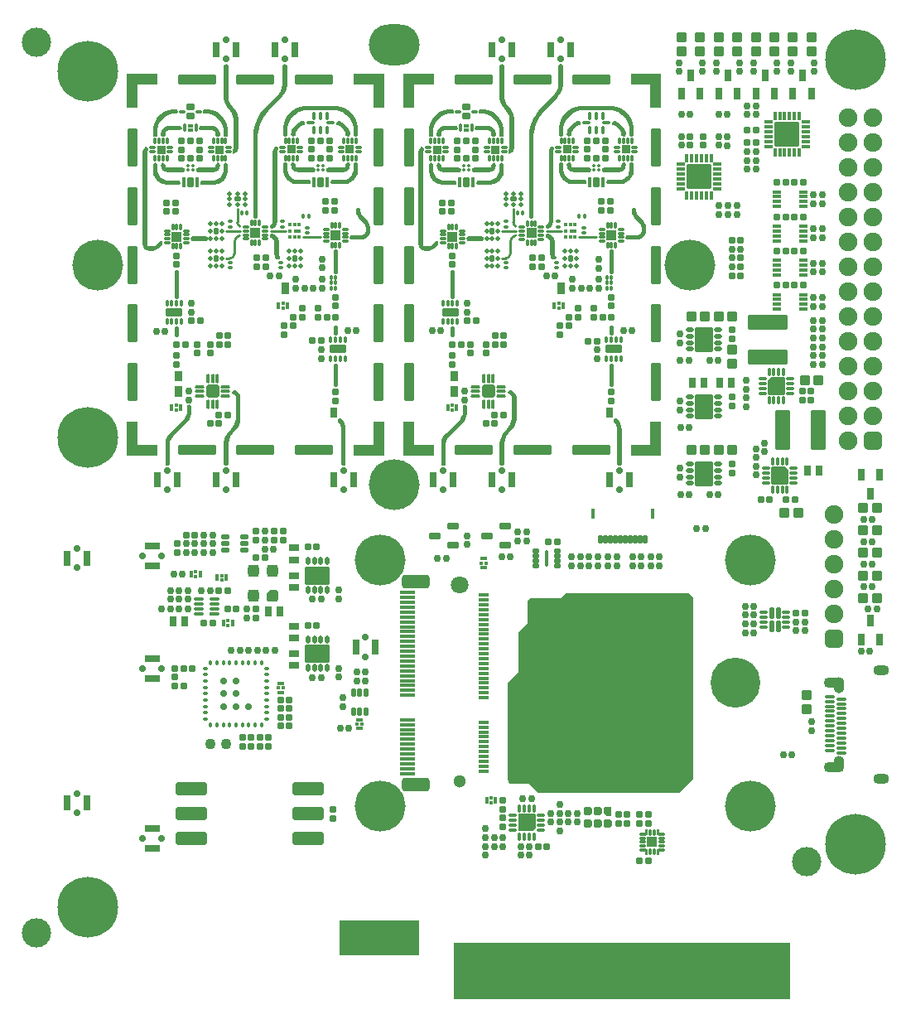
<source format=gts>
G04*
G04 #@! TF.GenerationSoftware,Altium Limited,Altium Designer,20.1.12 (249)*
G04*
G04 Layer_Color=8388736*
%FSLAX44Y44*%
%MOMM*%
G71*
G04*
G04 #@! TF.SameCoordinates,E03EE8C2-713A-4ADB-83DA-CE9B457F0B9A*
G04*
G04*
G04 #@! TF.FilePolarity,Negative*
G04*
G01*
G75*
%ADD110C,0.2500*%
%ADD111C,0.4500*%
%ADD112R,8.2000X3.6000*%
%ADD113R,34.5000X5.8000*%
G04:AMPARAMS|DCode=114|XSize=0.65mm|YSize=0.6mm|CornerRadius=0.175mm|HoleSize=0mm|Usage=FLASHONLY|Rotation=90.000|XOffset=0mm|YOffset=0mm|HoleType=Round|Shape=RoundedRectangle|*
%AMROUNDEDRECTD114*
21,1,0.6500,0.2500,0,0,90.0*
21,1,0.3000,0.6000,0,0,90.0*
1,1,0.3500,0.1250,0.1500*
1,1,0.3500,0.1250,-0.1500*
1,1,0.3500,-0.1250,-0.1500*
1,1,0.3500,-0.1250,0.1500*
%
%ADD114ROUNDEDRECTD114*%
G04:AMPARAMS|DCode=115|XSize=1.6mm|YSize=0.7mm|CornerRadius=0.2mm|HoleSize=0mm|Usage=FLASHONLY|Rotation=270.000|XOffset=0mm|YOffset=0mm|HoleType=Round|Shape=RoundedRectangle|*
%AMROUNDEDRECTD115*
21,1,1.6000,0.3000,0,0,270.0*
21,1,1.2000,0.7000,0,0,270.0*
1,1,0.4000,-0.1500,-0.6000*
1,1,0.4000,-0.1500,0.6000*
1,1,0.4000,0.1500,0.6000*
1,1,0.4000,0.1500,-0.6000*
%
%ADD115ROUNDEDRECTD115*%
G04:AMPARAMS|DCode=116|XSize=0.75mm|YSize=0.6mm|CornerRadius=0.175mm|HoleSize=0mm|Usage=FLASHONLY|Rotation=90.000|XOffset=0mm|YOffset=0mm|HoleType=Round|Shape=RoundedRectangle|*
%AMROUNDEDRECTD116*
21,1,0.7500,0.2500,0,0,90.0*
21,1,0.4000,0.6000,0,0,90.0*
1,1,0.3500,0.1250,0.2000*
1,1,0.3500,0.1250,-0.2000*
1,1,0.3500,-0.1250,-0.2000*
1,1,0.3500,-0.1250,0.2000*
%
%ADD116ROUNDEDRECTD116*%
G04:AMPARAMS|DCode=117|XSize=0.65mm|YSize=0.6mm|CornerRadius=0.175mm|HoleSize=0mm|Usage=FLASHONLY|Rotation=180.000|XOffset=0mm|YOffset=0mm|HoleType=Round|Shape=RoundedRectangle|*
%AMROUNDEDRECTD117*
21,1,0.6500,0.2500,0,0,180.0*
21,1,0.3000,0.6000,0,0,180.0*
1,1,0.3500,-0.1500,0.1250*
1,1,0.3500,0.1500,0.1250*
1,1,0.3500,0.1500,-0.1250*
1,1,0.3500,-0.1500,-0.1250*
%
%ADD117ROUNDEDRECTD117*%
G04:AMPARAMS|DCode=118|XSize=1.6mm|YSize=0.7mm|CornerRadius=0.2mm|HoleSize=0mm|Usage=FLASHONLY|Rotation=0.000|XOffset=0mm|YOffset=0mm|HoleType=Round|Shape=RoundedRectangle|*
%AMROUNDEDRECTD118*
21,1,1.6000,0.3000,0,0,0.0*
21,1,1.2000,0.7000,0,0,0.0*
1,1,0.4000,0.6000,-0.1500*
1,1,0.4000,-0.6000,-0.1500*
1,1,0.4000,-0.6000,0.1500*
1,1,0.4000,0.6000,0.1500*
%
%ADD118ROUNDEDRECTD118*%
G04:AMPARAMS|DCode=119|XSize=0.75mm|YSize=0.6mm|CornerRadius=0.175mm|HoleSize=0mm|Usage=FLASHONLY|Rotation=180.000|XOffset=0mm|YOffset=0mm|HoleType=Round|Shape=RoundedRectangle|*
%AMROUNDEDRECTD119*
21,1,0.7500,0.2500,0,0,180.0*
21,1,0.4000,0.6000,0,0,180.0*
1,1,0.3500,-0.2000,0.1250*
1,1,0.3500,0.2000,0.1250*
1,1,0.3500,0.2000,-0.1250*
1,1,0.3500,-0.2000,-0.1250*
%
%ADD119ROUNDEDRECTD119*%
%ADD120R,0.7500X1.0000*%
%ADD121R,1.0000X0.7500*%
G04:AMPARAMS|DCode=122|XSize=1.1mm|YSize=1.1mm|CornerRadius=0.125mm|HoleSize=0mm|Usage=FLASHONLY|Rotation=0.000|XOffset=0mm|YOffset=0mm|HoleType=Round|Shape=RoundedRectangle|*
%AMROUNDEDRECTD122*
21,1,1.1000,0.8500,0,0,0.0*
21,1,0.8500,1.1000,0,0,0.0*
1,1,0.2500,0.4250,-0.4250*
1,1,0.2500,-0.4250,-0.4250*
1,1,0.2500,-0.4250,0.4250*
1,1,0.2500,0.4250,0.4250*
%
%ADD122ROUNDEDRECTD122*%
G04:AMPARAMS|DCode=123|XSize=0.6mm|YSize=0.3mm|CornerRadius=0.105mm|HoleSize=0mm|Usage=FLASHONLY|Rotation=90.000|XOffset=0mm|YOffset=0mm|HoleType=Round|Shape=RoundedRectangle|*
%AMROUNDEDRECTD123*
21,1,0.6000,0.0900,0,0,90.0*
21,1,0.3900,0.3000,0,0,90.0*
1,1,0.2100,0.0450,0.1950*
1,1,0.2100,0.0450,-0.1950*
1,1,0.2100,-0.0450,-0.1950*
1,1,0.2100,-0.0450,0.1950*
%
%ADD123ROUNDEDRECTD123*%
G04:AMPARAMS|DCode=124|XSize=0.6mm|YSize=0.3mm|CornerRadius=0.105mm|HoleSize=0mm|Usage=FLASHONLY|Rotation=0.000|XOffset=0mm|YOffset=0mm|HoleType=Round|Shape=RoundedRectangle|*
%AMROUNDEDRECTD124*
21,1,0.6000,0.0900,0,0,0.0*
21,1,0.3900,0.3000,0,0,0.0*
1,1,0.2100,0.1950,-0.0450*
1,1,0.2100,-0.1950,-0.0450*
1,1,0.2100,-0.1950,0.0450*
1,1,0.2100,0.1950,0.0450*
%
%ADD124ROUNDEDRECTD124*%
%ADD125C,0.1254*%
G04:AMPARAMS|DCode=126|XSize=0.65mm|YSize=0.65mm|CornerRadius=0.1875mm|HoleSize=0mm|Usage=FLASHONLY|Rotation=180.000|XOffset=0mm|YOffset=0mm|HoleType=Round|Shape=RoundedRectangle|*
%AMROUNDEDRECTD126*
21,1,0.6500,0.2750,0,0,180.0*
21,1,0.2750,0.6500,0,0,180.0*
1,1,0.3750,-0.1375,0.1375*
1,1,0.3750,0.1375,0.1375*
1,1,0.3750,0.1375,-0.1375*
1,1,0.3750,-0.1375,-0.1375*
%
%ADD126ROUNDEDRECTD126*%
G04:AMPARAMS|DCode=127|XSize=0.4mm|YSize=0.7mm|CornerRadius=0.125mm|HoleSize=0mm|Usage=FLASHONLY|Rotation=90.000|XOffset=0mm|YOffset=0mm|HoleType=Round|Shape=RoundedRectangle|*
%AMROUNDEDRECTD127*
21,1,0.4000,0.4500,0,0,90.0*
21,1,0.1500,0.7000,0,0,90.0*
1,1,0.2500,0.2250,0.0750*
1,1,0.2500,0.2250,-0.0750*
1,1,0.2500,-0.2250,-0.0750*
1,1,0.2500,-0.2250,0.0750*
%
%ADD127ROUNDEDRECTD127*%
G04:AMPARAMS|DCode=128|XSize=0.4mm|YSize=0.35mm|CornerRadius=0.1125mm|HoleSize=0mm|Usage=FLASHONLY|Rotation=90.000|XOffset=0mm|YOffset=0mm|HoleType=Round|Shape=RoundedRectangle|*
%AMROUNDEDRECTD128*
21,1,0.4000,0.1250,0,0,90.0*
21,1,0.1750,0.3500,0,0,90.0*
1,1,0.2250,0.0625,0.0875*
1,1,0.2250,0.0625,-0.0875*
1,1,0.2250,-0.0625,-0.0875*
1,1,0.2250,-0.0625,0.0875*
%
%ADD128ROUNDEDRECTD128*%
G04:AMPARAMS|DCode=129|XSize=0.85mm|YSize=0.5mm|CornerRadius=0.15mm|HoleSize=0mm|Usage=FLASHONLY|Rotation=270.000|XOffset=0mm|YOffset=0mm|HoleType=Round|Shape=RoundedRectangle|*
%AMROUNDEDRECTD129*
21,1,0.8500,0.2000,0,0,270.0*
21,1,0.5500,0.5000,0,0,270.0*
1,1,0.3000,-0.1000,-0.2750*
1,1,0.3000,-0.1000,0.2750*
1,1,0.3000,0.1000,0.2750*
1,1,0.3000,0.1000,-0.2750*
%
%ADD129ROUNDEDRECTD129*%
G04:AMPARAMS|DCode=130|XSize=0.65mm|YSize=0.65mm|CornerRadius=0.1875mm|HoleSize=0mm|Usage=FLASHONLY|Rotation=90.000|XOffset=0mm|YOffset=0mm|HoleType=Round|Shape=RoundedRectangle|*
%AMROUNDEDRECTD130*
21,1,0.6500,0.2750,0,0,90.0*
21,1,0.2750,0.6500,0,0,90.0*
1,1,0.3750,0.1375,0.1375*
1,1,0.3750,0.1375,-0.1375*
1,1,0.3750,-0.1375,-0.1375*
1,1,0.3750,-0.1375,0.1375*
%
%ADD130ROUNDEDRECTD130*%
G04:AMPARAMS|DCode=131|XSize=0.7mm|YSize=0.7mm|CornerRadius=0.2mm|HoleSize=0mm|Usage=FLASHONLY|Rotation=90.000|XOffset=0mm|YOffset=0mm|HoleType=Round|Shape=RoundedRectangle|*
%AMROUNDEDRECTD131*
21,1,0.7000,0.3000,0,0,90.0*
21,1,0.3000,0.7000,0,0,90.0*
1,1,0.4000,0.1500,0.1500*
1,1,0.4000,0.1500,-0.1500*
1,1,0.4000,-0.1500,-0.1500*
1,1,0.4000,-0.1500,0.1500*
%
%ADD131ROUNDEDRECTD131*%
G04:AMPARAMS|DCode=132|XSize=0.7mm|YSize=0.7mm|CornerRadius=0.2mm|HoleSize=0mm|Usage=FLASHONLY|Rotation=0.000|XOffset=0mm|YOffset=0mm|HoleType=Round|Shape=RoundedRectangle|*
%AMROUNDEDRECTD132*
21,1,0.7000,0.3000,0,0,0.0*
21,1,0.3000,0.7000,0,0,0.0*
1,1,0.4000,0.1500,-0.1500*
1,1,0.4000,-0.1500,-0.1500*
1,1,0.4000,-0.1500,0.1500*
1,1,0.4000,0.1500,0.1500*
%
%ADD132ROUNDEDRECTD132*%
G04:AMPARAMS|DCode=133|XSize=0.85mm|YSize=0.36mm|CornerRadius=0.115mm|HoleSize=0mm|Usage=FLASHONLY|Rotation=180.000|XOffset=0mm|YOffset=0mm|HoleType=Round|Shape=RoundedRectangle|*
%AMROUNDEDRECTD133*
21,1,0.8500,0.1300,0,0,180.0*
21,1,0.6200,0.3600,0,0,180.0*
1,1,0.2300,-0.3100,0.0650*
1,1,0.2300,0.3100,0.0650*
1,1,0.2300,0.3100,-0.0650*
1,1,0.2300,-0.3100,-0.0650*
%
%ADD133ROUNDEDRECTD133*%
G04:AMPARAMS|DCode=134|XSize=0.85mm|YSize=0.36mm|CornerRadius=0.115mm|HoleSize=0mm|Usage=FLASHONLY|Rotation=270.000|XOffset=0mm|YOffset=0mm|HoleType=Round|Shape=RoundedRectangle|*
%AMROUNDEDRECTD134*
21,1,0.8500,0.1300,0,0,270.0*
21,1,0.6200,0.3600,0,0,270.0*
1,1,0.2300,-0.0650,-0.3100*
1,1,0.2300,-0.0650,0.3100*
1,1,0.2300,0.0650,0.3100*
1,1,0.2300,0.0650,-0.3100*
%
%ADD134ROUNDEDRECTD134*%
G04:AMPARAMS|DCode=135|XSize=1.6mm|YSize=4.1mm|CornerRadius=0.275mm|HoleSize=0mm|Usage=FLASHONLY|Rotation=90.000|XOffset=0mm|YOffset=0mm|HoleType=Round|Shape=RoundedRectangle|*
%AMROUNDEDRECTD135*
21,1,1.6000,3.5500,0,0,90.0*
21,1,1.0500,4.1000,0,0,90.0*
1,1,0.5500,1.7750,0.5250*
1,1,0.5500,1.7750,-0.5250*
1,1,0.5500,-1.7750,-0.5250*
1,1,0.5500,-1.7750,0.5250*
%
%ADD135ROUNDEDRECTD135*%
G04:AMPARAMS|DCode=136|XSize=1.05mm|YSize=1.1mm|CornerRadius=0.2875mm|HoleSize=0mm|Usage=FLASHONLY|Rotation=90.000|XOffset=0mm|YOffset=0mm|HoleType=Round|Shape=RoundedRectangle|*
%AMROUNDEDRECTD136*
21,1,1.0500,0.5250,0,0,90.0*
21,1,0.4750,1.1000,0,0,90.0*
1,1,0.5750,0.2625,0.2375*
1,1,0.5750,0.2625,-0.2375*
1,1,0.5750,-0.2625,-0.2375*
1,1,0.5750,-0.2625,0.2375*
%
%ADD136ROUNDEDRECTD136*%
G04:AMPARAMS|DCode=137|XSize=1.05mm|YSize=1.1mm|CornerRadius=0.2875mm|HoleSize=0mm|Usage=FLASHONLY|Rotation=180.000|XOffset=0mm|YOffset=0mm|HoleType=Round|Shape=RoundedRectangle|*
%AMROUNDEDRECTD137*
21,1,1.0500,0.5250,0,0,180.0*
21,1,0.4750,1.1000,0,0,180.0*
1,1,0.5750,-0.2375,0.2625*
1,1,0.5750,0.2375,0.2625*
1,1,0.5750,0.2375,-0.2625*
1,1,0.5750,-0.2375,-0.2625*
%
%ADD137ROUNDEDRECTD137*%
G04:AMPARAMS|DCode=138|XSize=0.7mm|YSize=0.7mm|CornerRadius=0.197mm|HoleSize=0mm|Usage=FLASHONLY|Rotation=180.000|XOffset=0mm|YOffset=0mm|HoleType=Round|Shape=RoundedRectangle|*
%AMROUNDEDRECTD138*
21,1,0.7000,0.3060,0,0,180.0*
21,1,0.3060,0.7000,0,0,180.0*
1,1,0.3940,-0.1530,0.1530*
1,1,0.3940,0.1530,0.1530*
1,1,0.3940,0.1530,-0.1530*
1,1,0.3940,-0.1530,-0.1530*
%
%ADD138ROUNDEDRECTD138*%
G04:AMPARAMS|DCode=139|XSize=0.65mm|YSize=0.3mm|CornerRadius=0.098mm|HoleSize=0mm|Usage=FLASHONLY|Rotation=180.000|XOffset=0mm|YOffset=0mm|HoleType=Round|Shape=RoundedRectangle|*
%AMROUNDEDRECTD139*
21,1,0.6500,0.1040,0,0,180.0*
21,1,0.4540,0.3000,0,0,180.0*
1,1,0.1960,-0.2270,0.0520*
1,1,0.1960,0.2270,0.0520*
1,1,0.1960,0.2270,-0.0520*
1,1,0.1960,-0.2270,-0.0520*
%
%ADD139ROUNDEDRECTD139*%
G04:AMPARAMS|DCode=140|XSize=0.65mm|YSize=0.3mm|CornerRadius=0.098mm|HoleSize=0mm|Usage=FLASHONLY|Rotation=270.000|XOffset=0mm|YOffset=0mm|HoleType=Round|Shape=RoundedRectangle|*
%AMROUNDEDRECTD140*
21,1,0.6500,0.1040,0,0,270.0*
21,1,0.4540,0.3000,0,0,270.0*
1,1,0.1960,-0.0520,-0.2270*
1,1,0.1960,-0.0520,0.2270*
1,1,0.1960,0.0520,0.2270*
1,1,0.1960,0.0520,-0.2270*
%
%ADD140ROUNDEDRECTD140*%
G04:AMPARAMS|DCode=141|XSize=1.1mm|YSize=1.1mm|CornerRadius=0.1mm|HoleSize=0mm|Usage=FLASHONLY|Rotation=90.000|XOffset=0mm|YOffset=0mm|HoleType=Round|Shape=RoundedRectangle|*
%AMROUNDEDRECTD141*
21,1,1.1000,0.9000,0,0,90.0*
21,1,0.9000,1.1000,0,0,90.0*
1,1,0.2000,0.4500,0.4500*
1,1,0.2000,0.4500,-0.4500*
1,1,0.2000,-0.4500,-0.4500*
1,1,0.2000,-0.4500,0.4500*
%
%ADD141ROUNDEDRECTD141*%
G04:AMPARAMS|DCode=142|XSize=0.7mm|YSize=0.4mm|CornerRadius=0.128mm|HoleSize=0mm|Usage=FLASHONLY|Rotation=270.000|XOffset=0mm|YOffset=0mm|HoleType=Round|Shape=RoundedRectangle|*
%AMROUNDEDRECTD142*
21,1,0.7000,0.1440,0,0,270.0*
21,1,0.4440,0.4000,0,0,270.0*
1,1,0.2560,-0.0720,-0.2220*
1,1,0.2560,-0.0720,0.2220*
1,1,0.2560,0.0720,0.2220*
1,1,0.2560,0.0720,-0.2220*
%
%ADD142ROUNDEDRECTD142*%
G04:AMPARAMS|DCode=143|XSize=0.9mm|YSize=1.7mm|CornerRadius=0.13mm|HoleSize=0mm|Usage=FLASHONLY|Rotation=90.000|XOffset=0mm|YOffset=0mm|HoleType=Round|Shape=RoundedRectangle|*
%AMROUNDEDRECTD143*
21,1,0.9000,1.4400,0,0,90.0*
21,1,0.6400,1.7000,0,0,90.0*
1,1,0.2600,0.7200,0.3200*
1,1,0.2600,0.7200,-0.3200*
1,1,0.2600,-0.7200,-0.3200*
1,1,0.2600,-0.7200,0.3200*
%
%ADD143ROUNDEDRECTD143*%
G04:AMPARAMS|DCode=144|XSize=0.9mm|YSize=0.9mm|CornerRadius=0.11mm|HoleSize=0mm|Usage=FLASHONLY|Rotation=180.000|XOffset=0mm|YOffset=0mm|HoleType=Round|Shape=RoundedRectangle|*
%AMROUNDEDRECTD144*
21,1,0.9000,0.6800,0,0,180.0*
21,1,0.6800,0.9000,0,0,180.0*
1,1,0.2200,-0.3400,0.3400*
1,1,0.2200,0.3400,0.3400*
1,1,0.2200,0.3400,-0.3400*
1,1,0.2200,-0.3400,-0.3400*
%
%ADD144ROUNDEDRECTD144*%
G04:AMPARAMS|DCode=145|XSize=0.425mm|YSize=0.425mm|CornerRadius=0.1069mm|HoleSize=0mm|Usage=FLASHONLY|Rotation=180.000|XOffset=0mm|YOffset=0mm|HoleType=Round|Shape=RoundedRectangle|*
%AMROUNDEDRECTD145*
21,1,0.4250,0.2112,0,0,180.0*
21,1,0.2112,0.4250,0,0,180.0*
1,1,0.2138,-0.1056,0.1056*
1,1,0.2138,0.1056,0.1056*
1,1,0.2138,0.1056,-0.1056*
1,1,0.2138,-0.1056,-0.1056*
%
%ADD145ROUNDEDRECTD145*%
G04:AMPARAMS|DCode=146|XSize=0.425mm|YSize=0.425mm|CornerRadius=0.1069mm|HoleSize=0mm|Usage=FLASHONLY|Rotation=270.000|XOffset=0mm|YOffset=0mm|HoleType=Round|Shape=RoundedRectangle|*
%AMROUNDEDRECTD146*
21,1,0.4250,0.2112,0,0,270.0*
21,1,0.2112,0.4250,0,0,270.0*
1,1,0.2138,-0.1056,-0.1056*
1,1,0.2138,-0.1056,0.1056*
1,1,0.2138,0.1056,0.1056*
1,1,0.2138,0.1056,-0.1056*
%
%ADD146ROUNDEDRECTD146*%
G04:AMPARAMS|DCode=147|XSize=0.375mm|YSize=1.05mm|CornerRadius=0.1188mm|HoleSize=0mm|Usage=FLASHONLY|Rotation=0.000|XOffset=0mm|YOffset=0mm|HoleType=Round|Shape=RoundedRectangle|*
%AMROUNDEDRECTD147*
21,1,0.3750,0.8125,0,0,0.0*
21,1,0.1375,1.0500,0,0,0.0*
1,1,0.2375,0.0688,-0.4063*
1,1,0.2375,-0.0688,-0.4063*
1,1,0.2375,-0.0688,0.4063*
1,1,0.2375,0.0688,0.4063*
%
%ADD147ROUNDEDRECTD147*%
G04:AMPARAMS|DCode=148|XSize=0.3mm|YSize=0.375mm|CornerRadius=0.1mm|HoleSize=0mm|Usage=FLASHONLY|Rotation=90.000|XOffset=0mm|YOffset=0mm|HoleType=Round|Shape=RoundedRectangle|*
%AMROUNDEDRECTD148*
21,1,0.3000,0.1750,0,0,90.0*
21,1,0.1000,0.3750,0,0,90.0*
1,1,0.2000,0.0875,0.0500*
1,1,0.2000,0.0875,-0.0500*
1,1,0.2000,-0.0875,-0.0500*
1,1,0.2000,-0.0875,0.0500*
%
%ADD148ROUNDEDRECTD148*%
G04:AMPARAMS|DCode=149|XSize=0.6mm|YSize=0.4mm|CornerRadius=0.125mm|HoleSize=0mm|Usage=FLASHONLY|Rotation=180.000|XOffset=0mm|YOffset=0mm|HoleType=Round|Shape=RoundedRectangle|*
%AMROUNDEDRECTD149*
21,1,0.6000,0.1500,0,0,180.0*
21,1,0.3500,0.4000,0,0,180.0*
1,1,0.2500,-0.1750,0.0750*
1,1,0.2500,0.1750,0.0750*
1,1,0.2500,0.1750,-0.0750*
1,1,0.2500,-0.1750,-0.0750*
%
%ADD149ROUNDEDRECTD149*%
G04:AMPARAMS|DCode=150|XSize=0.375mm|YSize=0.8mm|CornerRadius=0.1188mm|HoleSize=0mm|Usage=FLASHONLY|Rotation=180.000|XOffset=0mm|YOffset=0mm|HoleType=Round|Shape=RoundedRectangle|*
%AMROUNDEDRECTD150*
21,1,0.3750,0.5625,0,0,180.0*
21,1,0.1375,0.8000,0,0,180.0*
1,1,0.2375,-0.0688,0.2813*
1,1,0.2375,0.0688,0.2813*
1,1,0.2375,0.0688,-0.2813*
1,1,0.2375,-0.0688,-0.2813*
%
%ADD150ROUNDEDRECTD150*%
G04:AMPARAMS|DCode=151|XSize=0.8mm|YSize=0.4mm|CornerRadius=0.125mm|HoleSize=0mm|Usage=FLASHONLY|Rotation=180.000|XOffset=0mm|YOffset=0mm|HoleType=Round|Shape=RoundedRectangle|*
%AMROUNDEDRECTD151*
21,1,0.8000,0.1500,0,0,180.0*
21,1,0.5500,0.4000,0,0,180.0*
1,1,0.2500,-0.2750,0.0750*
1,1,0.2500,0.2750,0.0750*
1,1,0.2500,0.2750,-0.0750*
1,1,0.2500,-0.2750,-0.0750*
%
%ADD151ROUNDEDRECTD151*%
G04:AMPARAMS|DCode=152|XSize=0.4mm|YSize=0.7mm|CornerRadius=0.125mm|HoleSize=0mm|Usage=FLASHONLY|Rotation=180.000|XOffset=0mm|YOffset=0mm|HoleType=Round|Shape=RoundedRectangle|*
%AMROUNDEDRECTD152*
21,1,0.4000,0.4500,0,0,180.0*
21,1,0.1500,0.7000,0,0,180.0*
1,1,0.2500,-0.0750,0.2250*
1,1,0.2500,0.0750,0.2250*
1,1,0.2500,0.0750,-0.2250*
1,1,0.2500,-0.0750,-0.2250*
%
%ADD152ROUNDEDRECTD152*%
G04:AMPARAMS|DCode=153|XSize=0.4mm|YSize=0.35mm|CornerRadius=0.1125mm|HoleSize=0mm|Usage=FLASHONLY|Rotation=180.000|XOffset=0mm|YOffset=0mm|HoleType=Round|Shape=RoundedRectangle|*
%AMROUNDEDRECTD153*
21,1,0.4000,0.1250,0,0,180.0*
21,1,0.1750,0.3500,0,0,180.0*
1,1,0.2250,-0.0875,0.0625*
1,1,0.2250,0.0875,0.0625*
1,1,0.2250,0.0875,-0.0625*
1,1,0.2250,-0.0875,-0.0625*
%
%ADD153ROUNDEDRECTD153*%
G04:AMPARAMS|DCode=154|XSize=0.85mm|YSize=0.5mm|CornerRadius=0.15mm|HoleSize=0mm|Usage=FLASHONLY|Rotation=0.000|XOffset=0mm|YOffset=0mm|HoleType=Round|Shape=RoundedRectangle|*
%AMROUNDEDRECTD154*
21,1,0.8500,0.2000,0,0,0.0*
21,1,0.5500,0.5000,0,0,0.0*
1,1,0.3000,0.2750,-0.1000*
1,1,0.3000,-0.2750,-0.1000*
1,1,0.3000,-0.2750,0.1000*
1,1,0.3000,0.2750,0.1000*
%
%ADD154ROUNDEDRECTD154*%
G04:AMPARAMS|DCode=155|XSize=1.15mm|YSize=1.25mm|CornerRadius=0.3125mm|HoleSize=0mm|Usage=FLASHONLY|Rotation=180.000|XOffset=0mm|YOffset=0mm|HoleType=Round|Shape=RoundedRectangle|*
%AMROUNDEDRECTD155*
21,1,1.1500,0.6250,0,0,180.0*
21,1,0.5250,1.2500,0,0,180.0*
1,1,0.6250,-0.2625,0.3125*
1,1,0.6250,0.2625,0.3125*
1,1,0.6250,0.2625,-0.3125*
1,1,0.6250,-0.2625,-0.3125*
%
%ADD155ROUNDEDRECTD155*%
G04:AMPARAMS|DCode=156|XSize=0.4mm|YSize=1.1mm|CornerRadius=0.125mm|HoleSize=0mm|Usage=FLASHONLY|Rotation=180.000|XOffset=0mm|YOffset=0mm|HoleType=Round|Shape=RoundedRectangle|*
%AMROUNDEDRECTD156*
21,1,0.4000,0.8500,0,0,180.0*
21,1,0.1500,1.1000,0,0,180.0*
1,1,0.2500,-0.0750,0.4250*
1,1,0.2500,0.0750,0.4250*
1,1,0.2500,0.0750,-0.4250*
1,1,0.2500,-0.0750,-0.4250*
%
%ADD156ROUNDEDRECTD156*%
G04:AMPARAMS|DCode=157|XSize=0.5032mm|YSize=0.9032mm|CornerRadius=0.1766mm|HoleSize=0mm|Usage=FLASHONLY|Rotation=180.000|XOffset=0mm|YOffset=0mm|HoleType=Round|Shape=RoundedRectangle|*
%AMROUNDEDRECTD157*
21,1,0.5032,0.5500,0,0,180.0*
21,1,0.1500,0.9032,0,0,180.0*
1,1,0.3532,-0.0750,0.2750*
1,1,0.3532,0.0750,0.2750*
1,1,0.3532,0.0750,-0.2750*
1,1,0.3532,-0.0750,-0.2750*
%
%ADD157ROUNDEDRECTD157*%
G04:AMPARAMS|DCode=158|XSize=1.2mm|YSize=0.75mm|CornerRadius=0.2125mm|HoleSize=0mm|Usage=FLASHONLY|Rotation=180.000|XOffset=0mm|YOffset=0mm|HoleType=Round|Shape=RoundedRectangle|*
%AMROUNDEDRECTD158*
21,1,1.2000,0.3250,0,0,180.0*
21,1,0.7750,0.7500,0,0,180.0*
1,1,0.4250,-0.3875,0.1625*
1,1,0.4250,0.3875,0.1625*
1,1,0.4250,0.3875,-0.1625*
1,1,0.4250,-0.3875,-0.1625*
%
%ADD158ROUNDEDRECTD158*%
G04:AMPARAMS|DCode=159|XSize=1.05mm|YSize=0.37mm|CornerRadius=0.1175mm|HoleSize=0mm|Usage=FLASHONLY|Rotation=0.000|XOffset=0mm|YOffset=0mm|HoleType=Round|Shape=RoundedRectangle|*
%AMROUNDEDRECTD159*
21,1,1.0500,0.1350,0,0,0.0*
21,1,0.8150,0.3700,0,0,0.0*
1,1,0.2350,0.4075,-0.0675*
1,1,0.2350,-0.4075,-0.0675*
1,1,0.2350,-0.4075,0.0675*
1,1,0.2350,0.4075,0.0675*
%
%ADD159ROUNDEDRECTD159*%
G04:AMPARAMS|DCode=160|XSize=0.95mm|YSize=0.37mm|CornerRadius=0.1175mm|HoleSize=0mm|Usage=FLASHONLY|Rotation=0.000|XOffset=0mm|YOffset=0mm|HoleType=Round|Shape=RoundedRectangle|*
%AMROUNDEDRECTD160*
21,1,0.9500,0.1350,0,0,0.0*
21,1,0.7150,0.3700,0,0,0.0*
1,1,0.2350,0.3575,-0.0675*
1,1,0.2350,-0.3575,-0.0675*
1,1,0.2350,-0.3575,0.0675*
1,1,0.2350,0.3575,0.0675*
%
%ADD160ROUNDEDRECTD160*%
G04:AMPARAMS|DCode=161|XSize=0.7mm|YSize=0.7mm|CornerRadius=0.197mm|HoleSize=0mm|Usage=FLASHONLY|Rotation=90.000|XOffset=0mm|YOffset=0mm|HoleType=Round|Shape=RoundedRectangle|*
%AMROUNDEDRECTD161*
21,1,0.7000,0.3060,0,0,90.0*
21,1,0.3060,0.7000,0,0,90.0*
1,1,0.3940,0.1530,0.1530*
1,1,0.3940,0.1530,-0.1530*
1,1,0.3940,-0.1530,-0.1530*
1,1,0.3940,-0.1530,0.1530*
%
%ADD161ROUNDEDRECTD161*%
G04:AMPARAMS|DCode=162|XSize=1.85mm|YSize=2.6mm|CornerRadius=0.1375mm|HoleSize=0mm|Usage=FLASHONLY|Rotation=0.000|XOffset=0mm|YOffset=0mm|HoleType=Round|Shape=RoundedRectangle|*
%AMROUNDEDRECTD162*
21,1,1.8500,2.3250,0,0,0.0*
21,1,1.5750,2.6000,0,0,0.0*
1,1,0.2750,0.7875,-1.1625*
1,1,0.2750,-0.7875,-1.1625*
1,1,0.2750,-0.7875,1.1625*
1,1,0.2750,0.7875,1.1625*
%
%ADD162ROUNDEDRECTD162*%
G04:AMPARAMS|DCode=163|XSize=0.8mm|YSize=0.45mm|CornerRadius=0.134mm|HoleSize=0mm|Usage=FLASHONLY|Rotation=0.000|XOffset=0mm|YOffset=0mm|HoleType=Round|Shape=RoundedRectangle|*
%AMROUNDEDRECTD163*
21,1,0.8000,0.1820,0,0,0.0*
21,1,0.5320,0.4500,0,0,0.0*
1,1,0.2680,0.2660,-0.0910*
1,1,0.2680,-0.2660,-0.0910*
1,1,0.2680,-0.2660,0.0910*
1,1,0.2680,0.2660,0.0910*
%
%ADD163ROUNDEDRECTD163*%
G04:AMPARAMS|DCode=164|XSize=0.3mm|YSize=1.7mm|CornerRadius=0.1mm|HoleSize=0mm|Usage=FLASHONLY|Rotation=0.000|XOffset=0mm|YOffset=0mm|HoleType=Round|Shape=RoundedRectangle|*
%AMROUNDEDRECTD164*
21,1,0.3000,1.5000,0,0,0.0*
21,1,0.1000,1.7000,0,0,0.0*
1,1,0.2000,0.0500,-0.7500*
1,1,0.2000,-0.0500,-0.7500*
1,1,0.2000,-0.0500,0.7500*
1,1,0.2000,0.0500,0.7500*
%
%ADD164ROUNDEDRECTD164*%
G04:AMPARAMS|DCode=165|XSize=0.69mm|YSize=0.45mm|CornerRadius=0.1393mm|HoleSize=0mm|Usage=FLASHONLY|Rotation=0.000|XOffset=0mm|YOffset=0mm|HoleType=Round|Shape=RoundedRectangle|*
%AMROUNDEDRECTD165*
21,1,0.6900,0.1715,0,0,0.0*
21,1,0.4115,0.4500,0,0,0.0*
1,1,0.2785,0.2058,-0.0858*
1,1,0.2785,-0.2058,-0.0858*
1,1,0.2785,-0.2058,0.0858*
1,1,0.2785,0.2058,0.0858*
%
%ADD165ROUNDEDRECTD165*%
G04:AMPARAMS|DCode=166|XSize=1.85mm|YSize=2.6mm|CornerRadius=0.1375mm|HoleSize=0mm|Usage=FLASHONLY|Rotation=90.000|XOffset=0mm|YOffset=0mm|HoleType=Round|Shape=RoundedRectangle|*
%AMROUNDEDRECTD166*
21,1,1.8500,2.3250,0,0,90.0*
21,1,1.5750,2.6000,0,0,90.0*
1,1,0.2750,1.1625,0.7875*
1,1,0.2750,1.1625,-0.7875*
1,1,0.2750,-1.1625,-0.7875*
1,1,0.2750,-1.1625,0.7875*
%
%ADD166ROUNDEDRECTD166*%
G04:AMPARAMS|DCode=167|XSize=0.8mm|YSize=0.45mm|CornerRadius=0.134mm|HoleSize=0mm|Usage=FLASHONLY|Rotation=90.000|XOffset=0mm|YOffset=0mm|HoleType=Round|Shape=RoundedRectangle|*
%AMROUNDEDRECTD167*
21,1,0.8000,0.1820,0,0,90.0*
21,1,0.5320,0.4500,0,0,90.0*
1,1,0.2680,0.0910,0.2660*
1,1,0.2680,0.0910,-0.2660*
1,1,0.2680,-0.0910,-0.2660*
1,1,0.2680,-0.0910,0.2660*
%
%ADD167ROUNDEDRECTD167*%
G04:AMPARAMS|DCode=168|XSize=0.6mm|YSize=0.6mm|CornerRadius=0.15mm|HoleSize=0mm|Usage=FLASHONLY|Rotation=270.000|XOffset=0mm|YOffset=0mm|HoleType=Round|Shape=RoundedRectangle|*
%AMROUNDEDRECTD168*
21,1,0.6000,0.3000,0,0,270.0*
21,1,0.3000,0.6000,0,0,270.0*
1,1,0.3000,-0.1500,-0.1500*
1,1,0.3000,-0.1500,0.1500*
1,1,0.3000,0.1500,0.1500*
1,1,0.3000,0.1500,-0.1500*
%
%ADD168ROUNDEDRECTD168*%
G04:AMPARAMS|DCode=169|XSize=0.5mm|YSize=0.4mm|CornerRadius=0.125mm|HoleSize=0mm|Usage=FLASHONLY|Rotation=270.000|XOffset=0mm|YOffset=0mm|HoleType=Round|Shape=RoundedRectangle|*
%AMROUNDEDRECTD169*
21,1,0.5000,0.1500,0,0,270.0*
21,1,0.2500,0.4000,0,0,270.0*
1,1,0.2500,-0.0750,-0.1250*
1,1,0.2500,-0.0750,0.1250*
1,1,0.2500,0.0750,0.1250*
1,1,0.2500,0.0750,-0.1250*
%
%ADD169ROUNDEDRECTD169*%
G04:AMPARAMS|DCode=170|XSize=0.5mm|YSize=0.4mm|CornerRadius=0.125mm|HoleSize=0mm|Usage=FLASHONLY|Rotation=180.000|XOffset=0mm|YOffset=0mm|HoleType=Round|Shape=RoundedRectangle|*
%AMROUNDEDRECTD170*
21,1,0.5000,0.1500,0,0,180.0*
21,1,0.2500,0.4000,0,0,180.0*
1,1,0.2500,-0.1250,0.0750*
1,1,0.2500,0.1250,0.0750*
1,1,0.2500,0.1250,-0.0750*
1,1,0.2500,-0.1250,-0.0750*
%
%ADD170ROUNDEDRECTD170*%
%ADD171C,1.1000*%
G04:AMPARAMS|DCode=172|XSize=1.37mm|YSize=3.28mm|CornerRadius=0.3675mm|HoleSize=0mm|Usage=FLASHONLY|Rotation=90.000|XOffset=0mm|YOffset=0mm|HoleType=Round|Shape=RoundedRectangle|*
%AMROUNDEDRECTD172*
21,1,1.3700,2.5450,0,0,90.0*
21,1,0.6350,3.2800,0,0,90.0*
1,1,0.7350,1.2725,0.3175*
1,1,0.7350,1.2725,-0.3175*
1,1,0.7350,-1.2725,-0.3175*
1,1,0.7350,-1.2725,0.3175*
%
%ADD172ROUNDEDRECTD172*%
G04:AMPARAMS|DCode=173|XSize=0.4mm|YSize=1.55mm|CornerRadius=0.125mm|HoleSize=0mm|Usage=FLASHONLY|Rotation=90.000|XOffset=0mm|YOffset=0mm|HoleType=Round|Shape=RoundedRectangle|*
%AMROUNDEDRECTD173*
21,1,0.4000,1.3000,0,0,90.0*
21,1,0.1500,1.5500,0,0,90.0*
1,1,0.2500,0.6500,0.0750*
1,1,0.2500,0.6500,-0.0750*
1,1,0.2500,-0.6500,-0.0750*
1,1,0.2500,-0.6500,0.0750*
%
%ADD173ROUNDEDRECTD173*%
G04:AMPARAMS|DCode=174|XSize=0.4mm|YSize=1.1mm|CornerRadius=0.125mm|HoleSize=0mm|Usage=FLASHONLY|Rotation=90.000|XOffset=0mm|YOffset=0mm|HoleType=Round|Shape=RoundedRectangle|*
%AMROUNDEDRECTD174*
21,1,0.4000,0.8500,0,0,90.0*
21,1,0.1500,1.1000,0,0,90.0*
1,1,0.2500,0.4250,0.0750*
1,1,0.2500,0.4250,-0.0750*
1,1,0.2500,-0.4250,-0.0750*
1,1,0.2500,-0.4250,0.0750*
%
%ADD174ROUNDEDRECTD174*%
G04:AMPARAMS|DCode=175|XSize=1.3mm|YSize=2.8mm|CornerRadius=0.2mm|HoleSize=0mm|Usage=FLASHONLY|Rotation=90.000|XOffset=0mm|YOffset=0mm|HoleType=Round|Shape=RoundedRectangle|*
%AMROUNDEDRECTD175*
21,1,1.3000,2.4000,0,0,90.0*
21,1,0.9000,2.8000,0,0,90.0*
1,1,0.4000,1.2000,0.4500*
1,1,0.4000,1.2000,-0.4500*
1,1,0.4000,-1.2000,-0.4500*
1,1,0.4000,-1.2000,0.4500*
%
%ADD175ROUNDEDRECTD175*%
G04:AMPARAMS|DCode=176|XSize=0.9mm|YSize=0.8mm|CornerRadius=0.1725mm|HoleSize=0mm|Usage=FLASHONLY|Rotation=270.000|XOffset=0mm|YOffset=0mm|HoleType=Round|Shape=RoundedRectangle|*
%AMROUNDEDRECTD176*
21,1,0.9000,0.4550,0,0,270.0*
21,1,0.5550,0.8000,0,0,270.0*
1,1,0.3450,-0.2275,-0.2775*
1,1,0.3450,-0.2275,0.2775*
1,1,0.3450,0.2275,0.2775*
1,1,0.3450,0.2275,-0.2775*
%
%ADD176ROUNDEDRECTD176*%
G04:AMPARAMS|DCode=177|XSize=0.4mm|YSize=0.95mm|CornerRadius=0.125mm|HoleSize=0mm|Usage=FLASHONLY|Rotation=90.000|XOffset=0mm|YOffset=0mm|HoleType=Round|Shape=RoundedRectangle|*
%AMROUNDEDRECTD177*
21,1,0.4000,0.7000,0,0,90.0*
21,1,0.1500,0.9500,0,0,90.0*
1,1,0.2500,0.3500,0.0750*
1,1,0.2500,0.3500,-0.0750*
1,1,0.2500,-0.3500,-0.0750*
1,1,0.2500,-0.3500,0.0750*
%
%ADD177ROUNDEDRECTD177*%
G04:AMPARAMS|DCode=178|XSize=1.15mm|YSize=0.5mm|CornerRadius=0.12mm|HoleSize=0mm|Usage=FLASHONLY|Rotation=90.000|XOffset=0mm|YOffset=0mm|HoleType=Round|Shape=RoundedRectangle|*
%AMROUNDEDRECTD178*
21,1,1.1500,0.2600,0,0,90.0*
21,1,0.9100,0.5000,0,0,90.0*
1,1,0.2400,0.1300,0.4550*
1,1,0.2400,0.1300,-0.4550*
1,1,0.2400,-0.1300,-0.4550*
1,1,0.2400,-0.1300,0.4550*
%
%ADD178ROUNDEDRECTD178*%
G04:AMPARAMS|DCode=179|XSize=0.85mm|YSize=0.32mm|CornerRadius=0.105mm|HoleSize=0mm|Usage=FLASHONLY|Rotation=180.000|XOffset=0mm|YOffset=0mm|HoleType=Round|Shape=RoundedRectangle|*
%AMROUNDEDRECTD179*
21,1,0.8500,0.1100,0,0,180.0*
21,1,0.6400,0.3200,0,0,180.0*
1,1,0.2100,-0.3200,0.0550*
1,1,0.2100,0.3200,0.0550*
1,1,0.2100,0.3200,-0.0550*
1,1,0.2100,-0.3200,-0.0550*
%
%ADD179ROUNDEDRECTD179*%
G04:AMPARAMS|DCode=180|XSize=1.6mm|YSize=4.1mm|CornerRadius=0.275mm|HoleSize=0mm|Usage=FLASHONLY|Rotation=0.000|XOffset=0mm|YOffset=0mm|HoleType=Round|Shape=RoundedRectangle|*
%AMROUNDEDRECTD180*
21,1,1.6000,3.5500,0,0,0.0*
21,1,1.0500,4.1000,0,0,0.0*
1,1,0.5500,0.5250,-1.7750*
1,1,0.5500,-0.5250,-1.7750*
1,1,0.5500,-0.5250,1.7750*
1,1,0.5500,0.5250,1.7750*
%
%ADD180ROUNDEDRECTD180*%
G04:AMPARAMS|DCode=181|XSize=0.9mm|YSize=0.4mm|CornerRadius=0.122mm|HoleSize=0mm|Usage=FLASHONLY|Rotation=0.000|XOffset=0mm|YOffset=0mm|HoleType=Round|Shape=RoundedRectangle|*
%AMROUNDEDRECTD181*
21,1,0.9000,0.1560,0,0,0.0*
21,1,0.6560,0.4000,0,0,0.0*
1,1,0.2440,0.3280,-0.0780*
1,1,0.2440,-0.3280,-0.0780*
1,1,0.2440,-0.3280,0.0780*
1,1,0.2440,0.3280,0.0780*
%
%ADD181ROUNDEDRECTD181*%
G04:AMPARAMS|DCode=182|XSize=2.6mm|YSize=2.6mm|CornerRadius=0.175mm|HoleSize=0mm|Usage=FLASHONLY|Rotation=0.000|XOffset=0mm|YOffset=0mm|HoleType=Round|Shape=RoundedRectangle|*
%AMROUNDEDRECTD182*
21,1,2.6000,2.2500,0,0,0.0*
21,1,2.2500,2.6000,0,0,0.0*
1,1,0.3500,1.1250,-1.1250*
1,1,0.3500,-1.1250,-1.1250*
1,1,0.3500,-1.1250,1.1250*
1,1,0.3500,1.1250,1.1250*
%
%ADD182ROUNDEDRECTD182*%
G04:AMPARAMS|DCode=183|XSize=0.9mm|YSize=0.36mm|CornerRadius=0.1202mm|HoleSize=0mm|Usage=FLASHONLY|Rotation=90.000|XOffset=0mm|YOffset=0mm|HoleType=Round|Shape=RoundedRectangle|*
%AMROUNDEDRECTD183*
21,1,0.9000,0.1196,0,0,90.0*
21,1,0.6596,0.3600,0,0,90.0*
1,1,0.2404,0.0598,0.3298*
1,1,0.2404,0.0598,-0.3298*
1,1,0.2404,-0.0598,-0.3298*
1,1,0.2404,-0.0598,0.3298*
%
%ADD183ROUNDEDRECTD183*%
G04:AMPARAMS|DCode=184|XSize=0.9mm|YSize=0.36mm|CornerRadius=0.1202mm|HoleSize=0mm|Usage=FLASHONLY|Rotation=0.000|XOffset=0mm|YOffset=0mm|HoleType=Round|Shape=RoundedRectangle|*
%AMROUNDEDRECTD184*
21,1,0.9000,0.1196,0,0,0.0*
21,1,0.6596,0.3600,0,0,0.0*
1,1,0.2404,0.3298,-0.0598*
1,1,0.2404,-0.3298,-0.0598*
1,1,0.2404,-0.3298,0.0598*
1,1,0.2404,0.3298,0.0598*
%
%ADD184ROUNDEDRECTD184*%
G04:AMPARAMS|DCode=185|XSize=2.6mm|YSize=2.6mm|CornerRadius=0.175mm|HoleSize=0mm|Usage=FLASHONLY|Rotation=90.000|XOffset=0mm|YOffset=0mm|HoleType=Round|Shape=RoundedRectangle|*
%AMROUNDEDRECTD185*
21,1,2.6000,2.2500,0,0,90.0*
21,1,2.2500,2.6000,0,0,90.0*
1,1,0.3500,1.1250,1.1250*
1,1,0.3500,1.1250,-1.1250*
1,1,0.3500,-1.1250,-1.1250*
1,1,0.3500,-1.1250,1.1250*
%
%ADD185ROUNDEDRECTD185*%
G04:AMPARAMS|DCode=186|XSize=0.4mm|YSize=0.45mm|CornerRadius=0.11mm|HoleSize=0mm|Usage=FLASHONLY|Rotation=90.000|XOffset=0mm|YOffset=0mm|HoleType=Round|Shape=RoundedRectangle|*
%AMROUNDEDRECTD186*
21,1,0.4000,0.2300,0,0,90.0*
21,1,0.1800,0.4500,0,0,90.0*
1,1,0.2200,0.1150,0.0900*
1,1,0.2200,0.1150,-0.0900*
1,1,0.2200,-0.1150,-0.0900*
1,1,0.2200,-0.1150,0.0900*
%
%ADD186ROUNDEDRECTD186*%
G04:AMPARAMS|DCode=187|XSize=0.4mm|YSize=0.45mm|CornerRadius=0.11mm|HoleSize=0mm|Usage=FLASHONLY|Rotation=0.000|XOffset=0mm|YOffset=0mm|HoleType=Round|Shape=RoundedRectangle|*
%AMROUNDEDRECTD187*
21,1,0.4000,0.2300,0,0,0.0*
21,1,0.1800,0.4500,0,0,0.0*
1,1,0.2200,0.0900,-0.1150*
1,1,0.2200,-0.0900,-0.1150*
1,1,0.2200,-0.0900,0.1150*
1,1,0.2200,0.0900,0.1150*
%
%ADD187ROUNDEDRECTD187*%
G04:AMPARAMS|DCode=188|XSize=3.9mm|YSize=1.1mm|CornerRadius=0.15mm|HoleSize=0mm|Usage=FLASHONLY|Rotation=90.000|XOffset=0mm|YOffset=0mm|HoleType=Round|Shape=RoundedRectangle|*
%AMROUNDEDRECTD188*
21,1,3.9000,0.8000,0,0,90.0*
21,1,3.6000,1.1000,0,0,90.0*
1,1,0.3000,0.4000,1.8000*
1,1,0.3000,0.4000,-1.8000*
1,1,0.3000,-0.4000,-1.8000*
1,1,0.3000,-0.4000,1.8000*
%
%ADD188ROUNDEDRECTD188*%
G04:AMPARAMS|DCode=189|XSize=3.9mm|YSize=1.1mm|CornerRadius=0.15mm|HoleSize=0mm|Usage=FLASHONLY|Rotation=0.000|XOffset=0mm|YOffset=0mm|HoleType=Round|Shape=RoundedRectangle|*
%AMROUNDEDRECTD189*
21,1,3.9000,0.8000,0,0,0.0*
21,1,3.6000,1.1000,0,0,0.0*
1,1,0.3000,1.8000,-0.4000*
1,1,0.3000,-1.8000,-0.4000*
1,1,0.3000,-1.8000,0.4000*
1,1,0.3000,1.8000,0.4000*
%
%ADD189ROUNDEDRECTD189*%
G04:AMPARAMS|DCode=190|XSize=0.94mm|YSize=0.35mm|CornerRadius=0.1125mm|HoleSize=0mm|Usage=FLASHONLY|Rotation=0.000|XOffset=0mm|YOffset=0mm|HoleType=Round|Shape=RoundedRectangle|*
%AMROUNDEDRECTD190*
21,1,0.9400,0.1250,0,0,0.0*
21,1,0.7150,0.3500,0,0,0.0*
1,1,0.2250,0.3575,-0.0625*
1,1,0.2250,-0.3575,-0.0625*
1,1,0.2250,-0.3575,0.0625*
1,1,0.2250,0.3575,0.0625*
%
%ADD190ROUNDEDRECTD190*%
G04:AMPARAMS|DCode=191|XSize=0.94mm|YSize=0.35mm|CornerRadius=0.1125mm|HoleSize=0mm|Usage=FLASHONLY|Rotation=90.000|XOffset=0mm|YOffset=0mm|HoleType=Round|Shape=RoundedRectangle|*
%AMROUNDEDRECTD191*
21,1,0.9400,0.1250,0,0,90.0*
21,1,0.7150,0.3500,0,0,90.0*
1,1,0.2250,0.0625,0.3575*
1,1,0.2250,0.0625,-0.3575*
1,1,0.2250,-0.0625,-0.3575*
1,1,0.2250,-0.0625,0.3575*
%
%ADD191ROUNDEDRECTD191*%
G04:AMPARAMS|DCode=192|XSize=1.3mm|YSize=1.3mm|CornerRadius=0.14mm|HoleSize=0mm|Usage=FLASHONLY|Rotation=180.000|XOffset=0mm|YOffset=0mm|HoleType=Round|Shape=RoundedRectangle|*
%AMROUNDEDRECTD192*
21,1,1.3000,1.0200,0,0,180.0*
21,1,1.0200,1.3000,0,0,180.0*
1,1,0.2800,-0.5100,0.5100*
1,1,0.2800,0.5100,0.5100*
1,1,0.2800,0.5100,-0.5100*
1,1,0.2800,-0.5100,-0.5100*
%
%ADD192ROUNDEDRECTD192*%
G04:AMPARAMS|DCode=193|XSize=0.725mm|YSize=0.425mm|CornerRadius=0.1069mm|HoleSize=0mm|Usage=FLASHONLY|Rotation=90.000|XOffset=0mm|YOffset=0mm|HoleType=Round|Shape=RoundedRectangle|*
%AMROUNDEDRECTD193*
21,1,0.7250,0.2112,0,0,90.0*
21,1,0.5113,0.4250,0,0,90.0*
1,1,0.2138,0.1056,0.2556*
1,1,0.2138,0.1056,-0.2556*
1,1,0.2138,-0.1056,-0.2556*
1,1,0.2138,-0.1056,0.2556*
%
%ADD193ROUNDEDRECTD193*%
G04:AMPARAMS|DCode=194|XSize=0.4mm|YSize=0.33mm|CornerRadius=0.0903mm|HoleSize=0mm|Usage=FLASHONLY|Rotation=270.000|XOffset=0mm|YOffset=0mm|HoleType=Round|Shape=RoundedRectangle|*
%AMROUNDEDRECTD194*
21,1,0.4000,0.1495,0,0,270.0*
21,1,0.2195,0.3300,0,0,270.0*
1,1,0.1805,-0.0748,-0.1098*
1,1,0.1805,-0.0748,0.1098*
1,1,0.1805,0.0748,0.1098*
1,1,0.1805,0.0748,-0.1098*
%
%ADD194ROUNDEDRECTD194*%
G04:AMPARAMS|DCode=195|XSize=0.4mm|YSize=0.675mm|CornerRadius=0.1025mm|HoleSize=0mm|Usage=FLASHONLY|Rotation=90.000|XOffset=0mm|YOffset=0mm|HoleType=Round|Shape=RoundedRectangle|*
%AMROUNDEDRECTD195*
21,1,0.4000,0.4700,0,0,90.0*
21,1,0.1950,0.6750,0,0,90.0*
1,1,0.2050,0.2350,0.0975*
1,1,0.2050,0.2350,-0.0975*
1,1,0.2050,-0.2350,-0.0975*
1,1,0.2050,-0.2350,0.0975*
%
%ADD195ROUNDEDRECTD195*%
G04:AMPARAMS|DCode=196|XSize=0.725mm|YSize=0.425mm|CornerRadius=0.1069mm|HoleSize=0mm|Usage=FLASHONLY|Rotation=180.000|XOffset=0mm|YOffset=0mm|HoleType=Round|Shape=RoundedRectangle|*
%AMROUNDEDRECTD196*
21,1,0.7250,0.2112,0,0,180.0*
21,1,0.5113,0.4250,0,0,180.0*
1,1,0.2138,-0.2556,0.1056*
1,1,0.2138,0.2556,0.1056*
1,1,0.2138,0.2556,-0.1056*
1,1,0.2138,-0.2556,-0.1056*
%
%ADD196ROUNDEDRECTD196*%
G04:AMPARAMS|DCode=197|XSize=0.4mm|YSize=0.8mm|CornerRadius=0.125mm|HoleSize=0mm|Usage=FLASHONLY|Rotation=0.000|XOffset=0mm|YOffset=0mm|HoleType=Round|Shape=RoundedRectangle|*
%AMROUNDEDRECTD197*
21,1,0.4000,0.5500,0,0,0.0*
21,1,0.1500,0.8000,0,0,0.0*
1,1,0.2500,0.0750,-0.2750*
1,1,0.2500,-0.0750,-0.2750*
1,1,0.2500,-0.0750,0.2750*
1,1,0.2500,0.0750,0.2750*
%
%ADD197ROUNDEDRECTD197*%
G04:AMPARAMS|DCode=198|XSize=0.7mm|YSize=1.05mm|CornerRadius=0.125mm|HoleSize=0mm|Usage=FLASHONLY|Rotation=0.000|XOffset=0mm|YOffset=0mm|HoleType=Round|Shape=RoundedRectangle|*
%AMROUNDEDRECTD198*
21,1,0.7000,0.8000,0,0,0.0*
21,1,0.4500,1.0500,0,0,0.0*
1,1,0.2500,0.2250,-0.4000*
1,1,0.2500,-0.2250,-0.4000*
1,1,0.2500,-0.2250,0.4000*
1,1,0.2500,0.2250,0.4000*
%
%ADD198ROUNDEDRECTD198*%
G04:AMPARAMS|DCode=199|XSize=0.55mm|YSize=0.345mm|CornerRadius=0.0806mm|HoleSize=0mm|Usage=FLASHONLY|Rotation=180.000|XOffset=0mm|YOffset=0mm|HoleType=Round|Shape=RoundedRectangle|*
%AMROUNDEDRECTD199*
21,1,0.5500,0.1838,0,0,180.0*
21,1,0.3888,0.3450,0,0,180.0*
1,1,0.1613,-0.1944,0.0919*
1,1,0.1613,0.1944,0.0919*
1,1,0.1613,0.1944,-0.0919*
1,1,0.1613,-0.1944,-0.0919*
%
%ADD199ROUNDEDRECTD199*%
G04:AMPARAMS|DCode=200|XSize=0.9mm|YSize=0.6mm|CornerRadius=0.1125mm|HoleSize=0mm|Usage=FLASHONLY|Rotation=180.000|XOffset=0mm|YOffset=0mm|HoleType=Round|Shape=RoundedRectangle|*
%AMROUNDEDRECTD200*
21,1,0.9000,0.3750,0,0,180.0*
21,1,0.6750,0.6000,0,0,180.0*
1,1,0.2250,-0.3375,0.1875*
1,1,0.2250,0.3375,0.1875*
1,1,0.2250,0.3375,-0.1875*
1,1,0.2250,-0.3375,-0.1875*
%
%ADD200ROUNDEDRECTD200*%
G04:AMPARAMS|DCode=201|XSize=0.325mm|YSize=0.45mm|CornerRadius=0.0781mm|HoleSize=0mm|Usage=FLASHONLY|Rotation=0.000|XOffset=0mm|YOffset=0mm|HoleType=Round|Shape=RoundedRectangle|*
%AMROUNDEDRECTD201*
21,1,0.3250,0.2938,0,0,0.0*
21,1,0.1688,0.4500,0,0,0.0*
1,1,0.1563,0.0844,-0.1469*
1,1,0.1563,-0.0844,-0.1469*
1,1,0.1563,-0.0844,0.1469*
1,1,0.1563,0.0844,0.1469*
%
%ADD201ROUNDEDRECTD201*%
%ADD202C,3.0000*%
G04:AMPARAMS|DCode=203|XSize=1.2mm|YSize=0.75mm|CornerRadius=0.2125mm|HoleSize=0mm|Usage=FLASHONLY|Rotation=270.000|XOffset=0mm|YOffset=0mm|HoleType=Round|Shape=RoundedRectangle|*
%AMROUNDEDRECTD203*
21,1,1.2000,0.3250,0,0,270.0*
21,1,0.7750,0.7500,0,0,270.0*
1,1,0.4250,-0.1625,-0.3875*
1,1,0.4250,-0.1625,0.3875*
1,1,0.4250,0.1625,0.3875*
1,1,0.4250,0.1625,-0.3875*
%
%ADD203ROUNDEDRECTD203*%
%ADD204C,5.2000*%
%ADD205C,1.9000*%
G04:AMPARAMS|DCode=206|XSize=1.9mm|YSize=1.9mm|CornerRadius=0.5mm|HoleSize=0mm|Usage=FLASHONLY|Rotation=270.000|XOffset=0mm|YOffset=0mm|HoleType=Round|Shape=RoundedRectangle|*
%AMROUNDEDRECTD206*
21,1,1.9000,0.9000,0,0,270.0*
21,1,0.9000,1.9000,0,0,270.0*
1,1,1.0000,-0.4500,-0.4500*
1,1,1.0000,-0.4500,0.4500*
1,1,1.0000,0.4500,0.4500*
1,1,1.0000,0.4500,-0.4500*
%
%ADD206ROUNDEDRECTD206*%
%ADD207C,1.8000*%
%ADD208C,1.3000*%
%ADD209O,1.1000X1.6400*%
%ADD210O,2.1000X1.1000*%
%ADD211O,1.6000X1.1000*%
%ADD212C,6.2000*%
%ADD213C,5.1000*%
%ADD214O,5.2000X4.2000*%
G36*
X2109000Y912254D02*
X2111389Y912254D01*
X2116075Y911322D01*
X2120488Y909493D01*
X2124461Y906839D01*
X2127839Y903461D01*
X2130493Y899488D01*
X2132322Y895074D01*
X2133254Y890389D01*
X2133254Y888000D01*
X2133254Y888000D01*
Y883500D01*
Y883052D01*
X2132911Y882223D01*
X2132277Y881589D01*
X2131448Y881246D01*
X2130552D01*
X2129723Y881589D01*
X2129089Y882223D01*
X2128746Y883052D01*
Y883500D01*
Y888000D01*
X2128651Y889935D01*
X2127896Y893732D01*
X2126415Y897308D01*
X2124264Y900527D01*
X2121527Y903264D01*
X2118308Y905415D01*
X2114732Y906896D01*
X2110936Y907651D01*
X2109000Y907746D01*
X2081000D01*
X2079065Y907651D01*
X2075268Y906896D01*
X2071692Y905415D01*
X2068473Y903264D01*
X2065736Y900527D01*
X2063585Y897308D01*
X2062104Y893732D01*
X2061349Y889935D01*
X2061254Y888000D01*
Y883500D01*
Y883052D01*
X2060911Y882223D01*
X2060277Y881589D01*
X2059448Y881246D01*
X2058552D01*
X2057723Y881589D01*
X2057089Y882223D01*
X2056746Y883052D01*
Y883500D01*
Y888000D01*
Y890389D01*
X2057678Y895074D01*
X2059507Y899488D01*
X2062161Y903461D01*
X2065539Y906839D01*
X2069512Y909493D01*
X2073925Y911322D01*
X2078611Y912254D01*
X2081000Y912254D01*
X2081000Y912254D01*
X2109000Y912254D01*
D02*
G37*
G36*
X1827000D02*
X1829389Y912254D01*
X1834075Y911322D01*
X1838488Y909493D01*
X1842461Y906839D01*
X1845839Y903461D01*
X1848493Y899488D01*
X1850322Y895074D01*
X1851254Y890389D01*
X1851254Y888000D01*
X1851254Y888000D01*
Y883500D01*
Y883052D01*
X1850911Y882223D01*
X1850277Y881589D01*
X1849448Y881246D01*
X1848552D01*
X1847723Y881589D01*
X1847089Y882223D01*
X1846746Y883052D01*
Y883500D01*
Y888000D01*
X1846651Y889935D01*
X1845896Y893732D01*
X1844415Y897308D01*
X1842264Y900527D01*
X1839527Y903264D01*
X1836308Y905415D01*
X1832732Y906896D01*
X1828936Y907651D01*
X1827000Y907746D01*
X1799000D01*
X1797065Y907651D01*
X1793268Y906896D01*
X1789692Y905415D01*
X1786473Y903264D01*
X1783736Y900527D01*
X1781585Y897308D01*
X1780104Y893732D01*
X1779349Y889935D01*
X1779254Y888000D01*
Y883500D01*
Y883052D01*
X1778911Y882223D01*
X1778277Y881589D01*
X1777448Y881246D01*
X1776552D01*
X1775723Y881589D01*
X1775089Y882223D01*
X1774746Y883052D01*
Y883500D01*
Y888000D01*
Y890389D01*
X1775678Y895074D01*
X1777507Y899488D01*
X1780161Y903461D01*
X1783539Y906839D01*
X1787511Y909493D01*
X1791925Y911322D01*
X1796611Y912254D01*
X1799000Y912254D01*
X1799000Y912254D01*
X1827000Y912254D01*
D02*
G37*
G36*
X2160688Y944993D02*
X2160782Y944964D01*
X2160869Y944918D01*
X2160945Y944855D01*
X2161008Y944779D01*
X2161054Y944692D01*
X2161083Y944598D01*
X2161092Y944500D01*
Y911000D01*
X2161083Y910902D01*
X2161054Y910808D01*
X2161008Y910721D01*
X2160945Y910645D01*
X2160869Y910582D01*
X2160782Y910536D01*
X2160688Y910507D01*
X2160590Y910498D01*
X2150590D01*
X2150492Y910507D01*
X2150398Y910536D01*
X2150311Y910582D01*
X2150235Y910645D01*
X2150172Y910721D01*
X2150126Y910808D01*
X2150097Y910902D01*
X2150087Y911000D01*
Y933998D01*
X2130590D01*
X2130492Y934007D01*
X2130398Y934036D01*
X2130311Y934082D01*
X2130235Y934145D01*
X2130172Y934221D01*
X2130126Y934308D01*
X2130097Y934402D01*
X2130087Y934500D01*
Y944500D01*
X2130097Y944598D01*
X2130126Y944692D01*
X2130172Y944779D01*
X2130235Y944855D01*
X2130311Y944918D01*
X2130398Y944964D01*
X2130492Y944993D01*
X2130590Y945002D01*
X2160590D01*
X2160688Y944993D01*
D02*
G37*
G36*
X1928508D02*
X1928602Y944964D01*
X1928689Y944918D01*
X1928765Y944855D01*
X1928828Y944779D01*
X1928874Y944692D01*
X1928903Y944598D01*
X1928913Y944500D01*
Y934500D01*
X1928903Y934402D01*
X1928874Y934308D01*
X1928828Y934221D01*
X1928765Y934145D01*
X1928689Y934082D01*
X1928602Y934036D01*
X1928508Y934007D01*
X1928410Y933998D01*
X1908913D01*
Y911000D01*
X1908903Y910902D01*
X1908874Y910808D01*
X1908828Y910721D01*
X1908765Y910645D01*
X1908689Y910582D01*
X1908602Y910536D01*
X1908508Y910507D01*
X1908410Y910498D01*
X1898410D01*
X1898312Y910507D01*
X1898218Y910536D01*
X1898131Y910582D01*
X1898055Y910645D01*
X1897992Y910721D01*
X1897946Y910808D01*
X1897917Y910902D01*
X1897908Y911000D01*
Y944500D01*
X1897917Y944598D01*
X1897946Y944692D01*
X1897992Y944779D01*
X1898055Y944855D01*
X1898131Y944918D01*
X1898218Y944964D01*
X1898312Y944993D01*
X1898410Y945002D01*
X1928410D01*
X1928508Y944993D01*
D02*
G37*
G36*
X1877688Y944993D02*
X1877782Y944964D01*
X1877869Y944918D01*
X1877945Y944855D01*
X1878008Y944779D01*
X1878054Y944692D01*
X1878083Y944598D01*
X1878092Y944500D01*
Y911000D01*
X1878083Y910902D01*
X1878054Y910808D01*
X1878008Y910721D01*
X1877945Y910645D01*
X1877869Y910582D01*
X1877782Y910536D01*
X1877688Y910507D01*
X1877590Y910498D01*
X1867590D01*
X1867492Y910507D01*
X1867398Y910536D01*
X1867311Y910582D01*
X1867235Y910645D01*
X1867172Y910721D01*
X1867126Y910808D01*
X1867097Y910902D01*
X1867087Y911000D01*
Y933997D01*
X1847590D01*
X1847492Y934007D01*
X1847398Y934036D01*
X1847311Y934082D01*
X1847235Y934145D01*
X1847172Y934221D01*
X1847126Y934308D01*
X1847097Y934402D01*
X1847087Y934500D01*
Y944500D01*
X1847097Y944598D01*
X1847126Y944692D01*
X1847172Y944779D01*
X1847235Y944855D01*
X1847311Y944918D01*
X1847398Y944964D01*
X1847492Y944993D01*
X1847590Y945002D01*
X1877590D01*
X1877688Y944993D01*
D02*
G37*
G36*
X1645508D02*
X1645602Y944964D01*
X1645689Y944918D01*
X1645765Y944855D01*
X1645828Y944779D01*
X1645874Y944692D01*
X1645903Y944598D01*
X1645913Y944500D01*
Y934500D01*
X1645903Y934402D01*
X1645874Y934308D01*
X1645828Y934221D01*
X1645765Y934145D01*
X1645689Y934082D01*
X1645602Y934036D01*
X1645508Y934007D01*
X1645410Y933997D01*
X1625913D01*
Y911000D01*
X1625903Y910902D01*
X1625874Y910808D01*
X1625828Y910721D01*
X1625766Y910645D01*
X1625689Y910582D01*
X1625602Y910536D01*
X1625508Y910507D01*
X1625410Y910498D01*
X1615410D01*
X1615312Y910507D01*
X1615218Y910536D01*
X1615131Y910582D01*
X1615055Y910645D01*
X1614993Y910721D01*
X1614946Y910808D01*
X1614917Y910902D01*
X1614908Y911000D01*
Y944500D01*
X1614917Y944598D01*
X1614946Y944692D01*
X1614993Y944779D01*
X1615055Y944855D01*
X1615131Y944918D01*
X1615218Y944964D01*
X1615312Y944993D01*
X1615410Y945002D01*
X1645410D01*
X1645508Y944993D01*
D02*
G37*
G36*
X1948277Y908411D02*
X1948911Y907777D01*
X1949254Y906948D01*
X1949254Y906052D01*
X1948911Y905223D01*
X1948277Y904589D01*
X1947448Y904246D01*
X1947000D01*
X1945480Y904246D01*
X1943792Y904163D01*
X1940480Y903504D01*
X1937360Y902212D01*
X1934552Y900336D01*
X1932164Y897948D01*
X1930288Y895140D01*
X1928995Y892020D01*
X1928337Y888708D01*
X1928254Y887020D01*
Y883000D01*
Y882552D01*
X1927911Y881723D01*
X1927277Y881089D01*
X1926448Y880746D01*
X1925552D01*
X1924723Y881089D01*
X1924089Y881723D01*
X1923746Y882552D01*
Y883000D01*
Y887020D01*
X1923746Y889160D01*
X1924581Y893359D01*
X1926220Y897315D01*
X1928598Y900874D01*
X1931626Y903902D01*
X1935185Y906280D01*
X1939141Y907918D01*
X1943340Y908754D01*
X1945480Y908754D01*
X1945480Y908754D01*
X1947000Y908754D01*
X1947448Y908754D01*
X1948277Y908411D01*
D02*
G37*
G36*
X1666277D02*
X1666911Y907777D01*
X1667254Y906948D01*
X1667254Y906052D01*
X1666911Y905223D01*
X1666277Y904589D01*
X1665448Y904246D01*
X1665000D01*
X1663480Y904246D01*
X1661792Y904163D01*
X1658480Y903504D01*
X1655360Y902212D01*
X1652552Y900336D01*
X1650164Y897948D01*
X1648288Y895140D01*
X1646995Y892020D01*
X1646337Y888708D01*
X1646254Y887020D01*
Y883000D01*
Y882552D01*
X1645911Y881723D01*
X1645277Y881089D01*
X1644448Y880746D01*
X1643552D01*
X1642723Y881089D01*
X1642089Y881723D01*
X1641746Y882552D01*
Y883000D01*
Y887020D01*
X1641746Y889160D01*
X1642581Y893359D01*
X1644220Y897315D01*
X1646598Y900874D01*
X1649626Y903902D01*
X1653185Y906280D01*
X1657141Y907918D01*
X1661340Y908754D01*
X1663480Y908754D01*
X1663480Y908754D01*
X1665000Y908754D01*
X1665448Y908754D01*
X1666277Y908411D01*
D02*
G37*
G36*
X1952277Y891911D02*
X1952911Y891277D01*
X1953254Y890448D01*
X1953254Y889552D01*
X1952911Y888723D01*
X1952277Y888089D01*
X1951448Y887746D01*
X1951000Y887746D01*
X1940500D01*
X1939671Y887665D01*
X1938141Y887031D01*
X1936969Y885859D01*
X1936335Y884328D01*
X1936254Y883500D01*
Y883000D01*
Y882552D01*
X1935911Y881723D01*
X1935277Y881089D01*
X1934448Y880746D01*
X1933552D01*
X1932723Y881089D01*
X1932089Y881723D01*
X1931746Y882552D01*
Y883000D01*
Y883500D01*
Y884362D01*
X1932083Y886053D01*
X1932742Y887646D01*
X1933700Y889080D01*
X1934920Y890300D01*
X1936353Y891257D01*
X1937946Y891917D01*
X1939638Y892254D01*
X1940500Y892254D01*
X1940500Y892254D01*
X1951448D01*
X1952277Y891911D01*
D02*
G37*
G36*
X1670277D02*
X1670911Y891277D01*
X1671254Y890448D01*
X1671254Y889552D01*
X1670911Y888723D01*
X1670277Y888089D01*
X1669448Y887746D01*
X1669000Y887746D01*
X1658500D01*
X1657672Y887665D01*
X1656141Y887031D01*
X1654969Y885859D01*
X1654335Y884328D01*
X1654254Y883500D01*
Y883000D01*
Y882552D01*
X1653911Y881723D01*
X1653277Y881089D01*
X1652448Y880746D01*
X1651552D01*
X1650723Y881089D01*
X1650089Y881723D01*
X1649746Y882552D01*
Y883000D01*
Y883500D01*
Y884362D01*
X1650083Y886053D01*
X1650742Y887646D01*
X1651700Y889080D01*
X1652920Y890300D01*
X1654353Y891257D01*
X1655947Y891917D01*
X1657638Y892254D01*
X1658500Y892254D01*
X1658500Y892254D01*
X1669448D01*
X1670277Y891911D01*
D02*
G37*
G36*
X2077827Y896718D02*
X2078645Y896077D01*
X2079100Y895142D01*
X2079100Y894623D01*
Y894245D01*
X2078854Y893531D01*
X2078388Y892936D01*
X2077753Y892525D01*
X2077386Y892435D01*
X2075842Y891926D01*
X2073071Y890242D01*
X2070933Y887804D01*
X2069623Y884838D01*
X2069320Y883240D01*
X2069320Y883240D01*
X2069270Y882795D01*
X2068837Y882010D01*
X2068136Y881450D01*
X2067275Y881201D01*
X2066384Y881301D01*
X2065599Y881734D01*
X2065040Y882435D01*
X2064791Y883296D01*
X2064841Y883742D01*
X2064969Y884893D01*
X2065573Y887131D01*
X2066510Y889252D01*
X2067756Y891206D01*
X2069285Y892948D01*
X2071060Y894439D01*
X2073041Y895643D01*
X2075181Y896533D01*
X2076306Y896811D01*
X2076811Y896935D01*
X2077827Y896718D01*
D02*
G37*
G36*
X1795827D02*
X1796645Y896077D01*
X1797100Y895142D01*
X1797100Y894623D01*
Y894245D01*
X1796854Y893531D01*
X1796388Y892936D01*
X1795753Y892525D01*
X1795386Y892435D01*
X1793842Y891926D01*
X1791071Y890242D01*
X1788933Y887804D01*
X1787623Y884838D01*
X1787320Y883240D01*
X1787320Y883240D01*
X1787270Y882795D01*
X1786837Y882010D01*
X1786136Y881450D01*
X1785275Y881201D01*
X1784384Y881301D01*
X1783599Y881734D01*
X1783040Y882435D01*
X1782791Y883296D01*
X1782841Y883742D01*
X1782969Y884893D01*
X1783573Y887131D01*
X1784510Y889252D01*
X1785756Y891206D01*
X1787285Y892948D01*
X1789060Y894439D01*
X1791041Y895643D01*
X1793181Y896533D01*
X1794306Y896811D01*
X1794811Y896935D01*
X1795827Y896718D01*
D02*
G37*
G36*
X2113694Y896811D02*
X2114823Y896532D01*
X2116972Y895637D01*
X2118959Y894425D01*
X2120739Y892925D01*
X2122269Y891172D01*
X2123515Y889206D01*
X2124447Y887073D01*
X2125044Y884823D01*
X2125168Y883666D01*
X2125168Y883666D01*
X2125181Y883427D01*
Y882994D01*
X2124860Y882190D01*
X2124264Y881562D01*
X2123479Y881199D01*
X2122614Y881153D01*
X2121794Y881430D01*
X2121136Y881992D01*
X2120732Y882757D01*
X2120686Y883187D01*
X2120389Y884793D01*
X2119085Y887776D01*
X2116944Y890229D01*
X2114164Y891924D01*
X2112614Y892435D01*
Y892435D01*
X2112178Y892542D01*
X2111456Y893074D01*
X2110993Y893841D01*
X2110858Y894727D01*
X2111073Y895598D01*
X2111605Y896320D01*
X2112372Y896784D01*
X2113258Y896918D01*
X2113694Y896811D01*
D02*
G37*
G36*
X1831694D02*
X1832823Y896532D01*
X1834972Y895637D01*
X1836959Y894425D01*
X1838739Y892925D01*
X1840269Y891172D01*
X1841515Y889206D01*
X1842448Y887073D01*
X1843044Y884823D01*
X1843168Y883666D01*
X1843168Y883666D01*
X1843181Y883427D01*
Y882994D01*
X1842860Y882190D01*
X1842264Y881562D01*
X1841479Y881199D01*
X1840614Y881153D01*
X1839794Y881430D01*
X1839136Y881992D01*
X1838732Y882757D01*
X1838686Y883187D01*
X1838389Y884793D01*
X1837085Y887776D01*
X1834944Y890229D01*
X1832164Y891924D01*
X1830614Y892435D01*
Y892435D01*
X1830178Y892542D01*
X1829456Y893074D01*
X1828993Y893841D01*
X1828858Y894727D01*
X1829073Y895598D01*
X1829605Y896320D01*
X1830372Y896784D01*
X1831258Y896918D01*
X1831694Y896811D01*
D02*
G37*
G36*
X1978519Y908754D02*
X1980660Y908754D01*
X1984859Y907919D01*
X1988815Y906280D01*
X1992374Y903902D01*
X1995402Y900874D01*
X1997780Y897315D01*
X1999419Y893359D01*
X2000254Y889160D01*
X2000254Y887019D01*
X2000254Y887020D01*
Y883000D01*
Y882552D01*
X1999911Y881723D01*
X1999277Y881089D01*
X1998448Y880746D01*
X1997552D01*
X1996723Y881089D01*
X1996089Y881723D01*
X1995746Y882552D01*
Y883000D01*
X1995746Y887020D01*
X1995663Y888708D01*
X1995004Y892020D01*
X1993712Y895140D01*
X1991836Y897948D01*
X1989448Y900336D01*
X1986640Y902212D01*
X1983520Y903504D01*
X1980208Y904163D01*
X1978519Y904246D01*
X1978519Y904246D01*
X1976552D01*
X1975723Y904589D01*
X1975089Y905223D01*
X1974746Y906052D01*
Y906948D01*
X1975089Y907777D01*
X1975723Y908411D01*
X1976552Y908754D01*
X1977000D01*
X1978519Y908754D01*
D02*
G37*
G36*
X1983500Y892254D02*
X1984362Y892254D01*
X1986053Y891917D01*
X1987646Y891257D01*
X1989080Y890300D01*
X1990300Y889080D01*
X1991257Y887646D01*
X1991917Y886053D01*
X1992254Y884362D01*
X1992254Y883500D01*
X1992254Y883500D01*
Y883000D01*
Y882552D01*
X1991911Y881723D01*
X1991277Y881089D01*
X1990448Y880746D01*
X1989552D01*
X1988723Y881089D01*
X1988089Y881723D01*
X1987746Y882552D01*
Y883000D01*
Y883500D01*
X1987665Y884328D01*
X1987031Y885859D01*
X1985859Y887031D01*
X1984328Y887665D01*
X1983500Y887746D01*
X1972552D01*
X1971723Y888089D01*
X1971089Y888723D01*
X1970746Y889552D01*
Y890448D01*
X1971089Y891277D01*
X1971723Y891911D01*
X1972552Y892254D01*
X1973000D01*
X1983500Y892254D01*
D02*
G37*
G36*
X1696519Y908754D02*
X1698660Y908754D01*
X1702859Y907919D01*
X1706815Y906280D01*
X1710374Y903902D01*
X1713402Y900874D01*
X1715780Y897315D01*
X1717419Y893359D01*
X1718254Y889160D01*
X1718254Y887019D01*
X1718254Y887020D01*
Y883000D01*
Y882552D01*
X1717911Y881723D01*
X1717277Y881089D01*
X1716448Y880746D01*
X1715552D01*
X1714723Y881089D01*
X1714089Y881723D01*
X1713746Y882552D01*
Y883000D01*
X1713746Y887020D01*
X1713663Y888708D01*
X1713004Y892020D01*
X1711712Y895140D01*
X1709836Y897948D01*
X1707448Y900336D01*
X1704640Y902212D01*
X1701520Y903504D01*
X1698208Y904163D01*
X1696519Y904246D01*
X1696519Y904246D01*
X1694552D01*
X1693723Y904589D01*
X1693089Y905223D01*
X1692746Y906052D01*
Y906948D01*
X1693089Y907777D01*
X1693723Y908411D01*
X1694552Y908754D01*
X1695000D01*
X1696519Y908754D01*
D02*
G37*
G36*
X1701500Y892254D02*
X1702362Y892254D01*
X1704053Y891917D01*
X1705647Y891257D01*
X1707080Y890300D01*
X1708300Y889080D01*
X1709258Y887646D01*
X1709917Y886053D01*
X1710254Y884362D01*
X1710254Y883500D01*
X1710254Y883500D01*
Y883000D01*
Y882552D01*
X1709911Y881723D01*
X1709277Y881089D01*
X1708448Y880746D01*
X1707552D01*
X1706723Y881089D01*
X1706089Y881723D01*
X1705746Y882552D01*
Y883000D01*
Y883500D01*
X1705665Y884328D01*
X1705031Y885859D01*
X1703859Y887031D01*
X1702328Y887665D01*
X1701500Y887746D01*
X1690552D01*
X1689723Y888089D01*
X1689089Y888723D01*
X1688746Y889552D01*
Y890448D01*
X1689089Y891277D01*
X1689723Y891911D01*
X1690552Y892254D01*
X1691000D01*
X1701500Y892254D01*
D02*
G37*
G36*
X1917126Y870512D02*
X1917582Y870197D01*
X1917725Y869959D01*
X1918558Y868569D01*
X1918558Y868569D01*
X1918701Y868331D01*
X1918822Y867788D01*
X1918766Y867234D01*
X1918537Y866727D01*
X1918348Y866523D01*
X1918349Y866523D01*
X1918214Y866362D01*
X1917993Y866008D01*
X1917841Y865619D01*
X1917763Y865209D01*
X1917754Y865000D01*
Y771500D01*
X1917754Y771500D01*
X1917807Y770964D01*
X1918217Y769974D01*
X1918974Y769217D01*
X1919964Y768807D01*
X1920500Y768754D01*
X1922861D01*
X1923383Y768779D01*
X1924406Y768983D01*
X1925371Y769382D01*
X1926239Y769962D01*
X1926626Y770313D01*
X1928846Y772533D01*
X1928846Y772533D01*
X1929180Y772867D01*
X1929920Y773457D01*
X1930721Y773961D01*
X1931573Y774372D01*
X1932019Y774529D01*
Y774528D01*
X1932147Y774573D01*
X1932417Y774552D01*
X1932656Y774423D01*
X1932823Y774209D01*
X1932856Y774078D01*
X1933581Y771175D01*
X1933581Y771175D01*
X1933621Y771017D01*
X1933590Y770693D01*
X1933453Y770398D01*
X1933225Y770166D01*
X1933079Y770094D01*
X1933079Y770094D01*
X1932937Y770020D01*
X1932661Y769856D01*
X1932400Y769670D01*
X1932155Y769463D01*
X1932039Y769352D01*
X1932033Y769346D01*
X1929813Y767126D01*
X1929813D01*
X1929129Y766441D01*
X1927518Y765365D01*
X1925729Y764624D01*
X1923829Y764246D01*
X1922861Y764246D01*
X1919786D01*
X1918384Y764525D01*
X1917064Y765072D01*
X1915876Y765866D01*
X1914866Y766876D01*
X1914072Y768064D01*
X1913525Y769384D01*
X1913246Y770786D01*
Y771500D01*
Y865000D01*
X1913246Y865767D01*
X1913590Y867261D01*
X1914260Y868640D01*
X1915222Y869834D01*
X1915824Y870308D01*
Y870308D01*
X1916042Y870480D01*
X1916581Y870613D01*
X1917126Y870512D01*
D02*
G37*
G36*
X1635126D02*
X1635582Y870197D01*
X1635725Y869959D01*
X1636558Y868569D01*
X1636558Y868569D01*
X1636701Y868331D01*
X1636822Y867788D01*
X1636766Y867234D01*
X1636537Y866727D01*
X1636348Y866523D01*
X1636349Y866523D01*
X1636214Y866362D01*
X1635993Y866008D01*
X1635841Y865619D01*
X1635763Y865209D01*
X1635754Y865000D01*
Y771500D01*
X1635754Y771500D01*
X1635806Y770964D01*
X1636216Y769974D01*
X1636974Y769217D01*
X1637964Y768807D01*
X1638500Y768754D01*
X1640861D01*
X1641383Y768779D01*
X1642406Y768983D01*
X1643371Y769382D01*
X1644239Y769962D01*
X1644626Y770313D01*
X1646846Y772533D01*
X1646846Y772533D01*
X1647180Y772867D01*
X1647920Y773457D01*
X1648721Y773961D01*
X1649573Y774372D01*
X1650019Y774529D01*
Y774528D01*
X1650147Y774573D01*
X1650417Y774552D01*
X1650656Y774423D01*
X1650823Y774209D01*
X1650856Y774078D01*
X1651581Y771175D01*
X1651581Y771175D01*
X1651621Y771017D01*
X1651590Y770693D01*
X1651453Y770398D01*
X1651225Y770166D01*
X1651079Y770094D01*
X1651079Y770094D01*
X1650937Y770020D01*
X1650661Y769856D01*
X1650400Y769670D01*
X1650155Y769463D01*
X1650039Y769352D01*
X1650033Y769346D01*
X1647813Y767126D01*
X1647813D01*
X1647128Y766441D01*
X1645518Y765365D01*
X1643729Y764624D01*
X1641829Y764246D01*
X1640861Y764246D01*
X1637786D01*
X1636384Y764525D01*
X1635064Y765072D01*
X1633876Y765866D01*
X1632865Y766876D01*
X1632072Y768064D01*
X1631525Y769384D01*
X1631246Y770786D01*
Y771500D01*
Y865000D01*
X1631246Y865767D01*
X1631590Y867261D01*
X1632260Y868640D01*
X1633222Y869834D01*
X1633824Y870308D01*
Y870308D01*
X1634042Y870480D01*
X1634581Y870613D01*
X1635126Y870512D01*
D02*
G37*
G36*
X2050991Y870267D02*
X2051807Y869103D01*
X2051806Y868392D01*
X2051807Y868195D01*
X2051738Y867807D01*
X2051603Y867436D01*
X2051406Y867095D01*
X2051279Y866944D01*
X2051279Y866944D01*
X2051160Y866788D01*
X2050964Y866449D01*
X2050830Y866081D01*
X2050762Y865696D01*
X2050754Y865500D01*
Y865500D01*
X2050754Y794500D01*
Y793413D01*
X2050191Y791314D01*
X2049105Y789432D01*
X2047568Y787895D01*
X2046627Y787352D01*
X2046239Y787128D01*
X2045350Y787011D01*
X2044484Y787243D01*
X2043772Y787789D01*
X2043324Y788565D01*
X2043207Y789454D01*
X2043439Y790320D01*
X2043985Y791031D01*
X2044373Y791256D01*
X2044373Y791256D01*
X2044780Y791528D01*
X2045472Y792219D01*
X2045961Y793066D01*
X2046214Y794011D01*
X2046246Y794500D01*
X2046246Y794500D01*
X2046246Y865500D01*
Y866091D01*
X2046451Y867255D01*
X2046856Y868365D01*
X2047446Y869389D01*
X2047826Y869841D01*
X2048283Y870386D01*
X2049656Y870753D01*
X2050991Y870267D01*
D02*
G37*
G36*
X1768991D02*
X1769807Y869103D01*
X1769807Y868392D01*
X1769807Y868195D01*
X1769738Y867807D01*
X1769603Y867436D01*
X1769406Y867095D01*
X1769279Y866944D01*
X1769279Y866944D01*
X1769160Y866788D01*
X1768964Y866449D01*
X1768830Y866081D01*
X1768762Y865696D01*
X1768754Y865500D01*
Y865500D01*
X1768754Y794500D01*
Y793413D01*
X1768191Y791314D01*
X1767105Y789432D01*
X1765568Y787895D01*
X1764627Y787352D01*
X1764239Y787128D01*
X1763350Y787011D01*
X1762484Y787243D01*
X1761772Y787789D01*
X1761324Y788565D01*
X1761207Y789454D01*
X1761439Y790320D01*
X1761985Y791031D01*
X1762373Y791256D01*
X1762373Y791256D01*
X1762780Y791528D01*
X1763472Y792219D01*
X1763961Y793066D01*
X1764214Y794011D01*
X1764246Y794500D01*
X1764246Y794500D01*
X1764246Y865500D01*
Y866091D01*
X1764451Y867255D01*
X1764856Y868365D01*
X1765446Y869389D01*
X1765826Y869841D01*
X1766283Y870386D01*
X1767656Y870753D01*
X1768991Y870267D01*
D02*
G37*
G36*
X1999777Y954911D02*
X2000411Y954277D01*
X2000754Y953448D01*
Y953000D01*
Y922071D01*
X2000825Y920619D01*
X2001392Y917770D01*
X2002503Y915086D01*
X2004117Y912671D01*
X2005094Y911594D01*
X2005103Y911585D01*
X2005103Y911585D01*
X2006447Y910239D01*
X2008558Y907076D01*
X2010013Y903561D01*
X2010754Y899831D01*
X2010754Y897929D01*
X2010754Y870000D01*
Y868786D01*
X2009909Y866511D01*
X2008325Y864673D01*
X2006200Y863500D01*
X2005000Y863321D01*
Y867989D01*
X2005268Y868146D01*
X2005728Y868564D01*
X2006055Y869092D01*
X2006225Y869689D01*
X2006246Y870000D01*
Y897929D01*
X2006246D01*
X2006175Y899380D01*
X2005609Y902226D01*
X2004500Y904908D01*
X2002888Y907322D01*
X2001913Y908399D01*
X2001906Y908406D01*
X2001906Y908406D01*
X2000560Y909752D01*
X1998446Y912917D01*
X1996989Y916434D01*
X1996246Y920168D01*
Y922071D01*
Y953000D01*
Y953448D01*
X1996589Y954277D01*
X1997223Y954911D01*
X1998052Y955254D01*
X1998948D01*
X1999777Y954911D01*
D02*
G37*
G36*
X1717777D02*
X1718411Y954277D01*
X1718754Y953448D01*
Y953000D01*
Y922071D01*
X1718825Y920619D01*
X1719392Y917770D01*
X1720503Y915086D01*
X1722117Y912671D01*
X1723094Y911594D01*
X1723103Y911585D01*
X1723103Y911585D01*
X1724447Y910239D01*
X1726558Y907076D01*
X1728013Y903561D01*
X1728754Y899831D01*
X1728754Y897929D01*
X1728754Y870000D01*
Y868786D01*
X1727909Y866511D01*
X1726325Y864673D01*
X1724200Y863500D01*
X1723000Y863321D01*
Y867989D01*
X1723268Y868146D01*
X1723728Y868564D01*
X1724055Y869092D01*
X1724225Y869689D01*
X1724246Y870000D01*
Y897929D01*
X1724246D01*
X1724175Y899380D01*
X1723609Y902226D01*
X1722500Y904908D01*
X1720888Y907322D01*
X1719913Y908399D01*
X1719906Y908406D01*
X1719906Y908406D01*
X1718560Y909752D01*
X1716446Y912917D01*
X1714989Y916434D01*
X1714246Y920168D01*
Y922071D01*
Y953000D01*
Y953448D01*
X1714589Y954277D01*
X1715223Y954911D01*
X1716052Y955254D01*
X1716948D01*
X1717777Y954911D01*
D02*
G37*
G36*
X2068277Y854411D02*
X2068911Y853777D01*
X2069254Y852948D01*
X2069254Y852500D01*
X2069254Y852500D01*
X2069316Y851867D01*
X2069801Y850696D01*
X2070696Y849801D01*
X2071867Y849316D01*
X2072500Y849254D01*
X2087500D01*
X2087500Y849254D01*
X2087923Y849229D01*
X2088685Y848858D01*
X2089248Y848224D01*
X2089525Y847423D01*
X2089500Y847000D01*
X2089537Y846574D01*
X2089269Y845762D01*
X2088701Y845123D01*
X2087927Y844760D01*
X2087500Y844746D01*
X2072500D01*
X2071736Y844746D01*
X2070238Y845044D01*
X2068827Y845629D01*
X2067557Y846477D01*
X2066477Y847557D01*
X2065629Y848827D01*
X2065044Y850238D01*
X2064746Y851736D01*
X2064746Y852500D01*
X2064746Y852500D01*
X2064746Y852948D01*
X2065089Y853777D01*
X2065723Y854411D01*
X2066552Y854754D01*
X2067448Y854754D01*
X2068277Y854411D01*
D02*
G37*
G36*
X1786277D02*
X1786911Y853777D01*
X1787254Y852948D01*
X1787254Y852500D01*
X1787254Y852500D01*
X1787316Y851867D01*
X1787801Y850696D01*
X1788696Y849801D01*
X1789867Y849316D01*
X1790500Y849254D01*
X1805500D01*
X1805500Y849254D01*
X1805923Y849229D01*
X1806685Y848858D01*
X1807248Y848224D01*
X1807525Y847423D01*
X1807500Y847000D01*
X1807537Y846574D01*
X1807269Y845762D01*
X1806701Y845123D01*
X1805927Y844760D01*
X1805500Y844746D01*
X1790500D01*
X1789736Y844746D01*
X1788238Y845044D01*
X1786827Y845629D01*
X1785557Y846477D01*
X1784477Y847557D01*
X1783629Y848827D01*
X1783044Y850238D01*
X1782746Y851736D01*
X1782746Y852500D01*
X1782746Y852500D01*
X1782746Y852948D01*
X1783089Y853777D01*
X1783723Y854411D01*
X1784552Y854754D01*
X1785448Y854754D01*
X1786277Y854411D01*
D02*
G37*
G36*
X1934451Y854250D02*
X1935279Y853906D01*
X1935912Y853271D01*
X1936254Y852442D01*
X1936254Y851994D01*
X1936254Y851994D01*
X1936307Y851459D01*
X1936718Y850471D01*
X1937476Y849715D01*
X1938465Y849306D01*
X1939000Y849254D01*
X1954246D01*
X1954246Y849254D01*
X1954702Y849280D01*
X1955555Y848955D01*
X1956201Y848309D01*
X1956526Y847456D01*
X1956500Y847000D01*
X1956500Y847000D01*
X1956537Y846574D01*
X1956269Y845762D01*
X1955701Y845123D01*
X1954927Y844760D01*
X1954500Y844746D01*
X1938286D01*
X1936887Y845024D01*
X1935568Y845570D01*
X1934381Y846362D01*
X1933371Y847370D01*
X1932577Y848555D01*
X1932029Y849872D01*
X1931748Y851271D01*
X1931746Y851985D01*
Y852000D01*
X1931747Y852448D01*
X1932091Y853276D01*
X1932726Y853909D01*
X1933555Y854251D01*
X1934451Y854250D01*
D02*
G37*
G36*
X1652451D02*
X1653279Y853906D01*
X1653912Y853271D01*
X1654254Y852442D01*
X1654254Y851994D01*
X1654254Y851994D01*
X1654307Y851459D01*
X1654718Y850471D01*
X1655476Y849715D01*
X1656465Y849306D01*
X1657000Y849254D01*
X1672246D01*
X1672246Y849254D01*
X1672702Y849280D01*
X1673555Y848955D01*
X1674201Y848309D01*
X1674526Y847456D01*
X1674500Y847000D01*
X1674500Y847000D01*
X1674537Y846574D01*
X1674269Y845762D01*
X1673701Y845123D01*
X1672927Y844760D01*
X1672500Y844746D01*
X1656286D01*
X1654887Y845024D01*
X1653568Y845570D01*
X1652381Y846362D01*
X1651371Y847370D01*
X1650577Y848555D01*
X1650029Y849872D01*
X1649748Y851271D01*
X1649746Y851985D01*
Y852000D01*
X1649747Y852448D01*
X1650091Y853276D01*
X1650726Y853909D01*
X1651555Y854251D01*
X1652451Y854250D01*
D02*
G37*
G36*
X1991277Y853911D02*
X1991911Y853277D01*
X1992254Y852448D01*
Y852000D01*
X1992254Y851985D01*
X1992252Y851271D01*
X1991971Y849872D01*
X1991423Y848555D01*
X1990629Y847369D01*
X1989619Y846361D01*
X1988432Y845570D01*
X1987113Y845024D01*
X1985714Y844746D01*
X1985000Y844746D01*
X1969552D01*
X1968723Y845089D01*
X1968089Y845723D01*
X1967746Y846552D01*
Y847448D01*
X1968089Y848277D01*
X1968723Y848911D01*
X1969552Y849254D01*
X1985000D01*
X1985535Y849306D01*
X1986524Y849715D01*
X1987281Y850471D01*
X1987692Y851459D01*
X1987746Y851994D01*
X1987746Y851994D01*
Y852000D01*
Y852448D01*
X1988089Y853277D01*
X1988723Y853911D01*
X1989552Y854254D01*
X1990448D01*
X1991277Y853911D01*
D02*
G37*
G36*
X1709277D02*
X1709911Y853277D01*
X1710254Y852448D01*
Y852000D01*
X1710254Y851985D01*
X1710252Y851271D01*
X1709971Y849872D01*
X1709423Y848555D01*
X1708629Y847369D01*
X1707619Y846361D01*
X1706432Y845570D01*
X1705113Y845024D01*
X1703714Y844746D01*
X1703000Y844746D01*
X1687552D01*
X1686723Y845089D01*
X1686089Y845723D01*
X1685746Y846552D01*
Y847448D01*
X1686089Y848277D01*
X1686723Y848911D01*
X1687552Y849254D01*
X1703000D01*
X1703535Y849306D01*
X1704524Y849715D01*
X1705281Y850471D01*
X1705692Y851459D01*
X1705746Y851994D01*
X1705746Y851994D01*
Y852000D01*
Y852448D01*
X1706089Y853277D01*
X1706723Y853911D01*
X1707552Y854254D01*
X1708448D01*
X1709277Y853911D01*
D02*
G37*
G36*
X2124277Y854411D02*
X2124911Y853777D01*
X2125254Y852948D01*
Y852500D01*
Y851736D01*
X2124956Y850238D01*
X2124371Y848827D01*
X2123523Y847557D01*
X2122443Y846477D01*
X2121173Y845629D01*
X2119762Y845044D01*
X2118264Y844746D01*
X2102552D01*
X2101723Y845089D01*
X2101089Y845723D01*
X2100746Y846552D01*
Y847448D01*
X2101089Y848277D01*
X2101723Y848911D01*
X2102552Y849254D01*
X2117500D01*
X2118133Y849316D01*
X2119303Y849801D01*
X2120199Y850696D01*
X2120684Y851867D01*
X2120746Y852500D01*
Y852948D01*
X2121089Y853777D01*
X2121723Y854411D01*
X2122552Y854754D01*
X2123448D01*
X2124277Y854411D01*
D02*
G37*
G36*
X1842277D02*
X1842911Y853777D01*
X1843254Y852948D01*
Y852500D01*
Y851736D01*
X1842956Y850238D01*
X1842371Y848827D01*
X1841523Y847557D01*
X1840443Y846477D01*
X1839173Y845629D01*
X1837762Y845044D01*
X1836264Y844746D01*
X1820552D01*
X1819723Y845089D01*
X1819089Y845723D01*
X1818746Y846552D01*
Y847448D01*
X1819089Y848277D01*
X1819723Y848911D01*
X1820552Y849254D01*
X1835500D01*
X1836133Y849316D01*
X1837303Y849801D01*
X1838199Y850696D01*
X1838684Y851867D01*
X1838746Y852500D01*
Y852948D01*
X1839089Y853777D01*
X1839723Y854411D01*
X1840552Y854754D01*
X1841448D01*
X1842277Y854411D01*
D02*
G37*
G36*
X2132277D02*
X2132911Y853777D01*
X2133254Y852948D01*
Y852500D01*
Y847105D01*
Y845641D01*
X2132683Y842771D01*
X2131563Y840067D01*
X2129937Y837633D01*
X2127867Y835563D01*
X2125433Y833937D01*
X2122729Y832817D01*
X2119859Y832246D01*
X2107177D01*
X2106348Y832589D01*
X2105714Y833223D01*
X2105371Y834052D01*
Y834948D01*
X2105714Y835777D01*
X2106348Y836411D01*
X2107177Y836754D01*
X2118395D01*
X2119410Y836804D01*
X2121400Y837199D01*
X2123275Y837976D01*
X2124962Y839103D01*
X2126397Y840538D01*
X2127524Y842225D01*
X2128300Y844100D01*
X2128696Y846090D01*
X2128746Y847105D01*
Y852500D01*
Y852948D01*
X2129089Y853777D01*
X2129723Y854411D01*
X2130552Y854754D01*
X2131448D01*
X2132277Y854411D01*
D02*
G37*
G36*
X2060277D02*
X2060911Y853777D01*
X2061254Y852948D01*
Y852500D01*
Y847105D01*
X2061304Y846090D01*
X2061700Y844100D01*
X2062476Y842225D01*
X2063603Y840538D01*
X2065038Y839103D01*
X2066725Y837976D01*
X2068600Y837199D01*
X2070590Y836804D01*
X2071605Y836754D01*
X2083073D01*
X2083902Y836411D01*
X2084536Y835777D01*
X2084879Y834948D01*
Y834500D01*
Y834052D01*
X2084536Y833223D01*
X2083902Y832589D01*
X2083073Y832246D01*
X2070141D01*
X2067271Y832817D01*
X2064567Y833937D01*
X2062133Y835563D01*
X2060063Y837633D01*
X2058437Y840067D01*
X2057317Y842771D01*
X2056746Y845641D01*
Y847105D01*
Y852500D01*
Y852948D01*
X2057089Y853777D01*
X2057723Y854411D01*
X2058552Y854754D01*
X2059448D01*
X2060277Y854411D01*
D02*
G37*
G36*
X1850277D02*
X1850911Y853777D01*
X1851254Y852948D01*
Y852500D01*
Y847105D01*
Y845641D01*
X1850683Y842771D01*
X1849563Y840067D01*
X1847937Y837633D01*
X1845867Y835563D01*
X1843433Y833937D01*
X1840729Y832817D01*
X1837859Y832246D01*
X1825177D01*
X1824348Y832589D01*
X1823714Y833223D01*
X1823371Y834052D01*
Y834948D01*
X1823714Y835777D01*
X1824348Y836411D01*
X1825177Y836754D01*
X1836395D01*
X1837410Y836804D01*
X1839400Y837199D01*
X1841275Y837976D01*
X1842962Y839103D01*
X1844397Y840538D01*
X1845524Y842225D01*
X1846300Y844100D01*
X1846696Y846090D01*
X1846746Y847105D01*
Y852500D01*
Y852948D01*
X1847089Y853777D01*
X1847723Y854411D01*
X1848552Y854754D01*
X1849448D01*
X1850277Y854411D01*
D02*
G37*
G36*
X1778277D02*
X1778911Y853777D01*
X1779254Y852948D01*
Y852500D01*
Y847105D01*
X1779304Y846090D01*
X1779700Y844100D01*
X1780476Y842225D01*
X1781603Y840538D01*
X1783038Y839103D01*
X1784725Y837976D01*
X1786600Y837199D01*
X1788590Y836804D01*
X1789605Y836754D01*
X1801073D01*
X1801902Y836411D01*
X1802536Y835777D01*
X1802879Y834948D01*
Y834500D01*
Y834052D01*
X1802536Y833223D01*
X1801902Y832589D01*
X1801073Y832246D01*
X1788141D01*
X1785271Y832817D01*
X1782567Y833937D01*
X1780133Y835563D01*
X1778063Y837633D01*
X1776437Y840067D01*
X1775317Y842771D01*
X1774746Y845641D01*
Y847105D01*
Y852500D01*
Y852948D01*
X1775089Y853777D01*
X1775723Y854411D01*
X1776552Y854754D01*
X1777448D01*
X1778277Y854411D01*
D02*
G37*
G36*
X1999277Y853911D02*
X1999911Y853277D01*
X2000254Y852448D01*
Y852000D01*
Y846605D01*
Y845141D01*
X1999683Y842271D01*
X1998563Y839567D01*
X1996937Y837133D01*
X1994867Y835063D01*
X1992433Y833437D01*
X1989729Y832317D01*
X1986859Y831746D01*
X1974052D01*
X1973223Y832089D01*
X1972589Y832723D01*
X1972246Y833552D01*
Y834448D01*
X1972589Y835277D01*
X1973223Y835911D01*
X1974052Y836254D01*
X1985395D01*
X1986410Y836304D01*
X1988400Y836700D01*
X1990275Y837476D01*
X1991962Y838603D01*
X1993397Y840038D01*
X1994524Y841725D01*
X1995300Y843600D01*
X1995696Y845590D01*
X1995746Y846605D01*
Y852000D01*
Y852448D01*
X1996089Y853277D01*
X1996723Y853911D01*
X1997552Y854254D01*
X1998448D01*
X1999277Y853911D01*
D02*
G37*
G36*
X1927277D02*
X1927911Y853277D01*
X1928254Y852448D01*
Y852000D01*
Y846605D01*
X1928304Y845590D01*
X1928699Y843600D01*
X1929476Y841725D01*
X1930603Y840038D01*
X1932038Y838603D01*
X1933725Y837476D01*
X1935600Y836700D01*
X1937590Y836304D01*
X1938605Y836254D01*
X1949500Y836254D01*
X1949948Y836254D01*
X1950777Y835911D01*
X1951411Y835277D01*
X1951754Y834448D01*
X1951754Y833552D01*
X1951411Y832723D01*
X1950777Y832089D01*
X1949948Y831746D01*
X1937141D01*
X1934271Y832317D01*
X1931566Y833437D01*
X1929133Y835063D01*
X1927063Y837133D01*
X1925437Y839567D01*
X1924317Y842271D01*
X1923746Y845141D01*
Y846605D01*
Y852000D01*
Y852448D01*
X1924089Y853277D01*
X1924723Y853911D01*
X1925552Y854254D01*
X1926448D01*
X1927277Y853911D01*
D02*
G37*
G36*
X1717277D02*
X1717911Y853277D01*
X1718254Y852448D01*
Y852000D01*
Y846605D01*
Y845141D01*
X1717683Y842271D01*
X1716563Y839567D01*
X1714937Y837133D01*
X1712867Y835063D01*
X1710433Y833437D01*
X1707729Y832317D01*
X1704859Y831746D01*
X1692052D01*
X1691223Y832089D01*
X1690589Y832723D01*
X1690246Y833552D01*
Y834448D01*
X1690589Y835277D01*
X1691223Y835911D01*
X1692052Y836254D01*
X1703395D01*
X1704410Y836304D01*
X1706400Y836700D01*
X1708275Y837476D01*
X1709962Y838603D01*
X1711397Y840038D01*
X1712524Y841725D01*
X1713300Y843600D01*
X1713696Y845590D01*
X1713746Y846605D01*
Y852000D01*
Y852448D01*
X1714089Y853277D01*
X1714723Y853911D01*
X1715552Y854254D01*
X1716448D01*
X1717277Y853911D01*
D02*
G37*
G36*
X1645277D02*
X1645911Y853277D01*
X1646254Y852448D01*
Y852000D01*
Y846605D01*
X1646304Y845590D01*
X1646699Y843600D01*
X1647476Y841725D01*
X1648603Y840038D01*
X1650038Y838603D01*
X1651725Y837476D01*
X1653600Y836700D01*
X1655590Y836304D01*
X1656605Y836254D01*
X1667500Y836254D01*
X1667948Y836254D01*
X1668777Y835911D01*
X1669411Y835277D01*
X1669754Y834448D01*
X1669754Y833552D01*
X1669411Y832723D01*
X1668777Y832089D01*
X1667948Y831746D01*
X1655141D01*
X1652271Y832317D01*
X1649566Y833437D01*
X1647133Y835063D01*
X1645063Y837133D01*
X1643437Y839567D01*
X1642317Y842271D01*
X1641746Y845141D01*
Y846605D01*
Y852000D01*
Y852448D01*
X1642089Y853277D01*
X1642723Y853911D01*
X1643552Y854254D01*
X1644448D01*
X1645277Y853911D01*
D02*
G37*
G36*
X2059777Y954911D02*
X2060411Y954277D01*
X2060754Y953448D01*
Y953000D01*
X2060754Y935000D01*
X2060754Y932995D01*
X2059971Y929061D01*
X2058437Y925356D01*
X2056208Y922021D01*
X2054790Y920603D01*
X2054790D01*
X2042872Y908684D01*
X2042865Y908677D01*
X2041465Y907207D01*
X2038892Y904070D01*
X2036638Y900696D01*
X2034725Y897117D01*
X2033173Y893369D01*
X2031995Y889486D01*
X2031203Y885506D01*
X2030804Y881468D01*
X2030754Y879439D01*
X2030754Y879429D01*
Y799500D01*
Y799052D01*
X2030411Y798223D01*
X2029777Y797589D01*
X2028948Y797246D01*
X2028052D01*
X2027223Y797589D01*
X2026589Y798223D01*
X2026246Y799052D01*
Y799500D01*
Y879429D01*
X2026246Y881683D01*
X2026688Y886169D01*
X2027567Y890591D01*
X2028876Y894904D01*
X2030601Y899069D01*
X2032726Y903045D01*
X2035231Y906793D01*
X2038091Y910278D01*
X2039684Y911872D01*
X2039684Y911872D01*
X2051603Y923790D01*
X2052648Y924943D01*
X2054374Y927527D01*
X2055564Y930398D01*
X2056170Y933446D01*
X2056246Y935000D01*
X2056246Y935000D01*
Y953000D01*
Y953448D01*
X2056589Y954277D01*
X2057223Y954911D01*
X2058052Y955254D01*
X2058948D01*
X2059777Y954911D01*
D02*
G37*
G36*
X1777777D02*
X1778411Y954277D01*
X1778754Y953448D01*
Y953000D01*
X1778754Y935000D01*
X1778754Y932995D01*
X1777971Y929061D01*
X1776437Y925356D01*
X1774208Y922021D01*
X1772790Y920603D01*
X1772790D01*
X1760872Y908684D01*
X1760865Y908677D01*
X1759465Y907207D01*
X1756892Y904070D01*
X1754638Y900696D01*
X1752726Y897117D01*
X1751173Y893369D01*
X1749995Y889486D01*
X1749203Y885506D01*
X1748804Y881468D01*
X1748754Y879439D01*
X1748754Y879429D01*
Y799500D01*
Y799052D01*
X1748411Y798223D01*
X1747777Y797589D01*
X1746948Y797246D01*
X1746052D01*
X1745223Y797589D01*
X1744589Y798223D01*
X1744246Y799052D01*
Y799500D01*
Y879429D01*
X1744246Y881683D01*
X1744688Y886169D01*
X1745567Y890591D01*
X1746876Y894904D01*
X1748601Y899069D01*
X1750726Y903045D01*
X1753231Y906793D01*
X1756091Y910278D01*
X1757684Y911872D01*
X1757684Y911872D01*
X1769603Y923790D01*
X1770648Y924943D01*
X1772374Y927527D01*
X1773564Y930398D01*
X1774170Y933446D01*
X1774246Y935000D01*
X1774246Y935000D01*
Y953000D01*
Y953448D01*
X1774589Y954277D01*
X1775223Y954911D01*
X1776052Y955254D01*
X1776948D01*
X1777777Y954911D01*
D02*
G37*
G36*
X2134777Y807661D02*
X2135411Y807027D01*
X2135754Y806198D01*
Y805750D01*
X2135792Y804965D01*
X2136098Y803426D01*
X2136699Y801976D01*
X2137571Y800671D01*
X2138099Y800089D01*
X2142265Y795922D01*
X2143095Y795093D01*
X2144398Y793142D01*
X2145296Y790974D01*
X2145754Y788673D01*
Y787500D01*
Y785500D01*
Y784539D01*
X2145379Y782655D01*
X2144644Y780880D01*
X2143576Y779282D01*
X2142218Y777924D01*
X2140620Y776856D01*
X2138845Y776121D01*
X2136961Y775746D01*
X2126552D01*
X2125723Y776089D01*
X2125089Y776723D01*
X2124746Y777552D01*
Y778448D01*
X2125089Y779277D01*
X2125723Y779911D01*
X2126552Y780254D01*
X2136000D01*
X2137023Y780355D01*
X2138915Y781138D01*
X2140362Y782585D01*
X2141145Y784476D01*
X2141246Y785500D01*
Y787500D01*
X2141211Y788226D01*
X2140927Y789649D01*
X2140372Y790990D01*
X2139566Y792196D01*
X2139078Y792735D01*
X2139078Y792735D01*
X2134911Y796901D01*
X2134040Y797773D01*
X2132670Y799822D01*
X2131727Y802100D01*
X2131246Y804517D01*
Y805750D01*
Y806198D01*
X2131589Y807027D01*
X2132223Y807661D01*
X2133052Y808004D01*
X2133948D01*
X2134777Y807661D01*
D02*
G37*
G36*
X1852777D02*
X1853411Y807027D01*
X1853754Y806198D01*
Y805750D01*
X1853792Y804965D01*
X1854099Y803426D01*
X1854699Y801976D01*
X1855571Y800671D01*
X1856099Y800089D01*
X1860265Y795922D01*
X1861095Y795093D01*
X1862398Y793142D01*
X1863296Y790974D01*
X1863754Y788673D01*
Y787500D01*
Y785500D01*
Y784539D01*
X1863379Y782655D01*
X1862644Y780880D01*
X1861576Y779282D01*
X1860218Y777924D01*
X1858620Y776856D01*
X1856845Y776121D01*
X1854961Y775746D01*
X1844552D01*
X1843723Y776089D01*
X1843089Y776723D01*
X1842746Y777552D01*
Y778448D01*
X1843089Y779277D01*
X1843723Y779911D01*
X1844552Y780254D01*
X1854000D01*
X1855023Y780355D01*
X1856915Y781138D01*
X1858362Y782585D01*
X1859145Y784476D01*
X1859246Y785500D01*
Y787500D01*
X1859211Y788226D01*
X1858927Y789649D01*
X1858372Y790990D01*
X1857566Y792196D01*
X1857078Y792735D01*
X1857078Y792735D01*
X1852912Y796901D01*
X1852040Y797773D01*
X1850670Y799822D01*
X1849727Y802100D01*
X1849246Y804517D01*
Y805750D01*
Y806198D01*
X1849589Y807027D01*
X1850223Y807661D01*
X1851052Y808004D01*
X1851948D01*
X1852777Y807661D01*
D02*
G37*
G36*
X1978777Y778661D02*
X1979411Y778027D01*
X1979754Y777198D01*
Y776750D01*
Y776302D01*
X1979411Y775473D01*
X1978777Y774839D01*
X1977948Y774496D01*
X1964052D01*
X1963223Y774839D01*
X1962589Y775473D01*
X1962246Y776302D01*
Y777198D01*
X1962589Y778027D01*
X1963223Y778661D01*
X1964052Y779004D01*
X1977948D01*
X1978777Y778661D01*
D02*
G37*
G36*
X1696777D02*
X1697411Y778027D01*
X1697754Y777198D01*
Y776750D01*
Y776302D01*
X1697411Y775473D01*
X1696777Y774839D01*
X1695948Y774496D01*
X1682052D01*
X1681223Y774839D01*
X1680589Y775473D01*
X1680246Y776302D01*
Y777198D01*
X1680589Y778027D01*
X1681223Y778661D01*
X1682052Y779004D01*
X1695948D01*
X1696777Y778661D01*
D02*
G37*
G36*
X2045926Y781982D02*
X2046332Y781793D01*
X2047659Y781174D01*
X2049861Y779243D01*
X2051434Y776773D01*
X2052254Y773962D01*
X2052254Y772497D01*
X2052254Y772498D01*
Y761000D01*
X2052267Y760755D01*
X2052373Y760278D01*
X2052580Y759835D01*
X2052877Y759447D01*
X2053056Y759279D01*
X2053056Y759279D01*
X2053245Y759121D01*
X2053546Y758729D01*
X2053754Y758282D01*
X2053861Y757800D01*
Y757553D01*
X2053861Y756896D01*
X2053155Y755788D01*
X2051965Y755233D01*
X2050662Y755404D01*
X2050159Y755826D01*
X2049592Y756302D01*
X2048692Y757475D01*
X2048066Y758816D01*
X2047746Y760260D01*
Y761000D01*
Y761000D01*
Y772498D01*
X2047688Y773310D01*
X2047234Y774870D01*
X2046361Y776240D01*
X2045139Y777312D01*
X2044427Y777708D01*
X2044021Y777897D01*
X2043415Y778558D01*
X2043108Y779401D01*
X2043147Y780296D01*
X2043526Y781109D01*
X2044187Y781715D01*
X2045030Y782021D01*
X2045926Y781982D01*
D02*
G37*
G36*
X1763926D02*
X1764332Y781793D01*
X1765659Y781174D01*
X1767861Y779243D01*
X1769434Y776773D01*
X1770254Y773962D01*
X1770254Y772497D01*
X1770254Y772498D01*
Y761000D01*
X1770267Y760755D01*
X1770373Y760278D01*
X1770580Y759835D01*
X1770877Y759447D01*
X1771056Y759279D01*
X1771056Y759279D01*
X1771245Y759121D01*
X1771546Y758729D01*
X1771754Y758282D01*
X1771861Y757800D01*
Y757553D01*
X1771861Y756896D01*
X1771155Y755788D01*
X1769965Y755233D01*
X1768662Y755404D01*
X1768159Y755826D01*
X1767592Y756302D01*
X1766692Y757475D01*
X1766066Y758816D01*
X1765746Y760260D01*
Y761000D01*
Y761000D01*
Y772498D01*
X1765688Y773310D01*
X1765234Y774870D01*
X1764361Y776240D01*
X1763139Y777312D01*
X1762427Y777708D01*
X1762021Y777897D01*
X1761415Y778558D01*
X1761108Y779401D01*
X1761147Y780296D01*
X1761526Y781109D01*
X1762187Y781715D01*
X1763030Y782021D01*
X1763926Y781982D01*
D02*
G37*
G36*
X2111777Y765411D02*
X2112411Y764777D01*
X2112754Y763948D01*
Y763500D01*
Y742750D01*
Y742302D01*
X2112411Y741473D01*
X2111777Y740839D01*
X2110948Y740496D01*
X2110052D01*
X2109223Y740839D01*
X2108589Y741473D01*
X2108246Y742302D01*
Y742750D01*
Y763500D01*
Y763948D01*
X2108589Y764777D01*
X2109223Y765411D01*
X2110052Y765754D01*
X2110948D01*
X2111777Y765411D01*
D02*
G37*
G36*
X1829777D02*
X1830411Y764777D01*
X1830754Y763948D01*
Y763500D01*
Y742750D01*
Y742302D01*
X1830411Y741473D01*
X1829777Y740839D01*
X1828948Y740496D01*
X1828052D01*
X1827223Y740839D01*
X1826589Y741473D01*
X1826246Y742302D01*
Y742750D01*
Y763500D01*
Y763948D01*
X1826589Y764777D01*
X1827223Y765411D01*
X1828052Y765754D01*
X1828948D01*
X1829777Y765411D01*
D02*
G37*
G36*
X2062750Y720250D02*
X2055250D01*
Y731750D01*
X2062750D01*
Y720250D01*
D02*
G37*
G36*
X1780750D02*
X1773250D01*
Y731750D01*
X1780750D01*
Y720250D01*
D02*
G37*
G36*
X2286917Y634993D02*
X2287011Y634964D01*
X2287324Y634835D01*
X2287370Y634810D01*
X2287411Y634788D01*
X2287487Y634726D01*
X2287726Y634487D01*
X2287788Y634411D01*
X2287835Y634324D01*
X2287964Y634011D01*
X2287993Y633917D01*
X2288002Y633819D01*
Y633819D01*
D01*
Y633650D01*
Y618350D01*
Y618181D01*
Y618181D01*
D01*
X2287993Y618083D01*
X2287964Y617989D01*
X2287835Y617676D01*
X2287810Y617630D01*
X2287788Y617589D01*
X2287726Y617513D01*
X2287487Y617274D01*
X2287487D01*
Y617274D01*
X2287411Y617212D01*
X2287324Y617165D01*
X2287011Y617036D01*
X2286917Y617007D01*
X2286819Y616998D01*
X2271181D01*
X2271083Y617007D01*
X2271061Y617014D01*
X2270989Y617036D01*
X2270676Y617165D01*
X2270589Y617212D01*
X2270513Y617274D01*
X2270274Y617513D01*
Y617513D01*
X2270274D01*
X2270212Y617589D01*
X2270165Y617676D01*
X2270036Y617989D01*
X2270007Y618083D01*
X2269998Y618181D01*
Y618350D01*
Y631000D01*
Y631119D01*
X2270007Y631217D01*
X2270054Y631450D01*
X2270082Y631544D01*
X2270082Y631544D01*
X2270173Y631764D01*
X2270220Y631851D01*
X2270352Y632048D01*
X2270352Y632049D01*
X2270396Y632102D01*
X2270414Y632125D01*
X2270414Y632125D01*
X2270414Y632125D01*
X2270498Y632208D01*
X2270498Y632209D01*
X2270498Y632209D01*
X2272791Y634501D01*
X2272791Y634502D01*
X2272875Y634586D01*
X2272951Y634648D01*
X2273149Y634780D01*
X2273236Y634827D01*
X2273236Y634827D01*
X2273456Y634918D01*
D01*
X2273456Y634918D01*
X2273493Y634929D01*
X2273550Y634946D01*
X2273550D01*
X2273783Y634993D01*
X2273783Y634993D01*
X2273871Y635001D01*
X2273881Y635002D01*
D01*
X2273881D01*
X2273999Y635002D01*
X2274000Y635002D01*
X2286650Y635002D01*
X2286819D01*
X2286819D01*
D01*
X2286917Y634993D01*
D02*
G37*
G36*
X1953750Y631000D02*
X1946250D01*
Y641000D01*
X1953750D01*
Y631000D01*
D02*
G37*
G36*
X1671750D02*
X1664250D01*
Y641000D01*
X1671750D01*
Y631000D01*
D02*
G37*
G36*
X1953750Y614750D02*
X1946250D01*
Y626250D01*
X1953750D01*
Y614750D01*
D02*
G37*
G36*
X1671750D02*
X1664250D01*
Y626250D01*
X1671750D01*
Y614750D01*
D02*
G37*
G36*
X1830250Y594000D02*
X1822750D01*
Y604000D01*
X1830250D01*
Y594000D01*
D02*
G37*
G36*
X2112250Y594000D02*
X2104750D01*
Y604000D01*
X2112250D01*
Y594000D01*
D02*
G37*
G36*
X1961777Y606820D02*
X1962411Y606186D01*
X1962754Y605357D01*
Y604909D01*
X1962754Y598318D01*
X1962754Y597069D01*
X1962267Y594620D01*
X1961311Y592313D01*
X1959923Y590236D01*
X1959040Y589353D01*
X1959040D01*
X1944465Y574778D01*
X1944458Y574771D01*
X1943625Y573851D01*
X1942249Y571789D01*
X1941300Y569498D01*
X1940815Y567067D01*
X1940754Y565828D01*
Y565828D01*
Y565828D01*
D01*
X1940754Y565818D01*
Y547000D01*
Y546552D01*
X1940411Y545723D01*
X1939777Y545089D01*
X1938948Y544746D01*
X1938052D01*
X1937223Y545089D01*
X1936589Y545723D01*
X1936246Y546552D01*
Y547000D01*
Y565818D01*
X1936246Y567510D01*
X1936906Y570829D01*
X1938201Y573955D01*
X1940081Y576769D01*
X1941278Y577965D01*
X1941278Y577965D01*
X1955853Y592540D01*
X1955860Y592547D01*
X1956397Y593141D01*
X1957284Y594472D01*
X1957895Y595950D01*
X1958207Y597518D01*
X1958246Y598318D01*
X1958246Y598318D01*
Y604909D01*
Y605357D01*
X1958589Y606186D01*
X1959223Y606820D01*
X1960052Y607163D01*
X1960948D01*
X1961777Y606820D01*
D02*
G37*
G36*
X2160688Y589493D02*
X2160782Y589464D01*
X2160869Y589418D01*
X2160945Y589355D01*
X2161008Y589279D01*
X2161054Y589192D01*
X2161083Y589098D01*
X2161092Y589000D01*
Y555500D01*
X2161083Y555402D01*
X2161054Y555308D01*
X2161008Y555221D01*
X2160945Y555145D01*
X2160869Y555082D01*
X2160782Y555036D01*
X2160688Y555007D01*
X2160590Y554998D01*
X2130590D01*
X2130492Y555007D01*
X2130398Y555036D01*
X2130311Y555082D01*
X2130235Y555145D01*
X2130172Y555221D01*
X2130126Y555308D01*
X2130097Y555402D01*
X2130087Y555500D01*
Y565500D01*
X2130097Y565598D01*
X2130126Y565692D01*
X2130172Y565779D01*
X2130235Y565855D01*
X2130311Y565918D01*
X2130398Y565964D01*
X2130492Y565993D01*
X2130590Y566003D01*
X2150087D01*
Y589000D01*
X2150097Y589098D01*
X2150126Y589192D01*
X2150172Y589279D01*
X2150235Y589355D01*
X2150311Y589418D01*
X2150398Y589464D01*
X2150492Y589493D01*
X2150590Y589502D01*
X2160590D01*
X2160688Y589493D01*
D02*
G37*
G36*
X1908508D02*
X1908602Y589464D01*
X1908689Y589418D01*
X1908765Y589355D01*
X1908828Y589279D01*
X1908874Y589192D01*
X1908903Y589098D01*
X1908913Y589000D01*
Y566003D01*
X1928410D01*
X1928508Y565993D01*
X1928602Y565964D01*
X1928689Y565918D01*
X1928765Y565855D01*
X1928828Y565779D01*
X1928874Y565692D01*
X1928903Y565598D01*
X1928913Y565500D01*
Y555500D01*
X1928903Y555402D01*
X1928874Y555308D01*
X1928828Y555221D01*
X1928765Y555145D01*
X1928689Y555082D01*
X1928602Y555036D01*
X1928508Y555007D01*
X1928410Y554998D01*
X1898410D01*
X1898312Y555007D01*
X1898218Y555036D01*
X1898131Y555082D01*
X1898055Y555145D01*
X1897992Y555221D01*
X1897946Y555308D01*
X1897917Y555402D01*
X1897908Y555500D01*
Y589000D01*
X1897917Y589098D01*
X1897946Y589192D01*
X1897992Y589279D01*
X1898055Y589355D01*
X1898131Y589418D01*
X1898218Y589464D01*
X1898312Y589493D01*
X1898410Y589502D01*
X1908410D01*
X1908508Y589493D01*
D02*
G37*
G36*
X1877688Y589493D02*
X1877782Y589464D01*
X1877869Y589418D01*
X1877945Y589355D01*
X1878008Y589279D01*
X1878054Y589192D01*
X1878083Y589098D01*
X1878092Y589000D01*
Y555500D01*
X1878083Y555402D01*
X1878054Y555308D01*
X1878008Y555221D01*
X1877945Y555145D01*
X1877869Y555082D01*
X1877782Y555036D01*
X1877688Y555007D01*
X1877590Y554998D01*
X1847590D01*
X1847492Y555007D01*
X1847398Y555036D01*
X1847311Y555082D01*
X1847235Y555145D01*
X1847172Y555221D01*
X1847126Y555308D01*
X1847097Y555402D01*
X1847087Y555500D01*
Y565500D01*
X1847097Y565598D01*
X1847126Y565692D01*
X1847172Y565779D01*
X1847235Y565855D01*
X1847311Y565918D01*
X1847398Y565964D01*
X1847492Y565993D01*
X1847590Y566002D01*
X1867087D01*
Y589000D01*
X1867097Y589098D01*
X1867126Y589192D01*
X1867172Y589279D01*
X1867235Y589355D01*
X1867311Y589418D01*
X1867398Y589464D01*
X1867492Y589493D01*
X1867590Y589502D01*
X1877590D01*
X1877688Y589493D01*
D02*
G37*
G36*
X1625508D02*
X1625602Y589464D01*
X1625689Y589418D01*
X1625766Y589355D01*
X1625828Y589279D01*
X1625874Y589192D01*
X1625903Y589098D01*
X1625913Y589000D01*
Y566002D01*
X1645410D01*
X1645508Y565993D01*
X1645602Y565964D01*
X1645689Y565918D01*
X1645765Y565855D01*
X1645828Y565779D01*
X1645874Y565692D01*
X1645903Y565598D01*
X1645913Y565500D01*
Y555500D01*
X1645903Y555402D01*
X1645874Y555308D01*
X1645828Y555221D01*
X1645765Y555145D01*
X1645689Y555082D01*
X1645602Y555036D01*
X1645508Y555007D01*
X1645410Y554998D01*
X1615410D01*
X1615312Y555007D01*
X1615218Y555036D01*
X1615131Y555082D01*
X1615055Y555145D01*
X1614993Y555221D01*
X1614946Y555308D01*
X1614917Y555402D01*
X1614908Y555500D01*
Y589000D01*
X1614917Y589098D01*
X1614946Y589192D01*
X1614993Y589279D01*
X1615055Y589355D01*
X1615131Y589418D01*
X1615218Y589464D01*
X1615312Y589493D01*
X1615410Y589502D01*
X1625410D01*
X1625508Y589493D01*
D02*
G37*
G36*
X2007504Y622076D02*
X2007911Y621887D01*
X2009108Y621328D01*
X2011095Y619586D01*
X2012514Y617358D01*
X2013254Y614821D01*
X2013254Y613500D01*
X2013254Y613500D01*
X2013254Y594071D01*
X2013254Y592168D01*
X2012511Y588434D01*
X2011054Y584917D01*
X2008940Y581752D01*
X2007594Y580406D01*
X2007594D01*
X2006337Y579149D01*
X2005080Y577762D01*
X2003004Y574652D01*
X2001575Y571198D01*
X2000846Y567531D01*
X2000754Y565661D01*
Y547000D01*
Y546552D01*
X2000411Y545723D01*
X1999777Y545089D01*
X1998948Y544746D01*
X1998052D01*
X1997223Y545089D01*
X1996589Y545723D01*
X1996246Y546552D01*
Y547000D01*
Y565661D01*
Y567984D01*
X1997152Y572541D01*
X1998930Y576834D01*
X2001510Y580697D01*
X2003153Y582340D01*
X2003153Y582340D01*
X2004406Y583594D01*
X2005383Y584671D01*
X2006997Y587086D01*
X2008108Y589770D01*
X2008675Y592619D01*
X2008746Y594071D01*
X2008746Y594071D01*
X2008746Y613500D01*
X2008698Y614171D01*
X2008323Y615459D01*
X2007602Y616590D01*
X2006594Y617475D01*
X2006006Y617801D01*
Y617802D01*
X2005600Y617991D01*
X2004994Y618652D01*
X2004687Y619495D01*
X2004726Y620390D01*
X2005105Y621203D01*
X2005766Y621809D01*
X2006609Y622115D01*
X2007504Y622076D01*
D02*
G37*
G36*
X1725504D02*
X1725911Y621887D01*
X1727108Y621328D01*
X1729095Y619586D01*
X1730514Y617358D01*
X1731254Y614821D01*
X1731254Y613500D01*
X1731254Y613500D01*
X1731254Y594071D01*
X1731254Y592168D01*
X1730511Y588434D01*
X1729054Y584917D01*
X1726940Y581752D01*
X1725594Y580406D01*
X1725594D01*
X1724337Y579149D01*
X1723080Y577762D01*
X1721004Y574652D01*
X1719574Y571198D01*
X1718846Y567531D01*
X1718754Y565661D01*
Y547000D01*
Y546552D01*
X1718411Y545723D01*
X1717777Y545089D01*
X1716948Y544746D01*
X1716052D01*
X1715223Y545089D01*
X1714589Y545723D01*
X1714246Y546552D01*
Y547000D01*
Y565661D01*
Y567984D01*
X1715152Y572541D01*
X1716930Y576834D01*
X1719510Y580697D01*
X1721153Y582340D01*
X1721153Y582340D01*
X1722406Y583594D01*
X1723383Y584671D01*
X1724997Y587086D01*
X1726108Y589770D01*
X1726675Y592619D01*
X1726746Y594071D01*
X1726746Y594071D01*
X1726746Y613500D01*
X1726698Y614171D01*
X1726323Y615459D01*
X1725602Y616590D01*
X1724594Y617475D01*
X1724006Y617801D01*
Y617802D01*
X1723600Y617991D01*
X1722994Y618652D01*
X1722687Y619495D01*
X1722726Y620390D01*
X1723105Y621203D01*
X1723766Y621809D01*
X1724609Y622115D01*
X1725504Y622076D01*
D02*
G37*
G36*
X1679777Y606820D02*
X1680411Y606186D01*
X1680754Y605357D01*
Y604909D01*
X1680754Y598318D01*
X1680754Y597069D01*
X1680267Y594620D01*
X1679311Y592313D01*
X1677923Y590236D01*
X1677040Y589353D01*
X1677040D01*
X1662465Y574778D01*
X1662458Y574771D01*
X1661625Y573851D01*
X1660249Y571789D01*
X1659300Y569498D01*
X1658815Y567067D01*
X1658754Y565828D01*
X1658754Y565818D01*
Y547000D01*
Y546552D01*
X1658411Y545723D01*
X1657777Y545089D01*
X1656948Y544746D01*
X1656052D01*
X1655223Y545089D01*
X1654589Y545723D01*
X1654246Y546552D01*
Y547000D01*
Y565818D01*
X1654246Y567510D01*
X1654906Y570829D01*
X1656201Y573955D01*
X1658081Y576769D01*
X1659278Y577965D01*
X1659278Y577965D01*
X1673853Y592540D01*
X1673860Y592547D01*
X1674397Y593141D01*
X1675284Y594472D01*
X1675895Y595950D01*
X1676207Y597518D01*
X1676246Y598318D01*
X1676246Y598318D01*
Y604909D01*
Y605357D01*
X1676589Y606186D01*
X1677223Y606820D01*
X1678052Y607163D01*
X1678948D01*
X1679777Y606820D01*
D02*
G37*
G36*
X2115442Y593124D02*
X2116214Y592669D01*
X2116484Y592311D01*
X2117516Y590941D01*
X2119114Y587905D01*
X2120202Y584652D01*
X2120754Y581266D01*
X2120754Y579551D01*
X2120754Y579551D01*
Y546852D01*
Y546404D01*
X2120411Y545576D01*
X2119777Y544942D01*
X2118948Y544599D01*
X2118052D01*
X2117223Y544942D01*
X2116589Y545576D01*
X2116246Y546404D01*
Y546852D01*
X2116246Y579551D01*
X2116192Y580897D01*
X2115759Y583554D01*
X2114905Y586108D01*
X2113651Y588490D01*
X2112884Y589598D01*
X2112884Y589598D01*
X2112615Y589956D01*
X2112390Y590825D01*
X2112515Y591712D01*
X2112970Y592485D01*
X2113686Y593024D01*
X2114554Y593249D01*
X2115442Y593124D01*
D02*
G37*
G36*
X1833442D02*
X1834214Y592669D01*
X1834484Y592311D01*
X1835517Y590941D01*
X1837114Y587905D01*
X1838202Y584652D01*
X1838754Y581266D01*
X1838754Y579551D01*
X1838754Y579551D01*
Y546852D01*
Y546404D01*
X1838411Y545576D01*
X1837777Y544942D01*
X1836948Y544599D01*
X1836052D01*
X1835223Y544942D01*
X1834589Y545576D01*
X1834246Y546404D01*
Y546852D01*
X1834246Y579551D01*
X1834192Y580897D01*
X1833759Y583554D01*
X1832905Y586108D01*
X1831651Y588490D01*
X1830884Y589598D01*
X1830884Y589598D01*
X1830615Y589956D01*
X1830390Y590825D01*
X1830515Y591712D01*
X1830970Y592485D01*
X1831686Y593024D01*
X1832554Y593249D01*
X1833442Y593124D01*
D02*
G37*
G36*
X2287500Y543502D02*
X2287619D01*
X2287717Y543493D01*
X2287950Y543446D01*
X2288044Y543418D01*
X2288044Y543418D01*
X2288264Y543327D01*
X2288351Y543280D01*
X2288548Y543148D01*
X2288549Y543148D01*
X2288602Y543104D01*
X2288625Y543086D01*
X2288625Y543086D01*
X2288625Y543086D01*
X2288708Y543002D01*
X2288709Y543002D01*
X2291001Y540709D01*
X2291002Y540709D01*
X2291086Y540625D01*
X2291148Y540549D01*
X2291280Y540351D01*
X2291327Y540264D01*
X2291327Y540264D01*
X2291418Y540044D01*
D01*
X2291418Y540044D01*
X2291429Y540007D01*
X2291446Y539950D01*
Y539950D01*
X2291493Y539717D01*
X2291493Y539717D01*
X2291501Y539628D01*
X2291502Y539619D01*
D01*
Y539619D01*
X2291502Y539507D01*
X2291502Y539506D01*
X2291502Y539505D01*
Y539501D01*
X2291502Y539500D01*
X2291502Y526850D01*
Y526681D01*
Y526681D01*
D01*
X2291493Y526583D01*
X2291464Y526489D01*
X2291335Y526176D01*
X2291310Y526130D01*
X2291288Y526089D01*
X2291226Y526013D01*
X2290987Y525774D01*
X2290987D01*
Y525774D01*
X2290911Y525712D01*
X2290824Y525665D01*
X2290511Y525536D01*
X2290417Y525507D01*
X2290319Y525498D01*
X2274681D01*
X2274583Y525507D01*
X2274561Y525514D01*
X2274489Y525536D01*
X2274176Y525665D01*
X2274089Y525712D01*
X2274013Y525774D01*
X2273774Y526013D01*
Y526013D01*
X2273774D01*
X2273712Y526089D01*
X2273665Y526176D01*
X2273536Y526489D01*
X2273507Y526583D01*
X2273498Y526681D01*
Y526850D01*
Y542150D01*
Y542319D01*
X2273507Y542417D01*
X2273514Y542439D01*
X2273536Y542511D01*
X2273665Y542824D01*
X2273712Y542911D01*
X2273774Y542987D01*
X2274013Y543226D01*
X2274089Y543288D01*
X2274176Y543335D01*
X2274489Y543464D01*
X2274583Y543493D01*
X2274681Y543502D01*
X2274681D01*
D01*
X2274850D01*
X2287500Y543502D01*
D02*
G37*
G36*
X1766732Y417993D02*
X1767239Y417892D01*
X1767239D01*
X1767267Y417883D01*
X1767333Y417863D01*
X1767333Y417863D01*
X1767811Y417665D01*
X1767811D01*
X1767811Y417665D01*
X1767811D01*
X1767897Y417619D01*
X1767898Y417619D01*
X1768327Y417332D01*
X1768327Y417332D01*
X1768404Y417269D01*
X1768769Y416904D01*
X1768832Y416828D01*
X1769119Y416398D01*
X1769119Y416398D01*
X1769149Y416341D01*
X1769165Y416311D01*
X1769165Y416311D01*
X1769363Y415833D01*
X1769383Y415767D01*
X1769392Y415739D01*
X1769493Y415232D01*
X1769502Y415134D01*
Y415134D01*
Y415134D01*
X1769502Y414875D01*
X1769502Y414875D01*
Y408625D01*
Y408366D01*
Y408366D01*
D01*
X1769493Y408268D01*
X1769392Y407761D01*
X1769363Y407667D01*
X1769363Y407667D01*
X1769165Y407189D01*
X1769119Y407103D01*
X1769119Y407102D01*
X1768832Y406673D01*
X1768832Y406673D01*
X1768769Y406596D01*
X1768404Y406231D01*
X1768404D01*
Y406231D01*
X1768327Y406168D01*
X1767898Y405881D01*
X1767857Y405859D01*
X1767811Y405835D01*
X1767333Y405637D01*
X1767239Y405608D01*
X1766732Y405507D01*
X1766634Y405498D01*
X1766634D01*
X1766634D01*
X1766377Y405498D01*
X1766375Y405498D01*
X1761125Y405498D01*
X1760867Y405498D01*
X1760867D01*
X1760867D01*
X1760768Y405507D01*
X1760261Y405608D01*
X1760261D01*
X1760167Y405637D01*
X1759689Y405835D01*
X1759602Y405881D01*
X1759173Y406168D01*
X1759146Y406190D01*
X1759096Y406231D01*
X1758731Y406596D01*
Y406596D01*
X1758731D01*
X1758717Y406613D01*
X1758668Y406673D01*
X1758668Y406673D01*
X1758381Y407103D01*
X1758335Y407189D01*
X1758335Y407190D01*
X1758137Y407667D01*
X1758108Y407761D01*
Y407761D01*
X1758007Y408269D01*
X1758007Y408269D01*
X1758000Y408347D01*
X1757998Y408367D01*
Y408367D01*
Y408367D01*
X1757998Y408623D01*
X1757998Y408625D01*
X1757998Y413000D01*
X1757998Y413238D01*
Y413238D01*
D01*
X1758007Y413336D01*
X1758100Y413802D01*
Y413802D01*
X1758112Y413843D01*
X1758129Y413896D01*
X1758129Y413896D01*
D01*
X1758311Y414336D01*
X1758357Y414423D01*
X1758357Y414423D01*
X1758621Y414818D01*
X1758621Y414818D01*
X1758621Y414818D01*
X1758650Y414853D01*
X1758684Y414894D01*
X1758684Y414894D01*
X1758684Y414894D01*
X1758851Y415062D01*
X1758852Y415062D01*
X1760938Y417148D01*
X1760938Y417148D01*
X1761106Y417316D01*
X1761182Y417379D01*
X1761577Y417643D01*
X1761664Y417689D01*
X1761664Y417689D01*
X1762103Y417871D01*
X1762198Y417900D01*
X1762664Y417993D01*
X1762762Y418002D01*
X1762762D01*
X1762762D01*
X1763000Y418002D01*
X1763000Y418002D01*
X1766375Y418002D01*
X1766633Y418002D01*
X1766732Y417993D01*
D02*
G37*
G36*
X2189500Y414500D02*
X2194000Y410000D01*
Y224000D01*
X2180000Y210000D01*
X2036000Y210000D01*
X2026500Y219500D01*
X2006000Y219500D01*
X2004000Y223500D01*
Y323000D01*
X2015000Y334000D01*
Y374000D01*
X2025000Y384000D01*
Y407000D01*
X2027500Y409500D01*
X2059000D01*
X2064000Y414500D01*
X2189500Y414500D01*
D02*
G37*
G36*
X2109117Y195743D02*
X2109211Y195714D01*
X2109661Y195528D01*
X2109708Y195503D01*
X2109748Y195481D01*
X2109824Y195419D01*
X2110169Y195074D01*
X2110231Y194998D01*
X2110253Y194958D01*
X2110278Y194911D01*
X2110464Y194461D01*
X2110493Y194367D01*
X2110502Y194269D01*
D01*
Y194269D01*
Y194025D01*
Y188475D01*
Y188231D01*
D01*
Y188231D01*
X2110493Y188133D01*
X2110464Y188039D01*
X2110278Y187589D01*
X2110253Y187542D01*
X2110231Y187502D01*
X2110169Y187426D01*
X2109824Y187081D01*
X2109748Y187019D01*
X2109691Y186988D01*
X2109661Y186972D01*
X2109211Y186786D01*
X2109117Y186757D01*
X2109019Y186747D01*
X2108775D01*
X2106500Y186747D01*
X2106381Y186747D01*
X2106381D01*
X2106381D01*
X2106352Y186750D01*
X2106283Y186757D01*
X2106283Y186757D01*
X2106050Y186803D01*
X2106050Y186803D01*
X2105984Y186824D01*
X2105956Y186832D01*
X2105956Y186832D01*
D01*
X2105736Y186923D01*
X2105649Y186970D01*
X2105451Y187102D01*
X2105451Y187102D01*
X2105451Y187102D01*
X2105439Y187111D01*
X2105375Y187164D01*
X2105375Y187164D01*
X2105291Y187248D01*
X2105291Y187248D01*
X2102998Y189541D01*
X2102998Y189541D01*
X2102998Y189541D01*
X2102914Y189625D01*
X2102887Y189659D01*
X2102852Y189701D01*
X2102720Y189899D01*
X2102673Y189986D01*
X2102582Y190205D01*
X2102582Y190206D01*
X2102567Y190256D01*
X2102554Y190300D01*
Y190300D01*
X2102507Y190533D01*
X2102507Y190533D01*
X2102498Y190631D01*
Y190750D01*
Y194025D01*
Y194269D01*
X2102507Y194367D01*
X2102536Y194461D01*
X2102722Y194911D01*
X2102722Y194911D01*
X2102769Y194998D01*
X2102831Y195074D01*
X2103176Y195419D01*
X2103252Y195481D01*
X2103292Y195503D01*
X2103339Y195528D01*
X2103789Y195714D01*
X2103883Y195743D01*
X2103981Y195752D01*
X2103981D01*
D01*
X2109019D01*
X2109019D01*
D01*
X2109117Y195743D01*
D02*
G37*
G36*
X2031917Y188993D02*
X2032011Y188964D01*
X2032324Y188835D01*
X2032370Y188810D01*
X2032411Y188788D01*
X2032487Y188726D01*
X2032726Y188487D01*
X2032788Y188411D01*
X2032835Y188324D01*
X2032964Y188011D01*
X2032993Y187917D01*
X2033002Y187819D01*
Y187819D01*
D01*
Y187650D01*
X2033002Y175000D01*
Y174881D01*
X2032993Y174783D01*
X2032946Y174550D01*
X2032918Y174456D01*
X2032918Y174456D01*
X2032827Y174236D01*
X2032780Y174149D01*
X2032648Y173951D01*
X2032648Y173951D01*
X2032604Y173898D01*
X2032586Y173875D01*
X2032586Y173875D01*
X2032586Y173875D01*
X2032502Y173792D01*
X2032502Y173791D01*
X2030209Y171498D01*
X2030209Y171498D01*
X2030125Y171414D01*
X2030049Y171352D01*
X2029851Y171220D01*
X2029764Y171173D01*
X2029764Y171173D01*
X2029544Y171082D01*
D01*
X2029544Y171082D01*
X2029507Y171071D01*
X2029450Y171054D01*
X2029450D01*
X2029217Y171007D01*
X2029217Y171007D01*
X2029129Y170999D01*
X2029119Y170998D01*
D01*
X2029119D01*
X2029001Y170998D01*
X2029000Y170998D01*
X2016350Y170998D01*
X2016181D01*
X2016083Y171007D01*
X2016061Y171014D01*
X2015989Y171036D01*
X2015676Y171165D01*
X2015589Y171212D01*
X2015513Y171274D01*
X2015274Y171513D01*
Y171513D01*
X2015274D01*
X2015212Y171589D01*
X2015165Y171676D01*
X2015036Y171989D01*
X2015007Y172083D01*
X2014998Y172181D01*
Y172350D01*
Y187650D01*
Y187819D01*
X2015007Y187917D01*
X2015014Y187939D01*
X2015036Y188011D01*
X2015165Y188324D01*
X2015212Y188410D01*
X2015274Y188487D01*
X2015513Y188726D01*
X2015589Y188788D01*
X2015676Y188835D01*
X2015989Y188964D01*
X2016083Y188993D01*
X2016181Y189002D01*
X2016181D01*
D01*
X2031819D01*
X2031819D01*
D01*
X2031917Y188993D01*
D02*
G37*
G36*
X2158657Y172993D02*
X2158752Y172964D01*
X2158954Y172880D01*
X2159041Y172834D01*
X2159117Y172771D01*
X2159272Y172617D01*
X2159334Y172541D01*
X2159380Y172454D01*
X2159464Y172252D01*
X2159493Y172157D01*
X2159502Y172059D01*
D01*
Y172059D01*
Y171950D01*
Y169500D01*
X2160975D01*
X2161000Y169503D01*
X2161000Y169502D01*
X2164059D01*
X2164059D01*
D01*
X2164157Y169493D01*
X2164252Y169464D01*
X2164454Y169380D01*
X2164541Y169334D01*
X2164617Y169272D01*
X2164772Y169117D01*
X2164834Y169041D01*
X2164880Y168954D01*
X2164964Y168752D01*
X2164993Y168657D01*
X2165002Y168559D01*
Y168559D01*
D01*
Y168450D01*
Y167550D01*
Y167441D01*
Y167441D01*
D01*
X2164993Y167343D01*
X2164964Y167248D01*
X2164880Y167046D01*
X2164834Y166959D01*
X2164772Y166883D01*
X2164617Y166728D01*
X2164549Y166673D01*
X2164541Y166666D01*
X2164465Y166625D01*
X2164454Y166620D01*
D01*
X2164454Y166620D01*
X2164252Y166536D01*
X2164201Y166521D01*
X2164157Y166507D01*
X2164059Y166498D01*
X2159800D01*
X2159800Y166498D01*
X2159741Y166498D01*
X2159741Y166498D01*
X2159740Y166498D01*
X2159716Y166500D01*
X2159500D01*
X2157261Y166998D01*
X2157240D01*
X2157240D01*
X2157240D01*
X2157212Y167001D01*
X2157142Y167007D01*
X2157086Y167024D01*
X2157048Y167036D01*
X2156938Y167082D01*
X2156938Y167082D01*
X2156938D01*
X2156851Y167128D01*
X2156802Y167168D01*
X2156775Y167190D01*
X2156775Y167190D01*
X2156775Y167190D01*
X2156690Y167275D01*
X2156684Y167282D01*
X2156628Y167351D01*
X2156582Y167438D01*
X2156536Y167548D01*
X2156536Y167549D01*
X2156536Y167549D01*
X2156528Y167572D01*
X2156507Y167642D01*
X2156507Y167643D01*
X2156507Y167643D01*
X2156504Y167672D01*
X2156498Y167740D01*
X2156498Y167741D01*
X2156498Y167741D01*
X2156498Y167800D01*
X2156498Y167800D01*
Y171950D01*
Y172059D01*
X2156507Y172157D01*
X2156521Y172201D01*
X2156536Y172252D01*
X2156620Y172454D01*
X2156620Y172454D01*
D01*
X2156626Y172465D01*
X2156666Y172541D01*
X2156673Y172549D01*
X2156729Y172617D01*
X2156883Y172771D01*
X2156959Y172834D01*
X2157046Y172880D01*
X2157248Y172964D01*
X2157343Y172993D01*
X2157441Y173002D01*
D01*
X2157441D01*
X2158559D01*
D01*
X2158559D01*
X2158657Y172993D01*
D02*
G37*
G36*
X2146657D02*
X2146752Y172964D01*
X2146954Y172880D01*
X2147041Y172834D01*
X2147117Y172771D01*
X2147272Y172617D01*
X2147334Y172541D01*
X2147380Y172454D01*
X2147464Y172252D01*
X2147493Y172157D01*
X2147502Y172059D01*
D01*
Y172059D01*
Y171950D01*
Y167800D01*
X2147502Y167800D01*
X2147502Y167799D01*
X2147502Y167741D01*
X2147502Y167741D01*
X2147502Y167740D01*
X2147496Y167672D01*
X2147493Y167643D01*
X2147493Y167643D01*
X2147493Y167642D01*
X2147471Y167572D01*
X2147464Y167549D01*
X2147464Y167549D01*
X2147464Y167548D01*
X2147419Y167438D01*
X2147372Y167351D01*
X2147316Y167282D01*
X2147310Y167275D01*
X2147225Y167190D01*
X2147225Y167190D01*
X2147225Y167190D01*
X2147198Y167168D01*
X2147149Y167128D01*
X2147062Y167082D01*
X2147062D01*
X2147062Y167082D01*
X2146952Y167036D01*
X2146914Y167024D01*
X2146857Y167007D01*
X2146788Y167001D01*
X2146760Y166998D01*
X2146759D01*
X2146759D01*
X2146739D01*
X2144500Y166500D01*
X2144284D01*
X2144260Y166498D01*
X2144259Y166498D01*
X2144259Y166498D01*
X2144200Y166498D01*
X2144200Y166498D01*
X2139941D01*
X2139843Y166507D01*
X2139799Y166521D01*
X2139748Y166536D01*
X2139546Y166620D01*
X2139546Y166620D01*
D01*
X2139535Y166625D01*
X2139459Y166666D01*
X2139451Y166673D01*
X2139383Y166728D01*
X2139229Y166883D01*
X2139166Y166959D01*
X2139120Y167046D01*
D01*
X2139120Y167046D01*
X2139036Y167248D01*
X2139014Y167321D01*
X2139007Y167343D01*
X2138998Y167441D01*
Y167550D01*
Y168450D01*
Y168559D01*
X2139007Y168657D01*
X2139021Y168701D01*
X2139036Y168752D01*
X2139120Y168954D01*
X2139120Y168954D01*
D01*
X2139126Y168965D01*
X2139166Y169041D01*
X2139173Y169049D01*
X2139229Y169117D01*
X2139383Y169272D01*
X2139459Y169334D01*
X2139546Y169380D01*
X2139748Y169464D01*
X2139843Y169493D01*
X2139941Y169502D01*
X2139941D01*
D01*
X2143000D01*
X2143000Y169503D01*
X2143025Y169500D01*
X2144498D01*
Y171950D01*
Y172059D01*
X2144507Y172157D01*
X2144514Y172179D01*
X2144536Y172252D01*
X2144619Y172454D01*
X2144620Y172454D01*
D01*
X2144666Y172541D01*
X2144729Y172617D01*
X2144883Y172771D01*
X2144959Y172834D01*
X2145046Y172880D01*
X2145248Y172964D01*
X2145343Y172993D01*
X2145441Y173002D01*
D01*
X2145441D01*
X2146559D01*
D01*
X2146559D01*
X2146657Y172993D01*
D02*
G37*
G36*
X2144284Y153500D02*
X2144500D01*
X2146739Y153002D01*
X2146759D01*
X2146759D01*
X2146760D01*
X2146788Y152999D01*
X2146857Y152993D01*
X2146914Y152976D01*
X2146952Y152964D01*
X2147062Y152919D01*
X2147062Y152918D01*
X2147062D01*
X2147149Y152872D01*
X2147198Y152832D01*
X2147225Y152810D01*
X2147225Y152809D01*
X2147225Y152809D01*
X2147310Y152725D01*
X2147316Y152718D01*
X2147372Y152649D01*
X2147419Y152562D01*
X2147464Y152452D01*
X2147464Y152451D01*
X2147464Y152451D01*
X2147471Y152428D01*
X2147493Y152358D01*
X2147493Y152357D01*
X2147493Y152357D01*
X2147496Y152328D01*
X2147502Y152260D01*
X2147502Y152259D01*
X2147502Y152259D01*
X2147502Y152201D01*
X2147502Y152200D01*
X2147502Y152200D01*
X2147502Y152200D01*
Y148050D01*
Y147941D01*
D01*
Y147941D01*
X2147493Y147843D01*
X2147464Y147748D01*
X2147380Y147546D01*
X2147334Y147459D01*
X2147272Y147383D01*
X2147117Y147228D01*
X2147041Y147166D01*
X2146954Y147120D01*
D01*
X2146954Y147120D01*
X2146752Y147036D01*
X2146679Y147014D01*
X2146657Y147007D01*
X2146559Y146998D01*
X2145441D01*
X2145343Y147007D01*
X2145299Y147021D01*
X2145248Y147036D01*
X2145046Y147120D01*
X2145046Y147120D01*
D01*
X2145035Y147126D01*
X2144959Y147166D01*
X2144951Y147173D01*
X2144883Y147228D01*
X2144729Y147383D01*
X2144666Y147459D01*
X2144620Y147546D01*
D01*
X2144619Y147546D01*
X2144536Y147748D01*
X2144514Y147821D01*
X2144507Y147843D01*
X2144498Y147941D01*
Y148050D01*
Y150500D01*
X2143025D01*
X2143000Y150498D01*
X2143000Y150498D01*
X2139941D01*
X2139843Y150507D01*
X2139821Y150514D01*
X2139748Y150536D01*
X2139546Y150619D01*
X2139546Y150620D01*
D01*
X2139459Y150666D01*
X2139383Y150729D01*
X2139229Y150883D01*
X2139173Y150951D01*
X2139166Y150959D01*
X2139126Y151035D01*
X2139120Y151046D01*
D01*
X2139120Y151046D01*
X2139036Y151248D01*
X2139021Y151299D01*
X2139007Y151343D01*
X2138998Y151441D01*
Y151550D01*
Y152450D01*
Y152559D01*
X2139007Y152657D01*
X2139014Y152679D01*
X2139036Y152752D01*
X2139120Y152954D01*
X2139120Y152954D01*
D01*
X2139166Y153041D01*
X2139229Y153117D01*
X2139383Y153272D01*
X2139459Y153334D01*
X2139546Y153380D01*
X2139748Y153464D01*
X2139843Y153493D01*
X2139941Y153502D01*
X2139941D01*
D01*
X2144200D01*
X2144200Y153502D01*
X2144200Y153502D01*
X2144201Y153502D01*
X2144259Y153502D01*
X2144259Y153502D01*
X2144260Y153502D01*
X2144284Y153500D01*
D02*
G37*
G36*
X2159800Y153502D02*
X2164059D01*
X2164059D01*
D01*
X2164157Y153493D01*
X2164252Y153464D01*
X2164454Y153380D01*
X2164541Y153334D01*
X2164617Y153272D01*
X2164772Y153117D01*
X2164834Y153041D01*
X2164880Y152954D01*
X2164964Y152752D01*
X2164993Y152657D01*
X2165002Y152559D01*
Y152559D01*
D01*
Y152450D01*
Y151550D01*
Y151441D01*
Y151441D01*
D01*
X2164993Y151343D01*
X2164964Y151248D01*
X2164880Y151046D01*
X2164834Y150959D01*
X2164772Y150883D01*
X2164617Y150729D01*
X2164541Y150666D01*
X2164454Y150620D01*
D01*
X2164454Y150619D01*
X2164252Y150536D01*
X2164179Y150514D01*
X2164157Y150507D01*
X2164059Y150498D01*
X2161000D01*
X2161000Y150498D01*
X2160975Y150500D01*
X2159502D01*
Y148050D01*
Y147941D01*
D01*
Y147941D01*
X2159493Y147843D01*
X2159464Y147748D01*
X2159380Y147546D01*
X2159334Y147459D01*
X2159272Y147383D01*
X2159117Y147228D01*
X2159049Y147173D01*
X2159041Y147166D01*
X2158965Y147126D01*
X2158954Y147120D01*
D01*
X2158954Y147120D01*
X2158752Y147036D01*
X2158701Y147021D01*
X2158657Y147007D01*
X2158559Y146998D01*
X2157441D01*
X2157343Y147007D01*
X2157321Y147014D01*
X2157248Y147036D01*
X2157046Y147120D01*
X2157046Y147120D01*
D01*
X2156959Y147166D01*
X2156883Y147228D01*
X2156729Y147383D01*
X2156673Y147451D01*
X2156666Y147459D01*
X2156626Y147535D01*
X2156620Y147546D01*
D01*
X2156620Y147546D01*
X2156536Y147748D01*
X2156521Y147799D01*
X2156507Y147843D01*
X2156498Y147941D01*
Y148050D01*
Y152200D01*
X2156498Y152200D01*
X2156498Y152259D01*
X2156498Y152259D01*
X2156498Y152260D01*
X2156504Y152328D01*
X2156507Y152357D01*
X2156507Y152357D01*
X2156507Y152358D01*
X2156528Y152428D01*
X2156536Y152451D01*
X2156536Y152451D01*
X2156536Y152452D01*
X2156582Y152562D01*
X2156628Y152649D01*
X2156684Y152718D01*
X2156690Y152725D01*
X2156775Y152809D01*
X2156775Y152809D01*
X2156775Y152810D01*
X2156802Y152832D01*
X2156851Y152872D01*
X2156938Y152918D01*
X2156938D01*
X2156938Y152919D01*
X2157048Y152964D01*
X2157086Y152976D01*
X2157142Y152993D01*
X2157212Y152999D01*
X2157240Y153002D01*
X2157240D01*
X2157240D01*
X2157261D01*
X2159500Y153500D01*
X2159716D01*
X2159740Y153502D01*
X2159741Y153502D01*
X2159741Y153502D01*
X2159799Y153502D01*
X2159800Y153502D01*
X2159800Y153502D01*
D02*
G37*
%LPC*%
G36*
X2030754Y879439D02*
Y879439D01*
D01*
Y879439D01*
D02*
G37*
G36*
X1748754D02*
Y879439D01*
D01*
Y879439D01*
D02*
G37*
G36*
X1658754Y565828D02*
Y565828D01*
D01*
Y565828D01*
D02*
G37*
%LPD*%
D110*
X2002250Y756500D02*
G03*
X2007000Y761250I0J4750D01*
G01*
X2010000Y793452D02*
G03*
X2012476Y789163I4951J0D01*
G01*
X2012265Y780017D02*
G03*
X2007000Y772498I2737J-7520D01*
G01*
X1730265Y780017D02*
G03*
X1725000Y772498I2737J-7520D01*
G01*
X1728000Y793452D02*
G03*
X1730476Y789163I4951J0D01*
G01*
X1720250Y756500D02*
G03*
X1725000Y761250I0J4750D01*
G01*
X1998750Y756500D02*
X2002250D01*
X2004250Y784500D02*
X2004250Y784500D01*
X1998500Y784500D02*
X2004250D01*
X2013000D01*
X2010000Y793452D02*
Y807000D01*
X2044500Y784500D02*
X2059650D01*
X2007000Y761250D02*
Y772498D01*
X2077500Y778000D02*
X2094750D01*
X1795500D02*
X1812750D01*
X1725000Y761250D02*
Y772498D01*
X1762500Y784500D02*
X1777650D01*
X1728000Y793452D02*
Y807000D01*
X1722250Y784500D02*
X1731000D01*
X1716500D02*
X1722250D01*
X1722250Y784500D01*
X1716750Y756500D02*
X1720250D01*
D111*
X1948000Y717500D02*
Y742500D01*
Y678500D02*
Y685000D01*
X2110500Y680000D02*
Y686500D01*
Y628000D02*
Y647500D01*
X1828500Y628000D02*
Y647500D01*
Y680000D02*
Y686500D01*
X1666000Y678500D02*
Y685000D01*
Y717500D02*
Y742500D01*
D112*
X1873499Y62000D02*
D03*
D113*
X2121497Y28000D02*
D03*
D114*
X1859000Y369250D02*
D03*
X1938500Y519750D02*
D03*
X1998500D02*
D03*
X2118500D02*
D03*
X1998500Y980250D02*
D03*
X2058500Y980250D02*
D03*
X1656500Y519750D02*
D03*
X1716500D02*
D03*
X1836500D02*
D03*
X1716500Y980250D02*
D03*
X1776500Y980250D02*
D03*
X1564000Y460250D02*
D03*
X1564000Y189750D02*
D03*
D115*
X1869000Y359000D02*
D03*
X1849000D02*
D03*
X1928500Y530000D02*
D03*
X1948500D02*
D03*
X1988500D02*
D03*
X2008500D02*
D03*
X2108500D02*
D03*
X2128500D02*
D03*
X2008500Y970000D02*
D03*
X1988500D02*
D03*
X2068500Y970000D02*
D03*
X2048500D02*
D03*
X1646500Y530000D02*
D03*
X1666500D02*
D03*
X1706500D02*
D03*
X1726500D02*
D03*
X1826500D02*
D03*
X1846500D02*
D03*
X1726500Y970000D02*
D03*
X1706500D02*
D03*
X1786500Y970000D02*
D03*
X1766500D02*
D03*
X1574000Y450000D02*
D03*
X1554000D02*
D03*
Y200000D02*
D03*
X1574000D02*
D03*
D116*
X1859000Y349250D02*
D03*
X1938500Y539750D02*
D03*
X1998500D02*
D03*
X2118500D02*
D03*
X1998500Y960250D02*
D03*
X2058500Y960250D02*
D03*
X1656500Y539750D02*
D03*
X1716500D02*
D03*
X1836500D02*
D03*
X1716500Y960250D02*
D03*
X1776500Y960250D02*
D03*
X1564000Y440250D02*
D03*
Y209750D02*
D03*
D117*
X1630750Y163500D02*
D03*
Y452500D02*
D03*
Y337500D02*
D03*
D118*
X1641000Y173500D02*
D03*
Y153500D02*
D03*
Y462500D02*
D03*
Y442500D02*
D03*
Y347500D02*
D03*
Y327500D02*
D03*
D119*
X1650750Y163500D02*
D03*
Y452500D02*
D03*
Y337500D02*
D03*
D120*
X1771500Y395500D02*
D03*
X1759500D02*
D03*
X1662000Y385500D02*
D03*
X1674000D02*
D03*
X2205000Y629000D02*
D03*
X2193000D02*
D03*
X2221000Y629000D02*
D03*
X2233000D02*
D03*
X2310500Y539500D02*
D03*
X2322500D02*
D03*
D121*
X1786000Y432500D02*
D03*
Y420500D02*
D03*
X1786000Y448500D02*
D03*
Y460500D02*
D03*
Y352500D02*
D03*
Y340500D02*
D03*
X1786000Y368500D02*
D03*
Y380500D02*
D03*
D122*
X2152000Y160000D02*
D03*
D123*
X2150000Y170000D02*
D03*
X2154000D02*
D03*
Y150000D02*
D03*
X2150000D02*
D03*
D124*
X2162000Y164000D02*
D03*
Y160000D02*
D03*
Y156000D02*
D03*
X2142000D02*
D03*
Y160000D02*
D03*
Y164000D02*
D03*
D125*
Y168000D02*
D03*
Y152000D02*
D03*
X2146000Y170000D02*
D03*
X2162000Y168000D02*
D03*
X2158000Y170000D02*
D03*
X2162000Y152000D02*
D03*
X2158000Y150000D02*
D03*
X2146000D02*
D03*
X2279000Y626000D02*
D03*
X1763750Y411750D02*
D03*
X2024000Y180000D02*
D03*
X2106500Y191250D02*
D03*
X2282500Y534500D02*
D03*
X1620410Y572250D02*
D03*
Y927750D02*
D03*
X1872590Y572250D02*
D03*
Y927750D02*
D03*
X1903410Y572250D02*
D03*
Y927750D02*
D03*
X2155590Y572250D02*
D03*
Y927750D02*
D03*
D126*
X1850000Y325000D02*
D03*
X1859000D02*
D03*
X1842000Y276000D02*
D03*
X1833000D02*
D03*
X1850000Y334000D02*
D03*
X1859000D02*
D03*
X1932500Y449500D02*
D03*
X1941500D02*
D03*
X2326000Y821500D02*
D03*
X2317000D02*
D03*
X2326000Y812500D02*
D03*
X2317000D02*
D03*
Y666000D02*
D03*
X2326000D02*
D03*
X2326000Y657000D02*
D03*
X2317000D02*
D03*
X2326000Y648000D02*
D03*
X2317000D02*
D03*
X1927000Y682500D02*
D03*
X1936000D02*
D03*
X2131500Y682750D02*
D03*
X2122500D02*
D03*
X2233500Y766000D02*
D03*
X1663000Y433500D02*
D03*
X1672000D02*
D03*
X2295000Y249000D02*
D03*
X2286000D02*
D03*
X1756000Y459500D02*
D03*
X1765000D02*
D03*
X1702500Y456000D02*
D03*
X1693500D02*
D03*
X1702500Y465000D02*
D03*
X1693500D02*
D03*
X1684500D02*
D03*
X1675500D02*
D03*
X1684500Y456000D02*
D03*
X1675500D02*
D03*
X1645000Y682250D02*
D03*
X1654000D02*
D03*
X1849500Y682750D02*
D03*
X1840500D02*
D03*
X2242500Y766000D02*
D03*
X1761500Y738500D02*
D03*
X1805500Y726000D02*
D03*
X1796500D02*
D03*
X1770500Y738500D02*
D03*
X2053000Y739000D02*
D03*
X2044000D02*
D03*
X2079500Y726000D02*
D03*
X2088500D02*
D03*
X2368000Y490000D02*
D03*
X2377000D02*
D03*
Y444000D02*
D03*
X2368000D02*
D03*
X2365500Y355000D02*
D03*
X2374500D02*
D03*
X2368000Y467000D02*
D03*
X2377000D02*
D03*
X2373000Y398000D02*
D03*
X2382000D02*
D03*
X2377000Y421000D02*
D03*
X2368000D02*
D03*
X1804500Y408000D02*
D03*
X1813500Y408000D02*
D03*
X2189500Y652000D02*
D03*
X2180500D02*
D03*
X1659500Y398000D02*
D03*
X1650500D02*
D03*
X1668500Y408000D02*
D03*
X1677500D02*
D03*
X1668500Y398000D02*
D03*
X1677500D02*
D03*
X1693500Y474000D02*
D03*
X1702500D02*
D03*
X1677500Y417000D02*
D03*
X1668500D02*
D03*
X1813500Y328000D02*
D03*
X1804500Y328000D02*
D03*
X1757500Y356000D02*
D03*
X1766500Y356000D02*
D03*
X1739500D02*
D03*
X1748500D02*
D03*
X1730500Y356000D02*
D03*
X1721500Y356000D02*
D03*
X1700000Y417000D02*
D03*
X1691000D02*
D03*
X2308000Y385000D02*
D03*
X2299000D02*
D03*
X2299000Y376000D02*
D03*
X2308000D02*
D03*
X2256000Y401000D02*
D03*
X2247000Y401000D02*
D03*
Y392000D02*
D03*
X2256000D02*
D03*
X2247000Y383000D02*
D03*
X2256000Y383000D02*
D03*
X2247000Y374000D02*
D03*
X2256000D02*
D03*
X2317000Y716500D02*
D03*
X2326000D02*
D03*
X2317000Y684000D02*
D03*
X2326000D02*
D03*
X2317000Y675000D02*
D03*
X2326000D02*
D03*
X2066500Y189500D02*
D03*
X2075500Y189500D02*
D03*
X2017500Y146500D02*
D03*
X2026500Y146500D02*
D03*
X1990500Y155500D02*
D03*
X1999500Y155500D02*
D03*
X2019500Y204500D02*
D03*
X2028500D02*
D03*
X1990500Y164500D02*
D03*
X1999500Y164500D02*
D03*
X2066500Y180500D02*
D03*
X2075500D02*
D03*
X2026500Y155500D02*
D03*
X2017500Y155500D02*
D03*
X2317000Y707500D02*
D03*
X2326000D02*
D03*
X2219500Y652000D02*
D03*
X2210500D02*
D03*
X2326000Y693000D02*
D03*
X2317000D02*
D03*
X2219500Y515000D02*
D03*
X2210500D02*
D03*
X2317000Y742500D02*
D03*
X2326000D02*
D03*
X2317000Y751500D02*
D03*
X2326000D02*
D03*
X2317000Y777500D02*
D03*
X2326000D02*
D03*
X2317000Y786500D02*
D03*
X2326000D02*
D03*
X2181000Y583500D02*
D03*
X2190000Y583500D02*
D03*
X2181000Y515000D02*
D03*
X2190000D02*
D03*
X2258000Y856500D02*
D03*
X2249000D02*
D03*
X1998000Y452000D02*
D03*
X2007000D02*
D03*
X2220000Y903500D02*
D03*
X2229000D02*
D03*
X2182000D02*
D03*
X2191000D02*
D03*
X2258000Y847500D02*
D03*
X2249000D02*
D03*
X2206500Y480500D02*
D03*
X2197500D02*
D03*
X2258000Y865500D02*
D03*
X2249000D02*
D03*
X2258000Y903500D02*
D03*
X2249000D02*
D03*
X2258000Y912500D02*
D03*
X2249000D02*
D03*
D127*
X1853000Y276000D02*
D03*
Y285000D02*
D03*
X1772000Y313000D02*
D03*
Y322000D02*
D03*
X1979500Y449500D02*
D03*
Y440500D02*
D03*
D128*
X1850500Y280500D02*
D03*
X1855500D02*
D03*
X1769500Y317500D02*
D03*
X1774500D02*
D03*
X1982000Y445000D02*
D03*
X1977000D02*
D03*
D129*
X1853000Y293250D02*
D03*
X1846500D02*
D03*
X1859500D02*
D03*
Y312750D02*
D03*
X1846500D02*
D03*
X1853000D02*
D03*
D130*
X1835500Y307500D02*
D03*
Y298500D02*
D03*
X2248500Y614000D02*
D03*
Y605000D02*
D03*
Y623000D02*
D03*
Y632000D02*
D03*
X1963000Y701750D02*
D03*
X2095500Y654000D02*
D03*
X1963000Y710750D02*
D03*
X2095500Y663000D02*
D03*
X2233500Y757000D02*
D03*
X1756000Y468500D02*
D03*
Y477500D02*
D03*
X1813500Y663250D02*
D03*
Y654250D02*
D03*
X2182000Y881000D02*
D03*
Y872000D02*
D03*
X2233500Y748000D02*
D03*
X1814500Y735000D02*
D03*
X1787500D02*
D03*
X1814750Y755750D02*
D03*
X1962500Y473000D02*
D03*
X1681000Y701750D02*
D03*
X1678500Y611500D02*
D03*
X1962500Y464000D02*
D03*
X1681000Y710750D02*
D03*
X1814500Y726000D02*
D03*
X1787500D02*
D03*
X1678500Y620500D02*
D03*
X1814750Y746750D02*
D03*
X2180500Y542000D02*
D03*
X2180500Y679000D02*
D03*
X1960500Y611500D02*
D03*
Y620500D02*
D03*
X2070500Y735000D02*
D03*
Y726000D02*
D03*
X2097500Y735000D02*
D03*
Y726000D02*
D03*
X2097500Y746500D02*
D03*
Y755500D02*
D03*
X1831500Y408500D02*
D03*
X1831500Y417500D02*
D03*
X2180500Y670000D02*
D03*
X1659500Y417000D02*
D03*
X1659500Y408000D02*
D03*
X1831500Y337500D02*
D03*
X1831500Y328500D02*
D03*
X1738000Y398000D02*
D03*
Y389000D02*
D03*
X2116000Y442500D02*
D03*
Y451500D02*
D03*
X2106500Y442500D02*
D03*
Y451500D02*
D03*
X2267000Y559000D02*
D03*
Y568000D02*
D03*
X2258000Y562000D02*
D03*
Y553000D02*
D03*
X2258000Y535000D02*
D03*
Y544000D02*
D03*
X2315000Y274000D02*
D03*
Y283000D02*
D03*
X2179500Y956500D02*
D03*
X2179500Y947500D02*
D03*
X2228972Y871830D02*
D03*
Y880830D02*
D03*
X2217500Y947500D02*
D03*
X2217500Y956500D02*
D03*
X2220000Y872000D02*
D03*
Y881000D02*
D03*
X2293500Y947500D02*
D03*
Y956500D02*
D03*
X2255500Y947500D02*
D03*
Y956500D02*
D03*
X2048500Y180500D02*
D03*
X2048500Y189500D02*
D03*
X1981500Y164500D02*
D03*
Y173500D02*
D03*
Y146500D02*
D03*
Y155500D02*
D03*
X2057500Y171500D02*
D03*
X2057500Y180500D02*
D03*
X2229500Y801500D02*
D03*
Y810500D02*
D03*
X2057500Y189500D02*
D03*
Y198500D02*
D03*
X2238500Y801500D02*
D03*
X2238500Y810500D02*
D03*
X2220500Y801500D02*
D03*
Y810500D02*
D03*
X2180500Y610500D02*
D03*
X2180500Y601500D02*
D03*
X2180500Y533000D02*
D03*
X2279500Y947500D02*
D03*
Y956500D02*
D03*
X2203500Y947500D02*
D03*
Y956500D02*
D03*
X2317500Y947500D02*
D03*
Y956500D02*
D03*
X2241500Y947500D02*
D03*
Y956500D02*
D03*
X2014500Y468000D02*
D03*
Y477000D02*
D03*
X2024000Y477000D02*
D03*
Y468000D02*
D03*
X2087500Y451500D02*
D03*
Y442500D02*
D03*
X2078500Y451500D02*
D03*
Y442500D02*
D03*
X2097000Y451500D02*
D03*
Y442500D02*
D03*
X2069500Y451500D02*
D03*
Y442500D02*
D03*
X2141000Y451500D02*
D03*
Y442500D02*
D03*
X2159500Y451500D02*
D03*
Y442500D02*
D03*
X2132000Y451500D02*
D03*
Y442500D02*
D03*
X2150500Y451500D02*
D03*
Y442500D02*
D03*
D131*
X1966500Y668500D02*
D03*
Y659500D02*
D03*
X2092500Y696500D02*
D03*
Y705500D02*
D03*
X1686500Y668500D02*
D03*
Y659500D02*
D03*
X1810500Y696500D02*
D03*
Y705500D02*
D03*
X1971000Y858500D02*
D03*
Y867500D02*
D03*
X1747000Y468500D02*
D03*
Y477500D02*
D03*
X2242500Y757000D02*
D03*
Y748000D02*
D03*
X1804000Y868000D02*
D03*
X1689000Y867500D02*
D03*
X1822000Y868000D02*
D03*
X1671000Y867500D02*
D03*
X1700500Y659500D02*
D03*
X1794000Y705500D02*
D03*
X1776000Y687500D02*
D03*
Y678500D02*
D03*
X1804000Y877000D02*
D03*
X1689000Y858500D02*
D03*
X1822000Y859000D02*
D03*
X1666000Y759250D02*
D03*
Y750250D02*
D03*
X1671000Y876500D02*
D03*
X1700500Y668500D02*
D03*
X1666000Y657000D02*
D03*
Y648000D02*
D03*
X1828500Y717000D02*
D03*
Y708000D02*
D03*
X1794000Y696500D02*
D03*
X1828500Y620000D02*
D03*
Y611000D02*
D03*
X2058000Y687500D02*
D03*
X1953000Y867500D02*
D03*
Y876500D02*
D03*
X1948000Y648000D02*
D03*
Y657000D02*
D03*
X1948000Y750250D02*
D03*
Y759250D02*
D03*
X1982500Y659500D02*
D03*
Y668500D02*
D03*
X2110500Y611000D02*
D03*
Y620000D02*
D03*
X2110500Y708000D02*
D03*
Y717000D02*
D03*
X2104000Y868000D02*
D03*
Y859000D02*
D03*
X2086000Y868000D02*
D03*
Y877000D02*
D03*
X2058000Y678500D02*
D03*
X2076000Y705500D02*
D03*
Y696500D02*
D03*
X1742000Y258000D02*
D03*
X1742000Y267000D02*
D03*
X1666500Y456000D02*
D03*
Y465000D02*
D03*
X1747000Y389000D02*
D03*
Y398000D02*
D03*
X1760000Y258000D02*
D03*
X1760000Y267000D02*
D03*
X1826000Y184000D02*
D03*
Y193000D02*
D03*
X1999500Y184500D02*
D03*
X1999500Y175500D02*
D03*
X2117500Y179000D02*
D03*
Y188000D02*
D03*
X2204000Y872000D02*
D03*
X2204000Y881000D02*
D03*
X2191000Y872000D02*
D03*
X2191000Y881000D02*
D03*
D132*
X2110500Y696500D02*
D03*
X2101500D02*
D03*
X1948000Y668500D02*
D03*
X1957000D02*
D03*
X1828500Y696500D02*
D03*
X1819500D02*
D03*
X1666000Y668500D02*
D03*
X1675000D02*
D03*
X2314500Y620500D02*
D03*
X2305500D02*
D03*
X2314500Y611500D02*
D03*
X2305500D02*
D03*
X1718500Y677500D02*
D03*
X2000500D02*
D03*
X2233500Y775000D02*
D03*
X1765500Y477500D02*
D03*
X1774500D02*
D03*
X1765500Y468500D02*
D03*
X1774500D02*
D03*
X1756000Y450500D02*
D03*
X1747000D02*
D03*
X1675500Y474000D02*
D03*
X1684500D02*
D03*
X2242500Y775000D02*
D03*
X1748000Y757000D02*
D03*
X1827000Y805500D02*
D03*
X1664500Y804250D02*
D03*
X1709500Y677500D02*
D03*
X1690000Y692500D02*
D03*
X1804500Y672500D02*
D03*
X1718000Y596500D02*
D03*
X1757000Y757000D02*
D03*
X1818000Y805500D02*
D03*
X1655500Y804250D02*
D03*
X1681000Y692500D02*
D03*
X1813500Y672500D02*
D03*
X1709000Y596500D02*
D03*
X2000000D02*
D03*
X1991000D02*
D03*
X1963000Y692500D02*
D03*
X1972000D02*
D03*
X1991500Y677500D02*
D03*
X2095500Y672000D02*
D03*
X2086500D02*
D03*
X1946500Y804500D02*
D03*
X1937500D02*
D03*
X2030000Y757000D02*
D03*
X2039000D02*
D03*
X2109000Y805500D02*
D03*
X2100000D02*
D03*
X1702500Y384000D02*
D03*
X1693500D02*
D03*
X1673000Y319500D02*
D03*
X1664000Y319500D02*
D03*
X1673000Y337500D02*
D03*
X1682000Y337500D02*
D03*
X1781000Y305500D02*
D03*
X1772000D02*
D03*
Y278500D02*
D03*
X1781000D02*
D03*
Y296500D02*
D03*
X1772000D02*
D03*
X1718000Y417000D02*
D03*
X1709000D02*
D03*
X2298000Y510000D02*
D03*
X2289000D02*
D03*
X2263000D02*
D03*
X2272000D02*
D03*
X2308000Y394000D02*
D03*
X2299000D02*
D03*
X2249000Y874500D02*
D03*
X2258000D02*
D03*
X2035500Y155500D02*
D03*
X2044500Y155500D02*
D03*
X2148000Y179000D02*
D03*
X2139000D02*
D03*
X2148000Y141000D02*
D03*
X2139000D02*
D03*
X2055000Y466500D02*
D03*
X2046000D02*
D03*
X2297500Y834000D02*
D03*
X2306500D02*
D03*
X2279500Y764000D02*
D03*
X2288500D02*
D03*
X2297500Y799000D02*
D03*
X2306500D02*
D03*
X2297500Y764000D02*
D03*
X2306500D02*
D03*
X2279500Y834000D02*
D03*
X2288500D02*
D03*
X2279500Y799000D02*
D03*
X2288500D02*
D03*
X2297500Y729000D02*
D03*
X2306500D02*
D03*
X2279500D02*
D03*
X2288500D02*
D03*
X2249000Y887500D02*
D03*
X2258000D02*
D03*
D133*
X2264750Y633500D02*
D03*
Y628500D02*
D03*
Y623500D02*
D03*
Y618500D02*
D03*
X2293250D02*
D03*
Y623500D02*
D03*
Y628500D02*
D03*
Y633500D02*
D03*
X2009750Y172500D02*
D03*
X2009750Y177500D02*
D03*
X2009750Y182500D02*
D03*
X2038250Y187500D02*
D03*
X2038250Y182500D02*
D03*
X2038250Y172500D02*
D03*
X2009750Y187500D02*
D03*
X2038250Y177500D02*
D03*
X2296750Y542000D02*
D03*
X2296750Y537000D02*
D03*
Y532000D02*
D03*
X2296750Y527000D02*
D03*
X2268250D02*
D03*
X2268250Y532000D02*
D03*
Y537000D02*
D03*
X2268250Y542000D02*
D03*
D134*
X2271500Y611750D02*
D03*
X2276500D02*
D03*
X2281500D02*
D03*
X2286500D02*
D03*
Y640250D02*
D03*
X2281500D02*
D03*
X2276500D02*
D03*
X2271500D02*
D03*
X2031500Y165750D02*
D03*
X2026500Y165750D02*
D03*
X2021500D02*
D03*
X2016500Y165750D02*
D03*
X2021500Y194250D02*
D03*
X2026500Y194250D02*
D03*
X2016500Y194250D02*
D03*
X2031500D02*
D03*
X2290000Y520250D02*
D03*
X2285000D02*
D03*
X2280000D02*
D03*
X2275000D02*
D03*
Y548750D02*
D03*
X2280000Y548750D02*
D03*
X2285000D02*
D03*
X2290000Y548750D02*
D03*
D135*
X2270500Y691500D02*
D03*
Y655500D02*
D03*
D136*
X2234000Y663100D02*
D03*
Y648900D02*
D03*
X2310000Y295900D02*
D03*
Y310100D02*
D03*
X2315000Y967900D02*
D03*
Y982100D02*
D03*
X2296000Y967900D02*
D03*
Y982100D02*
D03*
X2277000Y967900D02*
D03*
Y982100D02*
D03*
X2258000Y967900D02*
D03*
Y982100D02*
D03*
X2239000Y967900D02*
D03*
Y982100D02*
D03*
X2220000Y967900D02*
D03*
Y982100D02*
D03*
X2201000Y967900D02*
D03*
Y982100D02*
D03*
X2182000Y982100D02*
D03*
Y967900D02*
D03*
D137*
X2307900Y632000D02*
D03*
X2322100D02*
D03*
X2367900Y409500D02*
D03*
X2382100D02*
D03*
X2382100Y432500D02*
D03*
X2367900D02*
D03*
X2367900Y455500D02*
D03*
X2382100D02*
D03*
Y478500D02*
D03*
X2367900D02*
D03*
X2382100Y501500D02*
D03*
X2367900D02*
D03*
X2191900Y560500D02*
D03*
X2191900Y697500D02*
D03*
X2301600Y496500D02*
D03*
X2287400D02*
D03*
X2206100Y560500D02*
D03*
X2206100Y697500D02*
D03*
X2234100Y560500D02*
D03*
X2219900Y560500D02*
D03*
X2234100Y697500D02*
D03*
X2219900Y697500D02*
D03*
D138*
X2086000Y859000D02*
D03*
X2095000D02*
D03*
X1748000Y748000D02*
D03*
X1827000Y814500D02*
D03*
X1664500Y813250D02*
D03*
X1822000Y877000D02*
D03*
X1671000Y858500D02*
D03*
X1804000Y859000D02*
D03*
X1689000Y876500D02*
D03*
X1718500Y668500D02*
D03*
X2000500D02*
D03*
X2109000Y814500D02*
D03*
X2030000Y748000D02*
D03*
X1946500Y813500D02*
D03*
X2104000Y877000D02*
D03*
X1953000Y858500D02*
D03*
X1971000Y876500D02*
D03*
X1772000Y287500D02*
D03*
X1781000D02*
D03*
X2148000Y188000D02*
D03*
X2139000D02*
D03*
X2242500Y739000D02*
D03*
X2233500D02*
D03*
X1700000Y587500D02*
D03*
X1757000Y748000D02*
D03*
X1818000Y814500D02*
D03*
X1655500Y813250D02*
D03*
X1813000Y877000D02*
D03*
X1680000Y858500D02*
D03*
X1813000Y859000D02*
D03*
X1680000Y876500D02*
D03*
X1709500Y668500D02*
D03*
X1709000Y587500D02*
D03*
X1982000D02*
D03*
X1962000Y876500D02*
D03*
X1962000Y858500D02*
D03*
X1991000Y587500D02*
D03*
X1991500Y668500D02*
D03*
X2095000Y877000D02*
D03*
X1937500Y813500D02*
D03*
X2039000Y748000D02*
D03*
X2100000Y814500D02*
D03*
X1809000Y461500D02*
D03*
X1800000D02*
D03*
X1809000Y381500D02*
D03*
X1800000Y381500D02*
D03*
X1718000Y398000D02*
D03*
X1727000D02*
D03*
D139*
X2018500Y780250D02*
D03*
Y776250D02*
D03*
Y784250D02*
D03*
Y788250D02*
D03*
X2038500Y776250D02*
D03*
Y780250D02*
D03*
Y784250D02*
D03*
Y788250D02*
D03*
X1958000Y780750D02*
D03*
Y784750D02*
D03*
Y776750D02*
D03*
Y772750D02*
D03*
X1938000Y784750D02*
D03*
Y780750D02*
D03*
Y776750D02*
D03*
Y772750D02*
D03*
X2120500Y782000D02*
D03*
Y786000D02*
D03*
Y778000D02*
D03*
Y774000D02*
D03*
X2100500Y786000D02*
D03*
Y782000D02*
D03*
Y778000D02*
D03*
Y774000D02*
D03*
X1940750Y865500D02*
D03*
Y869500D02*
D03*
X1923250D02*
D03*
Y865500D02*
D03*
X2116250Y870000D02*
D03*
Y866000D02*
D03*
X2133750D02*
D03*
Y870000D02*
D03*
X1983250Y869500D02*
D03*
Y865500D02*
D03*
X2000750D02*
D03*
Y869500D02*
D03*
X2073750Y866000D02*
D03*
Y870000D02*
D03*
X2056250D02*
D03*
Y866000D02*
D03*
X1736500Y776500D02*
D03*
X1838500Y786000D02*
D03*
X1676000Y784750D02*
D03*
X1791750Y866000D02*
D03*
Y870000D02*
D03*
X1774250Y866000D02*
D03*
X1701250Y869500D02*
D03*
Y865500D02*
D03*
X1718750Y869500D02*
D03*
X1834250Y870000D02*
D03*
Y866000D02*
D03*
X1851750Y870000D02*
D03*
X1658750Y865500D02*
D03*
Y869500D02*
D03*
X1641250Y865500D02*
D03*
X1756500Y776500D02*
D03*
X1818500Y786000D02*
D03*
X1656000Y784750D02*
D03*
X1718750Y865500D02*
D03*
X1756500Y784500D02*
D03*
X1736500Y780500D02*
D03*
Y784500D02*
D03*
Y788500D02*
D03*
X1756500Y780500D02*
D03*
X1656000Y776750D02*
D03*
X1818500Y778000D02*
D03*
Y782000D02*
D03*
X1838500Y774000D02*
D03*
Y778000D02*
D03*
Y782000D02*
D03*
X1656000Y780750D02*
D03*
X1676000Y772750D02*
D03*
Y776750D02*
D03*
Y780750D02*
D03*
X1774250Y870000D02*
D03*
X1756500Y788500D02*
D03*
X1851750Y866000D02*
D03*
X1818500Y774000D02*
D03*
X1641250Y869500D02*
D03*
X1656000Y772750D02*
D03*
D140*
X2024500Y772250D02*
D03*
X2028500D02*
D03*
X2032500D02*
D03*
Y792250D02*
D03*
X2028500D02*
D03*
X2024500D02*
D03*
X1952000Y788750D02*
D03*
X1948000D02*
D03*
X1944000D02*
D03*
Y768750D02*
D03*
X1948000D02*
D03*
X1952000D02*
D03*
X2114500Y790000D02*
D03*
X2110500D02*
D03*
X2106500D02*
D03*
Y770000D02*
D03*
X2110500D02*
D03*
X2114500D02*
D03*
X1934000Y876250D02*
D03*
X1938000D02*
D03*
X1926000D02*
D03*
X1930000D02*
D03*
X1926000Y858750D02*
D03*
X1930000D02*
D03*
X1934000D02*
D03*
X1938000D02*
D03*
X2123000Y859250D02*
D03*
X2119000D02*
D03*
X2131000D02*
D03*
X2127000D02*
D03*
X2131000Y876750D02*
D03*
X2127000D02*
D03*
X2123000D02*
D03*
X2119000D02*
D03*
X1990000Y858750D02*
D03*
X1986000D02*
D03*
X1998000D02*
D03*
X1994000D02*
D03*
X1998000Y876250D02*
D03*
X1994000D02*
D03*
X1990000D02*
D03*
X1986000D02*
D03*
X2067000Y876750D02*
D03*
X2071000D02*
D03*
X2059000D02*
D03*
X2063000D02*
D03*
X2059000Y859250D02*
D03*
X2063000D02*
D03*
X2067000D02*
D03*
X2071000D02*
D03*
X1742500Y772500D02*
D03*
X1746500D02*
D03*
X1750500D02*
D03*
Y792500D02*
D03*
X1742500D02*
D03*
X1832500Y790000D02*
D03*
X1828500D02*
D03*
X1824500D02*
D03*
Y770000D02*
D03*
X1832500D02*
D03*
X1670000Y788750D02*
D03*
X1666000D02*
D03*
X1662000D02*
D03*
Y768750D02*
D03*
X1670000D02*
D03*
X1781000Y876750D02*
D03*
Y859250D02*
D03*
X1789000D02*
D03*
X1712000Y858750D02*
D03*
Y876250D02*
D03*
X1704000D02*
D03*
X1845000Y859250D02*
D03*
Y876750D02*
D03*
X1837000D02*
D03*
X1648000Y876250D02*
D03*
Y858750D02*
D03*
X1656000D02*
D03*
X1789000Y876750D02*
D03*
X1704000Y858750D02*
D03*
X1837000Y859250D02*
D03*
X1666000Y768750D02*
D03*
X1656000Y876250D02*
D03*
X1746500Y792500D02*
D03*
X1785000Y876750D02*
D03*
X1777000D02*
D03*
X1849000D02*
D03*
X1777000Y859250D02*
D03*
X1785000D02*
D03*
X1708000Y858750D02*
D03*
X1716000D02*
D03*
Y876250D02*
D03*
X1708000D02*
D03*
X1841000Y859250D02*
D03*
X1849000D02*
D03*
X1841000Y876750D02*
D03*
X1652000Y876250D02*
D03*
X1644000D02*
D03*
Y858750D02*
D03*
X1652000D02*
D03*
X1828500Y770000D02*
D03*
D141*
X2028500Y782250D02*
D03*
X1948000Y778750D02*
D03*
X2110500Y780000D02*
D03*
X1746500Y782500D02*
D03*
X1828500Y780000D02*
D03*
X1666000Y778750D02*
D03*
D142*
X2105500Y654250D02*
D03*
X2110500D02*
D03*
X2115500D02*
D03*
X2120500D02*
D03*
Y673250D02*
D03*
X2115500D02*
D03*
X2110500D02*
D03*
X2105500D02*
D03*
X1953000Y710750D02*
D03*
X1948000D02*
D03*
X1943000D02*
D03*
X1938000D02*
D03*
Y691750D02*
D03*
X1943000D02*
D03*
X1948000D02*
D03*
X1953000D02*
D03*
X1823500Y654250D02*
D03*
X1828500D02*
D03*
X1833500D02*
D03*
X1838500D02*
D03*
Y673250D02*
D03*
X1833500D02*
D03*
X1828500D02*
D03*
X1823500D02*
D03*
X1671000Y710750D02*
D03*
X1666000D02*
D03*
X1661000D02*
D03*
X1656000D02*
D03*
Y691750D02*
D03*
X1661000D02*
D03*
X1666000D02*
D03*
X1671000D02*
D03*
D143*
X2113000Y663750D02*
D03*
X1945500Y701250D02*
D03*
X1831000Y663750D02*
D03*
X1663500Y701250D02*
D03*
D144*
X1932000Y867500D02*
D03*
X2125000Y868000D02*
D03*
X1992000Y867500D02*
D03*
X2065000Y868000D02*
D03*
X1783000D02*
D03*
X1710000Y867500D02*
D03*
X1843000Y868000D02*
D03*
X1650000Y867500D02*
D03*
D145*
X2017750Y822750D02*
D03*
X2002250D02*
D03*
X1735750Y817000D02*
D03*
Y811250D02*
D03*
X1720250Y817000D02*
D03*
Y811250D02*
D03*
X1728000Y822750D02*
D03*
Y811250D02*
D03*
X1735750Y822750D02*
D03*
X1720250D02*
D03*
X2010000D02*
D03*
X2002250Y811250D02*
D03*
Y817000D02*
D03*
X2010000Y811250D02*
D03*
X2017750D02*
D03*
Y817000D02*
D03*
D146*
X1982750Y792250D02*
D03*
Y764250D02*
D03*
X2074250Y748750D02*
D03*
X1982750Y776750D02*
D03*
Y748750D02*
D03*
X2074250Y764250D02*
D03*
X1786500Y748750D02*
D03*
X1780750D02*
D03*
X1786500Y764250D02*
D03*
X1780750D02*
D03*
X1792250Y756500D02*
D03*
X1700750D02*
D03*
X1712250Y748750D02*
D03*
X1706500D02*
D03*
X1712250Y764250D02*
D03*
X1706500D02*
D03*
Y792250D02*
D03*
X1712250D02*
D03*
X1706500Y776750D02*
D03*
X1712250D02*
D03*
X1700750Y784500D02*
D03*
X1712250Y756500D02*
D03*
Y784500D02*
D03*
X1780750Y756500D02*
D03*
X1792250Y764250D02*
D03*
X1700750Y792250D02*
D03*
Y764250D02*
D03*
X1792250Y748750D02*
D03*
X1700750Y776750D02*
D03*
Y748750D02*
D03*
X1982750Y784500D02*
D03*
X1994250Y776750D02*
D03*
X1988500D02*
D03*
X1994250Y784500D02*
D03*
Y792250D02*
D03*
X1988500D02*
D03*
X1982750Y756500D02*
D03*
X1994250Y748750D02*
D03*
X1988500D02*
D03*
X1994250Y756500D02*
D03*
Y764250D02*
D03*
X1988500D02*
D03*
X2074250Y756500D02*
D03*
X2062750Y764250D02*
D03*
X2068500D02*
D03*
X2062750Y756500D02*
D03*
Y748750D02*
D03*
X2068500D02*
D03*
D147*
X2088250Y834500D02*
D03*
X1968875Y834000D02*
D03*
X2102000Y834500D02*
D03*
X1955125Y834000D02*
D03*
X1806250Y834500D02*
D03*
X1686875Y834000D02*
D03*
X1820000Y834500D02*
D03*
X1673125Y834000D02*
D03*
D148*
X2092625Y847000D02*
D03*
X2097375D02*
D03*
X1959625Y847000D02*
D03*
X1964375D02*
D03*
X1815375Y851000D02*
D03*
X1810625D02*
D03*
X1682375Y851000D02*
D03*
X1677625D02*
D03*
X1810625Y847000D02*
D03*
X1682375Y847000D02*
D03*
X1815375Y847000D02*
D03*
X1677625Y847000D02*
D03*
X1964375Y851000D02*
D03*
X1959625D02*
D03*
X2097375Y851000D02*
D03*
X2092625D02*
D03*
D149*
X1970500Y906500D02*
D03*
X1953500D02*
D03*
X1688500D02*
D03*
X1671500D02*
D03*
D150*
X1967620Y890000D02*
D03*
X1956380D02*
D03*
X1685620D02*
D03*
X1674380D02*
D03*
D151*
X2105500Y895000D02*
D03*
X2084500D02*
D03*
X1802500D02*
D03*
X1823500D02*
D03*
D152*
X1690000Y433500D02*
D03*
X1681000D02*
D03*
X1770000Y708500D02*
D03*
X1661000Y604000D02*
D03*
X1779000Y708500D02*
D03*
X1670000Y604000D02*
D03*
X1943000D02*
D03*
X1952000D02*
D03*
X2052000Y708500D02*
D03*
X2061000D02*
D03*
X1707500Y430000D02*
D03*
X1716500D02*
D03*
X1714000Y384000D02*
D03*
X1723000D02*
D03*
X1992000Y202500D02*
D03*
X1983000D02*
D03*
D153*
X1685500Y431000D02*
D03*
Y436000D02*
D03*
X1774500Y711000D02*
D03*
Y706000D02*
D03*
X1665500Y606500D02*
D03*
Y601500D02*
D03*
X1947500Y606500D02*
D03*
Y601500D02*
D03*
X2056500Y711000D02*
D03*
Y706000D02*
D03*
X1712000Y432500D02*
D03*
Y427500D02*
D03*
X1718500Y386500D02*
D03*
Y381500D02*
D03*
X1987500Y200000D02*
D03*
Y205000D02*
D03*
D154*
X1734750Y465000D02*
D03*
Y458500D02*
D03*
Y471500D02*
D03*
X1715250D02*
D03*
Y458500D02*
D03*
Y465000D02*
D03*
D155*
X1744250Y411750D02*
D03*
Y437250D02*
D03*
X1763750D02*
D03*
D156*
X2152400Y495500D02*
D03*
X2091600D02*
D03*
D157*
X2109500Y469000D02*
D03*
X2114500D02*
D03*
X2119500D02*
D03*
X2124500D02*
D03*
X2129500D02*
D03*
X2134500D02*
D03*
X2139500D02*
D03*
X2144500D02*
D03*
X2104500D02*
D03*
X2099500D02*
D03*
D158*
X1929500Y473000D02*
D03*
X1948500Y482500D02*
D03*
Y463500D02*
D03*
X2002000D02*
D03*
Y482500D02*
D03*
X1983000Y473000D02*
D03*
D159*
X1704250Y393000D02*
D03*
D160*
X1704750Y398000D02*
D03*
Y403000D02*
D03*
X1704750Y408000D02*
D03*
X1688250D02*
D03*
Y403000D02*
D03*
Y398000D02*
D03*
Y393000D02*
D03*
D161*
X2234000Y546500D02*
D03*
X2234000Y537500D02*
D03*
X2234000Y615000D02*
D03*
Y606000D02*
D03*
X1751000Y258000D02*
D03*
X1751000Y267000D02*
D03*
X1733000D02*
D03*
X1733000Y258000D02*
D03*
X1664000Y337500D02*
D03*
X1664000Y328500D02*
D03*
X1999500Y202500D02*
D03*
Y193500D02*
D03*
X2126500Y179000D02*
D03*
Y188000D02*
D03*
X2234000Y674500D02*
D03*
Y683500D02*
D03*
X1785000Y687500D02*
D03*
Y696500D02*
D03*
X2067000Y687500D02*
D03*
Y696500D02*
D03*
D162*
X2205000Y536500D02*
D03*
X2205000Y605000D02*
D03*
X2205000Y673500D02*
D03*
D163*
X2219500Y546250D02*
D03*
Y533250D02*
D03*
X2219500Y526750D02*
D03*
X2190500D02*
D03*
Y533250D02*
D03*
Y539750D02*
D03*
X2219500D02*
D03*
X2190500Y546250D02*
D03*
X2219500Y614750D02*
D03*
Y601750D02*
D03*
Y595250D02*
D03*
X2190500D02*
D03*
Y601750D02*
D03*
Y614750D02*
D03*
Y608250D02*
D03*
X2219500D02*
D03*
X2190500Y670250D02*
D03*
Y663750D02*
D03*
X2219500Y663750D02*
D03*
Y670250D02*
D03*
Y683250D02*
D03*
Y676750D02*
D03*
X2190500D02*
D03*
X2190500Y683250D02*
D03*
D164*
X2044000Y450000D02*
D03*
D165*
X2055200Y457500D02*
D03*
Y452500D02*
D03*
Y447500D02*
D03*
Y442500D02*
D03*
X2032800D02*
D03*
Y447500D02*
D03*
Y452500D02*
D03*
Y457500D02*
D03*
D166*
X1810000Y432500D02*
D03*
X1810000Y352500D02*
D03*
D167*
X1800250Y447000D02*
D03*
X1813250D02*
D03*
X1819750D02*
D03*
Y418000D02*
D03*
X1813250D02*
D03*
X1800250D02*
D03*
X1806750D02*
D03*
Y447000D02*
D03*
X1800250Y367000D02*
D03*
X1813250D02*
D03*
X1819750D02*
D03*
Y338000D02*
D03*
X1813250D02*
D03*
X1800250D02*
D03*
X1806750D02*
D03*
Y367000D02*
D03*
D168*
X1739500Y298500D02*
D03*
X1726500D02*
D03*
X1713500D02*
D03*
X1726500Y311500D02*
D03*
X1713500D02*
D03*
X1726500Y324500D02*
D03*
X1713500D02*
D03*
D169*
X1733000Y343000D02*
D03*
X1739500Y343000D02*
D03*
X1746000Y343000D02*
D03*
X1752500Y280000D02*
D03*
X1739500D02*
D03*
X1733000D02*
D03*
X1726500D02*
D03*
X1700500D02*
D03*
X1707000Y280000D02*
D03*
X1713500Y280000D02*
D03*
X1720000Y280000D02*
D03*
X1746000Y280000D02*
D03*
X1752500Y343000D02*
D03*
X1726500D02*
D03*
X1720000Y343000D02*
D03*
X1713500Y343000D02*
D03*
X1707000Y343000D02*
D03*
X1700500Y343000D02*
D03*
D170*
X1758000Y298500D02*
D03*
Y292000D02*
D03*
Y285500D02*
D03*
X1695000Y331000D02*
D03*
Y337500D02*
D03*
X1695000Y324500D02*
D03*
X1695000Y318000D02*
D03*
X1695000Y311500D02*
D03*
X1695000Y305000D02*
D03*
Y298500D02*
D03*
Y292000D02*
D03*
Y285500D02*
D03*
X1758000Y305000D02*
D03*
X1758000Y311500D02*
D03*
X1758000Y318000D02*
D03*
X1758000Y324500D02*
D03*
X1758000Y331000D02*
D03*
X1758000Y337500D02*
D03*
D171*
X1716500Y260500D02*
D03*
X1700500D02*
D03*
D172*
X1800500Y189000D02*
D03*
Y214400D02*
D03*
X1680500D02*
D03*
Y163600D02*
D03*
X1800500D02*
D03*
X1680500Y189000D02*
D03*
D173*
X1902250Y390000D02*
D03*
Y385000D02*
D03*
Y375000D02*
D03*
Y380000D02*
D03*
Y245000D02*
D03*
Y240000D02*
D03*
Y235000D02*
D03*
Y230000D02*
D03*
Y330000D02*
D03*
Y335000D02*
D03*
Y325000D02*
D03*
Y340000D02*
D03*
Y320000D02*
D03*
Y345000D02*
D03*
Y355000D02*
D03*
Y350000D02*
D03*
Y370000D02*
D03*
Y270000D02*
D03*
Y275000D02*
D03*
Y310000D02*
D03*
Y280000D02*
D03*
Y315000D02*
D03*
Y285000D02*
D03*
Y415000D02*
D03*
Y405000D02*
D03*
Y395000D02*
D03*
Y400000D02*
D03*
Y410000D02*
D03*
Y255000D02*
D03*
Y260000D02*
D03*
Y250000D02*
D03*
Y360000D02*
D03*
Y365000D02*
D03*
Y265000D02*
D03*
D174*
X1979500Y387500D02*
D03*
Y272500D02*
D03*
Y282500D02*
D03*
Y242500D02*
D03*
Y237500D02*
D03*
Y267500D02*
D03*
Y382500D02*
D03*
Y232500D02*
D03*
Y362500D02*
D03*
Y397500D02*
D03*
Y412500D02*
D03*
Y367500D02*
D03*
Y402500D02*
D03*
Y407500D02*
D03*
Y357500D02*
D03*
Y347500D02*
D03*
Y342500D02*
D03*
Y337500D02*
D03*
Y327500D02*
D03*
Y332500D02*
D03*
Y322500D02*
D03*
Y307500D02*
D03*
Y392500D02*
D03*
Y317500D02*
D03*
Y312500D02*
D03*
Y377500D02*
D03*
Y277500D02*
D03*
Y262500D02*
D03*
Y257500D02*
D03*
Y247500D02*
D03*
Y252500D02*
D03*
Y372500D02*
D03*
Y352500D02*
D03*
D175*
X1910000Y219000D02*
D03*
Y426000D02*
D03*
D176*
X2086500Y178750D02*
D03*
X2106500D02*
D03*
X2086500Y191250D02*
D03*
X2096500Y178750D02*
D03*
X2096500Y191250D02*
D03*
D177*
X2345250Y306250D02*
D03*
Y291250D02*
D03*
Y281250D02*
D03*
Y276250D02*
D03*
Y266250D02*
D03*
Y261250D02*
D03*
Y256250D02*
D03*
Y251250D02*
D03*
X2333750Y253750D02*
D03*
Y258750D02*
D03*
Y263750D02*
D03*
Y268750D02*
D03*
Y273750D02*
D03*
Y278750D02*
D03*
Y283750D02*
D03*
Y293750D02*
D03*
Y308750D02*
D03*
Y303750D02*
D03*
Y298750D02*
D03*
Y288750D02*
D03*
X2345250Y271250D02*
D03*
Y286250D02*
D03*
Y296250D02*
D03*
Y301250D02*
D03*
D178*
X2281000Y394250D02*
D03*
X2274000D02*
D03*
Y380750D02*
D03*
X2281000D02*
D03*
D179*
X2266250Y395000D02*
D03*
X2266250Y390000D02*
D03*
Y385000D02*
D03*
X2266250Y380000D02*
D03*
X2288750D02*
D03*
X2288750Y385000D02*
D03*
X2288750Y390000D02*
D03*
Y395000D02*
D03*
D180*
X2321500Y581000D02*
D03*
X2285500D02*
D03*
D181*
X2306500Y719500D02*
D03*
Y714500D02*
D03*
Y709500D02*
D03*
Y704500D02*
D03*
X2279500D02*
D03*
Y709500D02*
D03*
Y714500D02*
D03*
Y719500D02*
D03*
Y754500D02*
D03*
Y749500D02*
D03*
Y744500D02*
D03*
Y739500D02*
D03*
X2306500D02*
D03*
Y744500D02*
D03*
Y749500D02*
D03*
Y754500D02*
D03*
X2279500Y789500D02*
D03*
Y784500D02*
D03*
Y779500D02*
D03*
Y774500D02*
D03*
X2306500D02*
D03*
Y779500D02*
D03*
Y784500D02*
D03*
Y789500D02*
D03*
X2279500Y824500D02*
D03*
Y819500D02*
D03*
Y814500D02*
D03*
Y809500D02*
D03*
X2306500D02*
D03*
Y814500D02*
D03*
Y819500D02*
D03*
Y824500D02*
D03*
D182*
X2200000Y840000D02*
D03*
D183*
X2187500Y858850D02*
D03*
X2192500D02*
D03*
X2202500Y858850D02*
D03*
X2207500Y858850D02*
D03*
X2212500D02*
D03*
X2212500Y821150D02*
D03*
X2207500D02*
D03*
X2202500Y821150D02*
D03*
X2197500D02*
D03*
X2192500Y821150D02*
D03*
X2187500D02*
D03*
X2197500Y858850D02*
D03*
X2277500Y902350D02*
D03*
X2282500D02*
D03*
X2287500D02*
D03*
X2292500D02*
D03*
X2297500D02*
D03*
X2302500D02*
D03*
Y864650D02*
D03*
X2297500D02*
D03*
X2292500D02*
D03*
X2287500D02*
D03*
X2282500D02*
D03*
X2277500D02*
D03*
D184*
X2218850Y852500D02*
D03*
Y847500D02*
D03*
Y842500D02*
D03*
Y837500D02*
D03*
Y832500D02*
D03*
Y827500D02*
D03*
X2181150D02*
D03*
Y832500D02*
D03*
Y837500D02*
D03*
Y842500D02*
D03*
Y847500D02*
D03*
Y852500D02*
D03*
X2271150Y871000D02*
D03*
Y876000D02*
D03*
Y881000D02*
D03*
Y886000D02*
D03*
Y891000D02*
D03*
Y896000D02*
D03*
X2308850D02*
D03*
Y891000D02*
D03*
Y886000D02*
D03*
Y881000D02*
D03*
Y876000D02*
D03*
Y871000D02*
D03*
D185*
X2290000Y883500D02*
D03*
D186*
X1773750Y794250D02*
D03*
X1720750Y746750D02*
D03*
Y794250D02*
D03*
X1772250Y746750D02*
D03*
X1799750Y787750D02*
D03*
X1773750Y788750D02*
D03*
X1720750Y752250D02*
D03*
Y788750D02*
D03*
X1772250Y752250D02*
D03*
X1799750Y782250D02*
D03*
X2003000Y794250D02*
D03*
Y788750D02*
D03*
Y746750D02*
D03*
Y752250D02*
D03*
X2056000Y794250D02*
D03*
Y788750D02*
D03*
X2054250Y746750D02*
D03*
Y752250D02*
D03*
X2082000Y787750D02*
D03*
Y782250D02*
D03*
D187*
X1737750Y802750D02*
D03*
X1801000Y799250D02*
D03*
X1732250Y802750D02*
D03*
X1795500Y799250D02*
D03*
X2019750Y803000D02*
D03*
X2014250D02*
D03*
X2083000Y799250D02*
D03*
X2077500D02*
D03*
D188*
X1620410Y630000D02*
D03*
Y690000D02*
D03*
Y750000D02*
D03*
Y810000D02*
D03*
Y870000D02*
D03*
X1872590Y630000D02*
D03*
Y690000D02*
D03*
Y750000D02*
D03*
Y810000D02*
D03*
Y870000D02*
D03*
X1903410Y630000D02*
D03*
Y690000D02*
D03*
Y750000D02*
D03*
Y810000D02*
D03*
Y870000D02*
D03*
X2155590Y630000D02*
D03*
Y690000D02*
D03*
Y750000D02*
D03*
Y810000D02*
D03*
Y870000D02*
D03*
D189*
X1686500Y560411D02*
D03*
X1746500D02*
D03*
X1806500D02*
D03*
X1686500Y939589D02*
D03*
X1746500D02*
D03*
X1806500D02*
D03*
X1969500Y560411D02*
D03*
X2029500D02*
D03*
X2089500D02*
D03*
X1969500Y939589D02*
D03*
X2029500D02*
D03*
X2089500D02*
D03*
D190*
X1715950Y615500D02*
D03*
Y625500D02*
D03*
X1689050D02*
D03*
Y615500D02*
D03*
X1715950Y620500D02*
D03*
X1689050D02*
D03*
X1997950Y615500D02*
D03*
Y620500D02*
D03*
Y625500D02*
D03*
X1971050D02*
D03*
Y620500D02*
D03*
Y615500D02*
D03*
D191*
X1707500Y633950D02*
D03*
X1702500D02*
D03*
X1697500D02*
D03*
Y607050D02*
D03*
X1702500D02*
D03*
X1707500D02*
D03*
X1989500Y633950D02*
D03*
X1984500D02*
D03*
X1979500D02*
D03*
Y607050D02*
D03*
X1984500D02*
D03*
X1989500D02*
D03*
D192*
X1702500Y620500D02*
D03*
X1984500D02*
D03*
D193*
X1786500Y756500D02*
D03*
X1706500D02*
D03*
Y784500D02*
D03*
X1988500D02*
D03*
Y756500D02*
D03*
X2068500D02*
D03*
D194*
X1781900Y790750D02*
D03*
X1786500D02*
D03*
X1781900Y778250D02*
D03*
X1786500D02*
D03*
X1781900Y784500D02*
D03*
X1791100Y790750D02*
D03*
Y778250D02*
D03*
X2068500D02*
D03*
X2073100D02*
D03*
X2063900D02*
D03*
Y784500D02*
D03*
X2068500Y790750D02*
D03*
X2073100D02*
D03*
X2063900D02*
D03*
D195*
X1789375Y784500D02*
D03*
X2071375D02*
D03*
D196*
X1728000Y817000D02*
D03*
X2010000D02*
D03*
D197*
X1819500Y902250D02*
D03*
X1813000D02*
D03*
X1806500D02*
D03*
Y887750D02*
D03*
X1819500D02*
D03*
X1813000D02*
D03*
X2095000D02*
D03*
X2101500D02*
D03*
X2088500D02*
D03*
Y902250D02*
D03*
X2095000D02*
D03*
X2101500D02*
D03*
D198*
X1813125Y834500D02*
D03*
X1680000Y834000D02*
D03*
X1962000D02*
D03*
X2095125Y834500D02*
D03*
D199*
X1680000Y892275D02*
D03*
Y887725D02*
D03*
X1962000Y892275D02*
D03*
Y887725D02*
D03*
D200*
X1680000Y911000D02*
D03*
Y902000D02*
D03*
X1962000Y911000D02*
D03*
Y902000D02*
D03*
D201*
X1828225Y731500D02*
D03*
X1823775D02*
D03*
X1828225Y725800D02*
D03*
X1823775D02*
D03*
Y737200D02*
D03*
X1828225D02*
D03*
X2105775Y725800D02*
D03*
Y731500D02*
D03*
Y737200D02*
D03*
X2110225D02*
D03*
Y731500D02*
D03*
Y725800D02*
D03*
D202*
X2310000Y140000D02*
D03*
X1522500Y977500D02*
D03*
Y67500D02*
D03*
D203*
X2375000Y516000D02*
D03*
X2365500Y535000D02*
D03*
X2384500D02*
D03*
X2365500Y367000D02*
D03*
X2384500D02*
D03*
X2375000Y386000D02*
D03*
X2191500Y943500D02*
D03*
X2201000Y924500D02*
D03*
X2182000D02*
D03*
X2229500Y943500D02*
D03*
X2239000Y924500D02*
D03*
X2220000D02*
D03*
X2296000D02*
D03*
X2315000D02*
D03*
X2305500Y943500D02*
D03*
X2258000Y924500D02*
D03*
X2277000D02*
D03*
X2267500Y943500D02*
D03*
D204*
X1873700Y196800D02*
D03*
X2252300Y448200D02*
D03*
X1873700D02*
D03*
X2252300Y196800D02*
D03*
X2191000Y749500D02*
D03*
X1585000D02*
D03*
X1888000Y525000D02*
D03*
D205*
X2377500Y646200D02*
D03*
Y697000D02*
D03*
Y671600D02*
D03*
X2352100D02*
D03*
Y646200D02*
D03*
X2377500Y620800D02*
D03*
X2352100D02*
D03*
X2377500Y595400D02*
D03*
X2352100D02*
D03*
Y570000D02*
D03*
X2377500Y849400D02*
D03*
X2352100D02*
D03*
X2377500Y824000D02*
D03*
X2352100D02*
D03*
X2377500Y798600D02*
D03*
X2352100D02*
D03*
X2377500Y773200D02*
D03*
X2352100D02*
D03*
X2377500Y747800D02*
D03*
X2352100D02*
D03*
X2377500Y722400D02*
D03*
X2352100D02*
D03*
Y697000D02*
D03*
X2377500Y874800D02*
D03*
X2352100D02*
D03*
X2377500Y900200D02*
D03*
X2352100D02*
D03*
X2337500Y443700D02*
D03*
Y494500D02*
D03*
Y469100D02*
D03*
Y418300D02*
D03*
Y392900D02*
D03*
D206*
X2377500Y570000D02*
D03*
X2337500Y367500D02*
D03*
D207*
X1955000Y422500D02*
D03*
D208*
Y222500D02*
D03*
D209*
X2343000Y320500D02*
D03*
Y239500D02*
D03*
D210*
X2338000Y323200D02*
D03*
Y236800D02*
D03*
D211*
X2386500Y335200D02*
D03*
Y224800D02*
D03*
D212*
X1575000Y93500D02*
D03*
Y947500D02*
D03*
Y573500D02*
D03*
X2360000Y157500D02*
D03*
Y960000D02*
D03*
D213*
X2237500Y322500D02*
D03*
D214*
X1888000Y975000D02*
D03*
M02*

</source>
